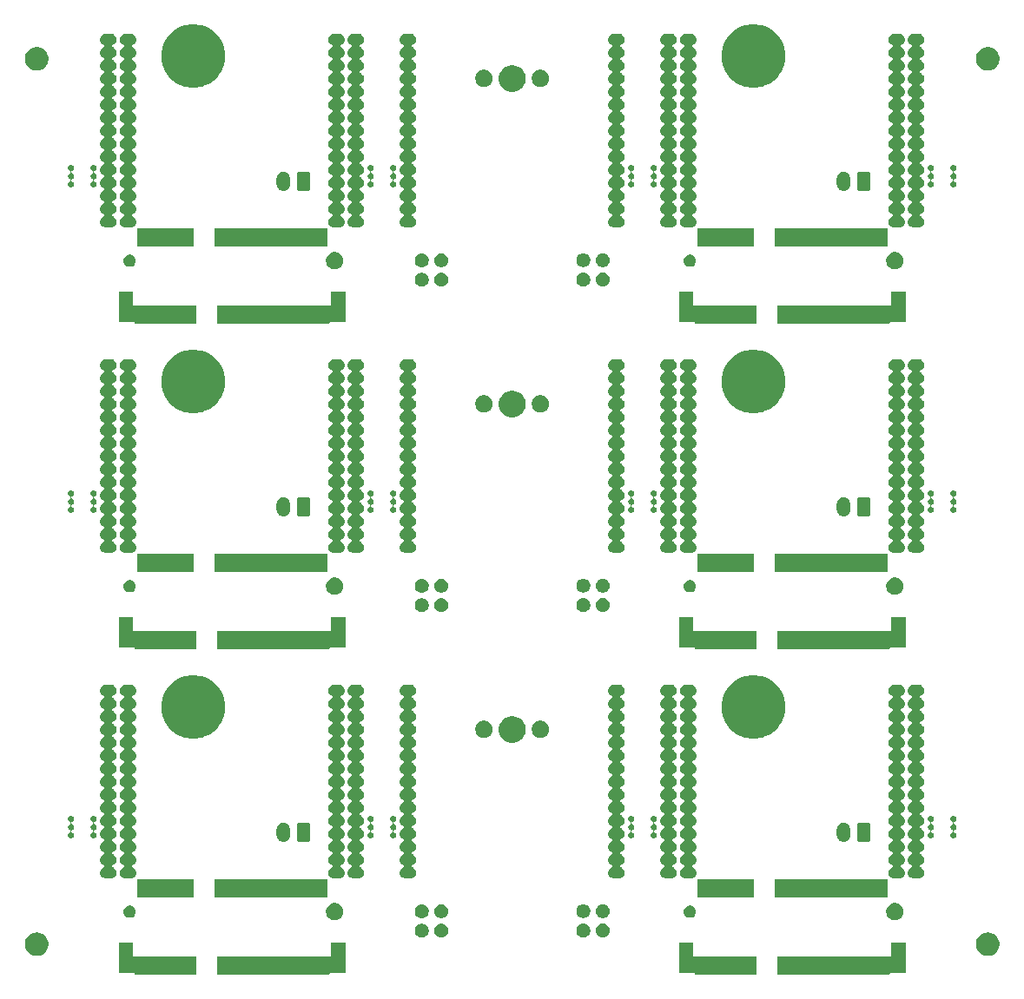
<source format=gbr>
G04 #@! TF.GenerationSoftware,KiCad,Pcbnew,(5.1.2)-2*
G04 #@! TF.CreationDate,2021-03-31T16:43:33-04:00*
G04 #@! TF.ProjectId,MicroMod_tinycar_panelized,4d696372-6f4d-46f6-945f-74696e796361,rev?*
G04 #@! TF.SameCoordinates,Original*
G04 #@! TF.FileFunction,Soldermask,Bot*
G04 #@! TF.FilePolarity,Negative*
%FSLAX46Y46*%
G04 Gerber Fmt 4.6, Leading zero omitted, Abs format (unit mm)*
G04 Created by KiCad (PCBNEW (5.1.2)-2) date 2021-03-31 16:43:33*
%MOMM*%
%LPD*%
G04 APERTURE LIST*
%ADD10C,0.100000*%
G04 APERTURE END LIST*
D10*
G36*
X131065340Y-134246580D02*
G01*
X129640339Y-134246580D01*
X129615953Y-134248982D01*
X129592504Y-134256095D01*
X129570893Y-134267646D01*
X129551951Y-134283191D01*
X129536406Y-134302133D01*
X129524855Y-134323744D01*
X129517742Y-134347193D01*
X129515340Y-134371579D01*
X129515340Y-134421580D01*
X118512140Y-134421580D01*
X118512140Y-132668380D01*
X129537141Y-132668380D01*
X129561527Y-132665978D01*
X129584976Y-132658865D01*
X129606587Y-132647314D01*
X129625529Y-132631769D01*
X129641074Y-132612827D01*
X129652625Y-132591216D01*
X129659738Y-132567767D01*
X129662140Y-132543381D01*
X129662140Y-131293380D01*
X131065340Y-131293380D01*
X131065340Y-134246580D01*
X131065340Y-134246580D01*
G37*
G36*
X185675340Y-134246580D02*
G01*
X184250339Y-134246580D01*
X184225953Y-134248982D01*
X184202504Y-134256095D01*
X184180893Y-134267646D01*
X184161951Y-134283191D01*
X184146406Y-134302133D01*
X184134855Y-134323744D01*
X184127742Y-134347193D01*
X184125340Y-134371579D01*
X184125340Y-134421580D01*
X173122140Y-134421580D01*
X173122140Y-132668380D01*
X184147141Y-132668380D01*
X184171527Y-132665978D01*
X184194976Y-132658865D01*
X184216587Y-132647314D01*
X184235529Y-132631769D01*
X184251074Y-132612827D01*
X184262625Y-132591216D01*
X184269738Y-132567767D01*
X184272140Y-132543381D01*
X184272140Y-131293380D01*
X185675340Y-131293380D01*
X185675340Y-134246580D01*
X185675340Y-134246580D01*
G37*
G36*
X110365340Y-132543381D02*
G01*
X110367742Y-132567767D01*
X110374855Y-132591216D01*
X110386406Y-132612827D01*
X110401951Y-132631769D01*
X110420893Y-132647314D01*
X110442504Y-132658865D01*
X110465953Y-132665978D01*
X110490339Y-132668380D01*
X116515340Y-132668380D01*
X116515340Y-134421580D01*
X110512140Y-134421580D01*
X110512140Y-134371579D01*
X110509738Y-134347193D01*
X110502625Y-134323744D01*
X110491074Y-134302133D01*
X110475529Y-134283191D01*
X110456587Y-134267646D01*
X110434976Y-134256095D01*
X110411527Y-134248982D01*
X110387141Y-134246580D01*
X108962140Y-134246580D01*
X108962140Y-131293380D01*
X110365340Y-131293380D01*
X110365340Y-132543381D01*
X110365340Y-132543381D01*
G37*
G36*
X164975340Y-132543381D02*
G01*
X164977742Y-132567767D01*
X164984855Y-132591216D01*
X164996406Y-132612827D01*
X165011951Y-132631769D01*
X165030893Y-132647314D01*
X165052504Y-132658865D01*
X165075953Y-132665978D01*
X165100339Y-132668380D01*
X171125340Y-132668380D01*
X171125340Y-134421580D01*
X165122140Y-134421580D01*
X165122140Y-134371579D01*
X165119738Y-134347193D01*
X165112625Y-134323744D01*
X165101074Y-134302133D01*
X165085529Y-134283191D01*
X165066587Y-134267646D01*
X165044976Y-134256095D01*
X165021527Y-134248982D01*
X164997141Y-134246580D01*
X163572140Y-134246580D01*
X163572140Y-131293380D01*
X164975340Y-131293380D01*
X164975340Y-132543381D01*
X164975340Y-132543381D01*
G37*
G36*
X101189549Y-130316116D02*
G01*
X101300734Y-130338232D01*
X101510203Y-130424997D01*
X101698720Y-130550960D01*
X101859040Y-130711280D01*
X101890940Y-130759022D01*
X101985004Y-130899799D01*
X102071768Y-131109267D01*
X102108391Y-131293380D01*
X102116000Y-131331636D01*
X102116000Y-131558364D01*
X102071768Y-131780734D01*
X101985003Y-131990203D01*
X101859040Y-132178720D01*
X101698720Y-132339040D01*
X101510203Y-132465003D01*
X101300734Y-132551768D01*
X101220301Y-132567767D01*
X101078365Y-132596000D01*
X100851635Y-132596000D01*
X100709699Y-132567767D01*
X100629266Y-132551768D01*
X100419797Y-132465003D01*
X100231280Y-132339040D01*
X100070960Y-132178720D01*
X99944997Y-131990203D01*
X99858232Y-131780734D01*
X99814000Y-131558364D01*
X99814000Y-131331636D01*
X99821610Y-131293380D01*
X99858232Y-131109267D01*
X99944996Y-130899799D01*
X100039060Y-130759022D01*
X100070960Y-130711280D01*
X100231280Y-130550960D01*
X100419797Y-130424997D01*
X100629266Y-130338232D01*
X100740451Y-130316116D01*
X100851635Y-130294000D01*
X101078365Y-130294000D01*
X101189549Y-130316116D01*
X101189549Y-130316116D01*
G37*
G36*
X193899549Y-130316116D02*
G01*
X194010734Y-130338232D01*
X194220203Y-130424997D01*
X194408720Y-130550960D01*
X194569040Y-130711280D01*
X194600940Y-130759022D01*
X194695004Y-130899799D01*
X194781768Y-131109267D01*
X194818391Y-131293380D01*
X194826000Y-131331636D01*
X194826000Y-131558364D01*
X194781768Y-131780734D01*
X194695003Y-131990203D01*
X194569040Y-132178720D01*
X194408720Y-132339040D01*
X194220203Y-132465003D01*
X194010734Y-132551768D01*
X193930301Y-132567767D01*
X193788365Y-132596000D01*
X193561635Y-132596000D01*
X193419699Y-132567767D01*
X193339266Y-132551768D01*
X193129797Y-132465003D01*
X192941280Y-132339040D01*
X192780960Y-132178720D01*
X192654997Y-131990203D01*
X192568232Y-131780734D01*
X192524000Y-131558364D01*
X192524000Y-131331636D01*
X192531610Y-131293380D01*
X192568232Y-131109267D01*
X192654996Y-130899799D01*
X192749060Y-130759022D01*
X192780960Y-130711280D01*
X192941280Y-130550960D01*
X193129797Y-130424997D01*
X193339266Y-130338232D01*
X193450451Y-130316116D01*
X193561635Y-130294000D01*
X193788365Y-130294000D01*
X193899549Y-130316116D01*
X193899549Y-130316116D01*
G37*
G36*
X140537881Y-129458978D02*
G01*
X140593182Y-129469978D01*
X140716206Y-129520936D01*
X140826925Y-129594916D01*
X140921084Y-129689075D01*
X140995064Y-129799794D01*
X141046022Y-129922818D01*
X141072000Y-130053420D01*
X141072000Y-130186580D01*
X141046022Y-130317182D01*
X140995064Y-130440206D01*
X140921084Y-130550925D01*
X140826925Y-130645084D01*
X140716206Y-130719064D01*
X140593182Y-130770022D01*
X140549648Y-130778681D01*
X140462582Y-130796000D01*
X140329418Y-130796000D01*
X140242352Y-130778681D01*
X140198818Y-130770022D01*
X140075794Y-130719064D01*
X139965075Y-130645084D01*
X139870916Y-130550925D01*
X139796936Y-130440206D01*
X139745978Y-130317182D01*
X139720000Y-130186580D01*
X139720000Y-130053420D01*
X139745978Y-129922818D01*
X139796936Y-129799794D01*
X139870916Y-129689075D01*
X139965075Y-129594916D01*
X140075794Y-129520936D01*
X140198818Y-129469978D01*
X140254119Y-129458978D01*
X140329418Y-129444000D01*
X140462582Y-129444000D01*
X140537881Y-129458978D01*
X140537881Y-129458978D01*
G37*
G36*
X138637881Y-129458978D02*
G01*
X138693182Y-129469978D01*
X138816206Y-129520936D01*
X138926925Y-129594916D01*
X139021084Y-129689075D01*
X139095064Y-129799794D01*
X139146022Y-129922818D01*
X139172000Y-130053420D01*
X139172000Y-130186580D01*
X139146022Y-130317182D01*
X139095064Y-130440206D01*
X139021084Y-130550925D01*
X138926925Y-130645084D01*
X138816206Y-130719064D01*
X138693182Y-130770022D01*
X138649648Y-130778681D01*
X138562582Y-130796000D01*
X138429418Y-130796000D01*
X138342352Y-130778681D01*
X138298818Y-130770022D01*
X138175794Y-130719064D01*
X138065075Y-130645084D01*
X137970916Y-130550925D01*
X137896936Y-130440206D01*
X137845978Y-130317182D01*
X137820000Y-130186580D01*
X137820000Y-130053420D01*
X137845978Y-129922818D01*
X137896936Y-129799794D01*
X137970916Y-129689075D01*
X138065075Y-129594916D01*
X138175794Y-129520936D01*
X138298818Y-129469978D01*
X138354119Y-129458978D01*
X138429418Y-129444000D01*
X138562582Y-129444000D01*
X138637881Y-129458978D01*
X138637881Y-129458978D01*
G37*
G36*
X154397648Y-129450319D02*
G01*
X154441182Y-129458978D01*
X154564206Y-129509936D01*
X154674925Y-129583916D01*
X154769084Y-129678075D01*
X154843064Y-129788794D01*
X154894022Y-129911818D01*
X154920000Y-130042420D01*
X154920000Y-130175580D01*
X154894022Y-130306182D01*
X154843064Y-130429206D01*
X154769084Y-130539925D01*
X154674925Y-130634084D01*
X154564206Y-130708064D01*
X154441182Y-130759022D01*
X154397648Y-130767681D01*
X154310582Y-130785000D01*
X154177418Y-130785000D01*
X154090352Y-130767681D01*
X154046818Y-130759022D01*
X153923794Y-130708064D01*
X153813075Y-130634084D01*
X153718916Y-130539925D01*
X153644936Y-130429206D01*
X153593978Y-130306182D01*
X153568000Y-130175580D01*
X153568000Y-130042420D01*
X153593978Y-129911818D01*
X153644936Y-129788794D01*
X153718916Y-129678075D01*
X153813075Y-129583916D01*
X153923794Y-129509936D01*
X154046818Y-129458978D01*
X154090352Y-129450319D01*
X154177418Y-129433000D01*
X154310582Y-129433000D01*
X154397648Y-129450319D01*
X154397648Y-129450319D01*
G37*
G36*
X156297648Y-129450319D02*
G01*
X156341182Y-129458978D01*
X156464206Y-129509936D01*
X156574925Y-129583916D01*
X156669084Y-129678075D01*
X156743064Y-129788794D01*
X156794022Y-129911818D01*
X156820000Y-130042420D01*
X156820000Y-130175580D01*
X156794022Y-130306182D01*
X156743064Y-130429206D01*
X156669084Y-130539925D01*
X156574925Y-130634084D01*
X156464206Y-130708064D01*
X156341182Y-130759022D01*
X156297648Y-130767681D01*
X156210582Y-130785000D01*
X156077418Y-130785000D01*
X155990352Y-130767681D01*
X155946818Y-130759022D01*
X155823794Y-130708064D01*
X155713075Y-130634084D01*
X155618916Y-130539925D01*
X155544936Y-130429206D01*
X155493978Y-130306182D01*
X155468000Y-130175580D01*
X155468000Y-130042420D01*
X155493978Y-129911818D01*
X155544936Y-129788794D01*
X155618916Y-129678075D01*
X155713075Y-129583916D01*
X155823794Y-129509936D01*
X155946818Y-129458978D01*
X155990352Y-129450319D01*
X156077418Y-129433000D01*
X156210582Y-129433000D01*
X156297648Y-129450319D01*
X156297648Y-129450319D01*
G37*
G36*
X130261968Y-127451683D02*
G01*
X130416840Y-127515833D01*
X130556221Y-127608965D01*
X130674755Y-127727499D01*
X130767887Y-127866880D01*
X130832037Y-128021752D01*
X130864740Y-128186164D01*
X130864740Y-128353796D01*
X130832037Y-128518208D01*
X130767887Y-128673080D01*
X130674755Y-128812461D01*
X130556221Y-128930995D01*
X130416840Y-129024127D01*
X130261968Y-129088277D01*
X130097556Y-129120980D01*
X129929924Y-129120980D01*
X129765512Y-129088277D01*
X129610640Y-129024127D01*
X129471259Y-128930995D01*
X129352725Y-128812461D01*
X129259593Y-128673080D01*
X129195443Y-128518208D01*
X129162740Y-128353796D01*
X129162740Y-128186164D01*
X129195443Y-128021752D01*
X129259593Y-127866880D01*
X129352725Y-127727499D01*
X129471259Y-127608965D01*
X129610640Y-127515833D01*
X129765512Y-127451683D01*
X129929924Y-127418980D01*
X130097556Y-127418980D01*
X130261968Y-127451683D01*
X130261968Y-127451683D01*
G37*
G36*
X184871968Y-127451683D02*
G01*
X185026840Y-127515833D01*
X185166221Y-127608965D01*
X185284755Y-127727499D01*
X185377887Y-127866880D01*
X185442037Y-128021752D01*
X185474740Y-128186164D01*
X185474740Y-128353796D01*
X185442037Y-128518208D01*
X185377887Y-128673080D01*
X185284755Y-128812461D01*
X185166221Y-128930995D01*
X185026840Y-129024127D01*
X184871968Y-129088277D01*
X184707556Y-129120980D01*
X184539924Y-129120980D01*
X184375512Y-129088277D01*
X184220640Y-129024127D01*
X184081259Y-128930995D01*
X183962725Y-128812461D01*
X183869593Y-128673080D01*
X183805443Y-128518208D01*
X183772740Y-128353796D01*
X183772740Y-128186164D01*
X183805443Y-128021752D01*
X183869593Y-127866880D01*
X183962725Y-127727499D01*
X184081259Y-127608965D01*
X184220640Y-127515833D01*
X184375512Y-127451683D01*
X184539924Y-127418980D01*
X184707556Y-127418980D01*
X184871968Y-127451683D01*
X184871968Y-127451683D01*
G37*
G36*
X140537881Y-127558978D02*
G01*
X140593182Y-127569978D01*
X140716206Y-127620936D01*
X140826925Y-127694916D01*
X140921084Y-127789075D01*
X140995064Y-127899794D01*
X141041466Y-128011819D01*
X141046022Y-128022819D01*
X141072000Y-128153418D01*
X141072000Y-128286582D01*
X141058630Y-128353795D01*
X141046022Y-128417182D01*
X140995064Y-128540206D01*
X140921084Y-128650925D01*
X140826925Y-128745084D01*
X140716206Y-128819064D01*
X140593182Y-128870022D01*
X140549648Y-128878681D01*
X140462582Y-128896000D01*
X140329418Y-128896000D01*
X140242352Y-128878681D01*
X140198818Y-128870022D01*
X140075794Y-128819064D01*
X139965075Y-128745084D01*
X139870916Y-128650925D01*
X139796936Y-128540206D01*
X139745978Y-128417182D01*
X139733370Y-128353795D01*
X139720000Y-128286582D01*
X139720000Y-128153418D01*
X139745978Y-128022819D01*
X139750534Y-128011819D01*
X139796936Y-127899794D01*
X139870916Y-127789075D01*
X139965075Y-127694916D01*
X140075794Y-127620936D01*
X140198818Y-127569978D01*
X140254119Y-127558978D01*
X140329418Y-127544000D01*
X140462582Y-127544000D01*
X140537881Y-127558978D01*
X140537881Y-127558978D01*
G37*
G36*
X138637881Y-127558978D02*
G01*
X138693182Y-127569978D01*
X138816206Y-127620936D01*
X138926925Y-127694916D01*
X139021084Y-127789075D01*
X139095064Y-127899794D01*
X139141466Y-128011819D01*
X139146022Y-128022819D01*
X139172000Y-128153418D01*
X139172000Y-128286582D01*
X139158630Y-128353795D01*
X139146022Y-128417182D01*
X139095064Y-128540206D01*
X139021084Y-128650925D01*
X138926925Y-128745084D01*
X138816206Y-128819064D01*
X138693182Y-128870022D01*
X138649648Y-128878681D01*
X138562582Y-128896000D01*
X138429418Y-128896000D01*
X138342352Y-128878681D01*
X138298818Y-128870022D01*
X138175794Y-128819064D01*
X138065075Y-128745084D01*
X137970916Y-128650925D01*
X137896936Y-128540206D01*
X137845978Y-128417182D01*
X137833370Y-128353795D01*
X137820000Y-128286582D01*
X137820000Y-128153418D01*
X137845978Y-128022819D01*
X137850534Y-128011819D01*
X137896936Y-127899794D01*
X137970916Y-127789075D01*
X138065075Y-127694916D01*
X138175794Y-127620936D01*
X138298818Y-127569978D01*
X138354119Y-127558978D01*
X138429418Y-127544000D01*
X138562582Y-127544000D01*
X138637881Y-127558978D01*
X138637881Y-127558978D01*
G37*
G36*
X156297648Y-127550319D02*
G01*
X156341182Y-127558978D01*
X156464206Y-127609936D01*
X156574925Y-127683916D01*
X156669084Y-127778075D01*
X156743064Y-127888794D01*
X156794022Y-128011818D01*
X156794022Y-128011819D01*
X156820000Y-128142418D01*
X156820000Y-128275582D01*
X156804442Y-128353795D01*
X156794022Y-128406182D01*
X156743064Y-128529206D01*
X156669084Y-128639925D01*
X156574925Y-128734084D01*
X156464206Y-128808064D01*
X156341182Y-128859022D01*
X156297648Y-128867681D01*
X156210582Y-128885000D01*
X156077418Y-128885000D01*
X155990352Y-128867681D01*
X155946818Y-128859022D01*
X155823794Y-128808064D01*
X155713075Y-128734084D01*
X155618916Y-128639925D01*
X155544936Y-128529206D01*
X155493978Y-128406182D01*
X155483558Y-128353795D01*
X155468000Y-128275582D01*
X155468000Y-128142418D01*
X155493978Y-128011819D01*
X155493978Y-128011818D01*
X155544936Y-127888794D01*
X155618916Y-127778075D01*
X155713075Y-127683916D01*
X155823794Y-127609936D01*
X155946818Y-127558978D01*
X155990352Y-127550319D01*
X156077418Y-127533000D01*
X156210582Y-127533000D01*
X156297648Y-127550319D01*
X156297648Y-127550319D01*
G37*
G36*
X154397648Y-127550319D02*
G01*
X154441182Y-127558978D01*
X154564206Y-127609936D01*
X154674925Y-127683916D01*
X154769084Y-127778075D01*
X154843064Y-127888794D01*
X154894022Y-128011818D01*
X154894022Y-128011819D01*
X154920000Y-128142418D01*
X154920000Y-128275582D01*
X154904442Y-128353795D01*
X154894022Y-128406182D01*
X154843064Y-128529206D01*
X154769084Y-128639925D01*
X154674925Y-128734084D01*
X154564206Y-128808064D01*
X154441182Y-128859022D01*
X154397648Y-128867681D01*
X154310582Y-128885000D01*
X154177418Y-128885000D01*
X154090352Y-128867681D01*
X154046818Y-128859022D01*
X153923794Y-128808064D01*
X153813075Y-128734084D01*
X153718916Y-128639925D01*
X153644936Y-128529206D01*
X153593978Y-128406182D01*
X153583558Y-128353795D01*
X153568000Y-128275582D01*
X153568000Y-128142418D01*
X153593978Y-128011819D01*
X153593978Y-128011818D01*
X153644936Y-127888794D01*
X153718916Y-127778075D01*
X153813075Y-127683916D01*
X153923794Y-127609936D01*
X154046818Y-127558978D01*
X154090352Y-127550319D01*
X154177418Y-127533000D01*
X154310582Y-127533000D01*
X154397648Y-127550319D01*
X154397648Y-127550319D01*
G37*
G36*
X110148012Y-127683914D02*
G01*
X110189045Y-127692076D01*
X110195896Y-127694914D01*
X110298420Y-127737380D01*
X110396855Y-127803153D01*
X110480567Y-127886865D01*
X110546340Y-127985300D01*
X110591644Y-128094676D01*
X110614740Y-128210785D01*
X110614740Y-128329175D01*
X110591644Y-128445284D01*
X110546340Y-128554660D01*
X110480567Y-128653095D01*
X110396855Y-128736807D01*
X110298420Y-128802580D01*
X110221080Y-128834615D01*
X110189045Y-128847884D01*
X110150341Y-128855583D01*
X110072935Y-128870980D01*
X109954545Y-128870980D01*
X109877139Y-128855583D01*
X109838435Y-128847884D01*
X109806400Y-128834615D01*
X109729060Y-128802580D01*
X109630625Y-128736807D01*
X109546913Y-128653095D01*
X109481140Y-128554660D01*
X109435836Y-128445284D01*
X109412740Y-128329175D01*
X109412740Y-128210785D01*
X109435836Y-128094676D01*
X109481140Y-127985300D01*
X109546913Y-127886865D01*
X109630625Y-127803153D01*
X109729060Y-127737380D01*
X109831584Y-127694914D01*
X109838435Y-127692076D01*
X109879468Y-127683914D01*
X109954545Y-127668980D01*
X110072935Y-127668980D01*
X110148012Y-127683914D01*
X110148012Y-127683914D01*
G37*
G36*
X164758012Y-127683914D02*
G01*
X164799045Y-127692076D01*
X164805896Y-127694914D01*
X164908420Y-127737380D01*
X165006855Y-127803153D01*
X165090567Y-127886865D01*
X165156340Y-127985300D01*
X165201644Y-128094676D01*
X165224740Y-128210785D01*
X165224740Y-128329175D01*
X165201644Y-128445284D01*
X165156340Y-128554660D01*
X165090567Y-128653095D01*
X165006855Y-128736807D01*
X164908420Y-128802580D01*
X164831080Y-128834615D01*
X164799045Y-128847884D01*
X164760341Y-128855583D01*
X164682935Y-128870980D01*
X164564545Y-128870980D01*
X164487139Y-128855583D01*
X164448435Y-128847884D01*
X164416400Y-128834615D01*
X164339060Y-128802580D01*
X164240625Y-128736807D01*
X164156913Y-128653095D01*
X164091140Y-128554660D01*
X164045836Y-128445284D01*
X164022740Y-128329175D01*
X164022740Y-128210785D01*
X164045836Y-128094676D01*
X164091140Y-127985300D01*
X164156913Y-127886865D01*
X164240625Y-127803153D01*
X164339060Y-127737380D01*
X164441584Y-127694914D01*
X164448435Y-127692076D01*
X164489468Y-127683914D01*
X164564545Y-127668980D01*
X164682935Y-127668980D01*
X164758012Y-127683914D01*
X164758012Y-127683914D01*
G37*
G36*
X170875340Y-126871580D02*
G01*
X165372140Y-126871580D01*
X165372140Y-125118380D01*
X170875340Y-125118380D01*
X170875340Y-126871580D01*
X170875340Y-126871580D01*
G37*
G36*
X129265340Y-126871580D02*
G01*
X118262140Y-126871580D01*
X118262140Y-125118380D01*
X129265340Y-125118380D01*
X129265340Y-126871580D01*
X129265340Y-126871580D01*
G37*
G36*
X116265340Y-126871580D02*
G01*
X110762140Y-126871580D01*
X110762140Y-125118380D01*
X116265340Y-125118380D01*
X116265340Y-126871580D01*
X116265340Y-126871580D01*
G37*
G36*
X183875340Y-126871580D02*
G01*
X172872140Y-126871580D01*
X172872140Y-125118380D01*
X183875340Y-125118380D01*
X183875340Y-126871580D01*
X183875340Y-126871580D01*
G37*
G36*
X110213015Y-106136973D02*
G01*
X110316879Y-106168479D01*
X110344055Y-106183005D01*
X110412600Y-106219643D01*
X110496501Y-106288499D01*
X110565357Y-106372400D01*
X110601995Y-106440945D01*
X110616521Y-106468121D01*
X110648027Y-106571985D01*
X110658666Y-106680000D01*
X110648027Y-106788015D01*
X110616521Y-106891879D01*
X110616519Y-106891882D01*
X110565357Y-106987600D01*
X110496501Y-107071501D01*
X110412600Y-107140357D01*
X110344055Y-107176995D01*
X110316879Y-107191521D01*
X110304131Y-107195388D01*
X110281504Y-107204760D01*
X110261130Y-107218374D01*
X110243803Y-107235701D01*
X110230189Y-107256075D01*
X110220812Y-107278714D01*
X110216031Y-107302747D01*
X110216031Y-107327251D01*
X110220811Y-107351285D01*
X110230188Y-107373924D01*
X110243802Y-107394298D01*
X110261129Y-107411625D01*
X110281503Y-107425239D01*
X110304131Y-107434612D01*
X110316879Y-107438479D01*
X110344055Y-107453005D01*
X110412600Y-107489643D01*
X110496501Y-107558499D01*
X110565357Y-107642400D01*
X110601995Y-107710945D01*
X110616521Y-107738121D01*
X110648027Y-107841985D01*
X110658666Y-107950000D01*
X110648027Y-108058015D01*
X110616521Y-108161879D01*
X110616519Y-108161882D01*
X110565357Y-108257600D01*
X110496501Y-108341501D01*
X110412600Y-108410357D01*
X110344055Y-108446995D01*
X110316879Y-108461521D01*
X110304131Y-108465388D01*
X110281504Y-108474760D01*
X110261130Y-108488374D01*
X110243803Y-108505701D01*
X110230189Y-108526075D01*
X110220812Y-108548714D01*
X110216031Y-108572747D01*
X110216031Y-108597251D01*
X110220811Y-108621285D01*
X110230188Y-108643924D01*
X110243802Y-108664298D01*
X110261129Y-108681625D01*
X110281503Y-108695239D01*
X110304131Y-108704612D01*
X110316879Y-108708479D01*
X110344055Y-108723005D01*
X110412600Y-108759643D01*
X110496501Y-108828499D01*
X110565357Y-108912400D01*
X110601995Y-108980945D01*
X110616521Y-109008121D01*
X110648027Y-109111985D01*
X110658666Y-109220000D01*
X110648027Y-109328015D01*
X110616521Y-109431879D01*
X110616519Y-109431882D01*
X110565357Y-109527600D01*
X110496501Y-109611501D01*
X110412600Y-109680357D01*
X110344055Y-109716995D01*
X110316879Y-109731521D01*
X110304131Y-109735388D01*
X110281504Y-109744760D01*
X110261130Y-109758374D01*
X110243803Y-109775701D01*
X110230189Y-109796075D01*
X110220812Y-109818714D01*
X110216031Y-109842747D01*
X110216031Y-109867251D01*
X110220811Y-109891285D01*
X110230188Y-109913924D01*
X110243802Y-109934298D01*
X110261129Y-109951625D01*
X110281503Y-109965239D01*
X110304131Y-109974612D01*
X110316879Y-109978479D01*
X110344055Y-109993005D01*
X110412600Y-110029643D01*
X110496501Y-110098499D01*
X110565357Y-110182400D01*
X110597091Y-110241771D01*
X110616521Y-110278121D01*
X110648027Y-110381985D01*
X110658666Y-110490000D01*
X110648027Y-110598015D01*
X110616521Y-110701879D01*
X110601995Y-110729055D01*
X110565357Y-110797600D01*
X110496501Y-110881501D01*
X110412600Y-110950357D01*
X110344055Y-110986995D01*
X110316879Y-111001521D01*
X110304131Y-111005388D01*
X110281504Y-111014760D01*
X110261130Y-111028374D01*
X110243803Y-111045701D01*
X110230189Y-111066075D01*
X110220812Y-111088714D01*
X110216031Y-111112747D01*
X110216031Y-111137251D01*
X110220811Y-111161285D01*
X110230188Y-111183924D01*
X110243802Y-111204298D01*
X110261129Y-111221625D01*
X110281503Y-111235239D01*
X110304131Y-111244612D01*
X110316879Y-111248479D01*
X110344055Y-111263005D01*
X110412600Y-111299643D01*
X110496501Y-111368499D01*
X110565357Y-111452400D01*
X110591095Y-111500553D01*
X110616521Y-111548121D01*
X110648027Y-111651985D01*
X110658666Y-111760000D01*
X110648027Y-111868015D01*
X110616521Y-111971879D01*
X110616519Y-111971882D01*
X110565357Y-112067600D01*
X110496501Y-112151501D01*
X110412600Y-112220357D01*
X110344055Y-112256995D01*
X110316879Y-112271521D01*
X110304131Y-112275388D01*
X110281504Y-112284760D01*
X110261130Y-112298374D01*
X110243803Y-112315701D01*
X110230189Y-112336075D01*
X110220812Y-112358714D01*
X110216031Y-112382747D01*
X110216031Y-112407251D01*
X110220811Y-112431285D01*
X110230188Y-112453924D01*
X110243802Y-112474298D01*
X110261129Y-112491625D01*
X110281503Y-112505239D01*
X110304131Y-112514612D01*
X110316879Y-112518479D01*
X110344055Y-112533005D01*
X110412600Y-112569643D01*
X110496501Y-112638499D01*
X110565357Y-112722400D01*
X110601995Y-112790945D01*
X110616521Y-112818121D01*
X110648027Y-112921985D01*
X110658666Y-113030000D01*
X110648027Y-113138015D01*
X110616521Y-113241879D01*
X110616519Y-113241882D01*
X110565357Y-113337600D01*
X110496501Y-113421501D01*
X110412600Y-113490357D01*
X110344055Y-113526995D01*
X110316879Y-113541521D01*
X110304131Y-113545388D01*
X110281504Y-113554760D01*
X110261130Y-113568374D01*
X110243803Y-113585701D01*
X110230189Y-113606075D01*
X110220812Y-113628714D01*
X110216031Y-113652747D01*
X110216031Y-113677251D01*
X110220811Y-113701285D01*
X110230188Y-113723924D01*
X110243802Y-113744298D01*
X110261129Y-113761625D01*
X110281503Y-113775239D01*
X110304131Y-113784612D01*
X110316879Y-113788479D01*
X110344055Y-113803005D01*
X110412600Y-113839643D01*
X110496501Y-113908499D01*
X110565357Y-113992400D01*
X110601995Y-114060945D01*
X110616521Y-114088121D01*
X110648027Y-114191985D01*
X110658666Y-114300000D01*
X110648027Y-114408015D01*
X110616521Y-114511879D01*
X110616519Y-114511882D01*
X110565357Y-114607600D01*
X110496501Y-114691501D01*
X110412600Y-114760357D01*
X110344055Y-114796995D01*
X110316879Y-114811521D01*
X110304131Y-114815388D01*
X110281504Y-114824760D01*
X110261130Y-114838374D01*
X110243803Y-114855701D01*
X110230189Y-114876075D01*
X110220812Y-114898714D01*
X110216031Y-114922747D01*
X110216031Y-114947251D01*
X110220811Y-114971285D01*
X110230188Y-114993924D01*
X110243802Y-115014298D01*
X110261129Y-115031625D01*
X110281503Y-115045239D01*
X110304131Y-115054612D01*
X110316879Y-115058479D01*
X110344055Y-115073005D01*
X110412600Y-115109643D01*
X110496501Y-115178499D01*
X110565357Y-115262400D01*
X110601995Y-115330945D01*
X110616521Y-115358121D01*
X110648027Y-115461985D01*
X110658666Y-115570000D01*
X110648027Y-115678015D01*
X110616521Y-115781879D01*
X110616519Y-115781882D01*
X110565357Y-115877600D01*
X110496501Y-115961501D01*
X110412600Y-116030357D01*
X110344055Y-116066995D01*
X110316879Y-116081521D01*
X110304131Y-116085388D01*
X110281504Y-116094760D01*
X110261130Y-116108374D01*
X110243803Y-116125701D01*
X110230189Y-116146075D01*
X110220812Y-116168714D01*
X110216031Y-116192747D01*
X110216031Y-116217251D01*
X110220811Y-116241285D01*
X110230188Y-116263924D01*
X110243802Y-116284298D01*
X110261129Y-116301625D01*
X110281503Y-116315239D01*
X110304131Y-116324612D01*
X110316879Y-116328479D01*
X110344055Y-116343005D01*
X110412600Y-116379643D01*
X110496501Y-116448499D01*
X110565357Y-116532400D01*
X110601995Y-116600945D01*
X110616521Y-116628121D01*
X110648027Y-116731985D01*
X110658666Y-116840000D01*
X110648027Y-116948015D01*
X110616521Y-117051879D01*
X110616519Y-117051882D01*
X110565357Y-117147600D01*
X110496501Y-117231501D01*
X110412600Y-117300357D01*
X110344055Y-117336995D01*
X110316879Y-117351521D01*
X110304131Y-117355388D01*
X110281504Y-117364760D01*
X110261130Y-117378374D01*
X110243803Y-117395701D01*
X110230189Y-117416075D01*
X110220812Y-117438714D01*
X110216031Y-117462747D01*
X110216031Y-117487251D01*
X110220811Y-117511285D01*
X110230188Y-117533924D01*
X110243802Y-117554298D01*
X110261129Y-117571625D01*
X110281503Y-117585239D01*
X110304131Y-117594612D01*
X110316879Y-117598479D01*
X110344055Y-117613005D01*
X110412600Y-117649643D01*
X110496501Y-117718499D01*
X110565357Y-117802400D01*
X110601995Y-117870945D01*
X110616521Y-117898121D01*
X110648027Y-118001985D01*
X110658666Y-118110000D01*
X110648027Y-118218015D01*
X110616521Y-118321879D01*
X110616519Y-118321882D01*
X110565357Y-118417600D01*
X110496501Y-118501501D01*
X110412600Y-118570357D01*
X110344055Y-118606995D01*
X110316879Y-118621521D01*
X110304131Y-118625388D01*
X110281504Y-118634760D01*
X110261130Y-118648374D01*
X110243803Y-118665701D01*
X110230189Y-118686075D01*
X110220812Y-118708714D01*
X110216031Y-118732747D01*
X110216031Y-118757251D01*
X110220811Y-118781285D01*
X110230188Y-118803924D01*
X110243802Y-118824298D01*
X110261129Y-118841625D01*
X110281503Y-118855239D01*
X110304131Y-118864612D01*
X110316879Y-118868479D01*
X110344055Y-118883005D01*
X110412600Y-118919643D01*
X110496501Y-118988499D01*
X110565357Y-119072400D01*
X110601995Y-119140945D01*
X110616521Y-119168121D01*
X110648027Y-119271985D01*
X110658666Y-119380000D01*
X110648027Y-119488015D01*
X110616521Y-119591879D01*
X110605415Y-119612657D01*
X110565357Y-119687600D01*
X110496501Y-119771501D01*
X110412600Y-119840357D01*
X110344055Y-119876995D01*
X110316879Y-119891521D01*
X110304131Y-119895388D01*
X110281504Y-119904760D01*
X110261130Y-119918374D01*
X110243803Y-119935701D01*
X110230189Y-119956075D01*
X110220812Y-119978714D01*
X110216031Y-120002747D01*
X110216031Y-120027251D01*
X110220811Y-120051285D01*
X110230188Y-120073924D01*
X110243802Y-120094298D01*
X110261129Y-120111625D01*
X110281503Y-120125239D01*
X110304131Y-120134612D01*
X110316879Y-120138479D01*
X110344055Y-120153005D01*
X110412600Y-120189643D01*
X110496501Y-120258499D01*
X110565357Y-120342400D01*
X110601995Y-120410945D01*
X110616521Y-120438121D01*
X110648027Y-120541985D01*
X110658666Y-120650000D01*
X110648027Y-120758015D01*
X110616521Y-120861879D01*
X110616519Y-120861882D01*
X110565357Y-120957600D01*
X110496501Y-121041501D01*
X110412600Y-121110357D01*
X110344055Y-121146995D01*
X110316879Y-121161521D01*
X110304131Y-121165388D01*
X110281504Y-121174760D01*
X110261130Y-121188374D01*
X110243803Y-121205701D01*
X110230189Y-121226075D01*
X110220812Y-121248714D01*
X110216031Y-121272747D01*
X110216031Y-121297251D01*
X110220811Y-121321285D01*
X110230188Y-121343924D01*
X110243802Y-121364298D01*
X110261129Y-121381625D01*
X110281503Y-121395239D01*
X110304131Y-121404612D01*
X110316879Y-121408479D01*
X110329219Y-121415075D01*
X110412600Y-121459643D01*
X110496501Y-121528499D01*
X110565357Y-121612400D01*
X110601995Y-121680945D01*
X110616521Y-121708121D01*
X110648027Y-121811985D01*
X110658666Y-121920000D01*
X110648027Y-122028015D01*
X110616521Y-122131879D01*
X110616519Y-122131882D01*
X110565357Y-122227600D01*
X110496501Y-122311501D01*
X110412600Y-122380357D01*
X110344055Y-122416995D01*
X110316879Y-122431521D01*
X110304131Y-122435388D01*
X110281504Y-122444760D01*
X110261130Y-122458374D01*
X110243803Y-122475701D01*
X110230189Y-122496075D01*
X110220812Y-122518714D01*
X110216031Y-122542747D01*
X110216031Y-122567251D01*
X110220811Y-122591285D01*
X110230188Y-122613924D01*
X110243802Y-122634298D01*
X110261129Y-122651625D01*
X110281503Y-122665239D01*
X110304131Y-122674612D01*
X110316879Y-122678479D01*
X110344055Y-122693005D01*
X110412600Y-122729643D01*
X110496501Y-122798499D01*
X110565357Y-122882400D01*
X110601995Y-122950945D01*
X110616521Y-122978121D01*
X110648027Y-123081985D01*
X110658666Y-123190000D01*
X110648027Y-123298015D01*
X110616521Y-123401879D01*
X110616519Y-123401882D01*
X110565357Y-123497600D01*
X110496501Y-123581501D01*
X110412600Y-123650357D01*
X110344055Y-123686995D01*
X110316879Y-123701521D01*
X110304131Y-123705388D01*
X110281504Y-123714760D01*
X110261130Y-123728374D01*
X110243803Y-123745701D01*
X110230189Y-123766075D01*
X110220812Y-123788714D01*
X110216031Y-123812747D01*
X110216031Y-123837251D01*
X110220811Y-123861285D01*
X110230188Y-123883924D01*
X110243802Y-123904298D01*
X110261129Y-123921625D01*
X110281503Y-123935239D01*
X110304131Y-123944612D01*
X110316879Y-123948479D01*
X110344055Y-123963005D01*
X110412600Y-123999643D01*
X110496501Y-124068499D01*
X110565357Y-124152400D01*
X110601995Y-124220945D01*
X110616521Y-124248121D01*
X110648027Y-124351985D01*
X110658666Y-124460000D01*
X110648027Y-124568015D01*
X110616521Y-124671879D01*
X110616519Y-124671882D01*
X110565357Y-124767600D01*
X110496501Y-124851501D01*
X110412600Y-124920357D01*
X110344055Y-124956995D01*
X110316879Y-124971521D01*
X110213015Y-125003027D01*
X110132067Y-125011000D01*
X109577933Y-125011000D01*
X109496985Y-125003027D01*
X109393121Y-124971521D01*
X109365945Y-124956995D01*
X109297400Y-124920357D01*
X109213499Y-124851501D01*
X109144643Y-124767600D01*
X109093481Y-124671882D01*
X109093479Y-124671879D01*
X109061973Y-124568015D01*
X109051334Y-124460000D01*
X109061973Y-124351985D01*
X109093479Y-124248121D01*
X109108005Y-124220945D01*
X109144643Y-124152400D01*
X109213499Y-124068499D01*
X109297400Y-123999643D01*
X109365945Y-123963005D01*
X109393121Y-123948479D01*
X109405869Y-123944612D01*
X109428496Y-123935240D01*
X109448870Y-123921626D01*
X109466197Y-123904299D01*
X109479811Y-123883925D01*
X109489188Y-123861286D01*
X109493969Y-123837253D01*
X109493969Y-123812749D01*
X109489189Y-123788715D01*
X109479812Y-123766076D01*
X109466198Y-123745702D01*
X109448871Y-123728375D01*
X109428497Y-123714761D01*
X109405869Y-123705388D01*
X109393121Y-123701521D01*
X109365945Y-123686995D01*
X109297400Y-123650357D01*
X109213499Y-123581501D01*
X109144643Y-123497600D01*
X109093481Y-123401882D01*
X109093479Y-123401879D01*
X109061973Y-123298015D01*
X109051334Y-123190000D01*
X109061973Y-123081985D01*
X109093479Y-122978121D01*
X109108005Y-122950945D01*
X109144643Y-122882400D01*
X109213499Y-122798499D01*
X109297400Y-122729643D01*
X109365945Y-122693005D01*
X109393121Y-122678479D01*
X109405869Y-122674612D01*
X109428496Y-122665240D01*
X109448870Y-122651626D01*
X109466197Y-122634299D01*
X109479811Y-122613925D01*
X109489188Y-122591286D01*
X109493969Y-122567253D01*
X109493969Y-122542749D01*
X109489189Y-122518715D01*
X109479812Y-122496076D01*
X109466198Y-122475702D01*
X109448871Y-122458375D01*
X109428497Y-122444761D01*
X109405869Y-122435388D01*
X109393121Y-122431521D01*
X109365945Y-122416995D01*
X109297400Y-122380357D01*
X109213499Y-122311501D01*
X109144643Y-122227600D01*
X109093481Y-122131882D01*
X109093479Y-122131879D01*
X109061973Y-122028015D01*
X109051334Y-121920000D01*
X109061973Y-121811985D01*
X109093479Y-121708121D01*
X109108005Y-121680945D01*
X109144643Y-121612400D01*
X109213499Y-121528499D01*
X109297400Y-121459643D01*
X109380781Y-121415075D01*
X109393121Y-121408479D01*
X109405869Y-121404612D01*
X109428496Y-121395240D01*
X109448870Y-121381626D01*
X109466197Y-121364299D01*
X109479811Y-121343925D01*
X109489188Y-121321286D01*
X109493969Y-121297253D01*
X109493969Y-121272749D01*
X109489189Y-121248715D01*
X109479812Y-121226076D01*
X109466198Y-121205702D01*
X109448871Y-121188375D01*
X109428497Y-121174761D01*
X109405869Y-121165388D01*
X109393121Y-121161521D01*
X109365945Y-121146995D01*
X109297400Y-121110357D01*
X109213499Y-121041501D01*
X109144643Y-120957600D01*
X109093481Y-120861882D01*
X109093479Y-120861879D01*
X109061973Y-120758015D01*
X109051334Y-120650000D01*
X109061973Y-120541985D01*
X109093479Y-120438121D01*
X109108005Y-120410945D01*
X109144643Y-120342400D01*
X109213499Y-120258499D01*
X109297400Y-120189643D01*
X109365945Y-120153005D01*
X109393121Y-120138479D01*
X109405869Y-120134612D01*
X109428496Y-120125240D01*
X109448870Y-120111626D01*
X109466197Y-120094299D01*
X109479811Y-120073925D01*
X109489188Y-120051286D01*
X109493969Y-120027253D01*
X109493969Y-120002749D01*
X109489189Y-119978715D01*
X109479812Y-119956076D01*
X109466198Y-119935702D01*
X109448871Y-119918375D01*
X109428497Y-119904761D01*
X109405869Y-119895388D01*
X109393121Y-119891521D01*
X109365945Y-119876995D01*
X109297400Y-119840357D01*
X109213499Y-119771501D01*
X109144643Y-119687600D01*
X109104585Y-119612657D01*
X109093479Y-119591879D01*
X109061973Y-119488015D01*
X109051334Y-119380000D01*
X109061973Y-119271985D01*
X109093479Y-119168121D01*
X109108005Y-119140945D01*
X109144643Y-119072400D01*
X109213499Y-118988499D01*
X109297400Y-118919643D01*
X109365945Y-118883005D01*
X109393121Y-118868479D01*
X109405869Y-118864612D01*
X109428496Y-118855240D01*
X109448870Y-118841626D01*
X109466197Y-118824299D01*
X109479811Y-118803925D01*
X109489188Y-118781286D01*
X109493969Y-118757253D01*
X109493969Y-118732749D01*
X109489189Y-118708715D01*
X109479812Y-118686076D01*
X109466198Y-118665702D01*
X109448871Y-118648375D01*
X109428497Y-118634761D01*
X109405869Y-118625388D01*
X109393121Y-118621521D01*
X109365945Y-118606995D01*
X109297400Y-118570357D01*
X109213499Y-118501501D01*
X109144643Y-118417600D01*
X109093481Y-118321882D01*
X109093479Y-118321879D01*
X109061973Y-118218015D01*
X109051334Y-118110000D01*
X109061973Y-118001985D01*
X109093479Y-117898121D01*
X109108005Y-117870945D01*
X109144643Y-117802400D01*
X109213499Y-117718499D01*
X109297400Y-117649643D01*
X109365945Y-117613005D01*
X109393121Y-117598479D01*
X109405869Y-117594612D01*
X109428496Y-117585240D01*
X109448870Y-117571626D01*
X109466197Y-117554299D01*
X109479811Y-117533925D01*
X109489188Y-117511286D01*
X109493969Y-117487253D01*
X109493969Y-117462749D01*
X109489189Y-117438715D01*
X109479812Y-117416076D01*
X109466198Y-117395702D01*
X109448871Y-117378375D01*
X109428497Y-117364761D01*
X109405869Y-117355388D01*
X109393121Y-117351521D01*
X109365945Y-117336995D01*
X109297400Y-117300357D01*
X109213499Y-117231501D01*
X109144643Y-117147600D01*
X109093481Y-117051882D01*
X109093479Y-117051879D01*
X109061973Y-116948015D01*
X109051334Y-116840000D01*
X109061973Y-116731985D01*
X109093479Y-116628121D01*
X109108005Y-116600945D01*
X109144643Y-116532400D01*
X109213499Y-116448499D01*
X109297400Y-116379643D01*
X109365945Y-116343005D01*
X109393121Y-116328479D01*
X109405869Y-116324612D01*
X109428496Y-116315240D01*
X109448870Y-116301626D01*
X109466197Y-116284299D01*
X109479811Y-116263925D01*
X109489188Y-116241286D01*
X109493969Y-116217253D01*
X109493969Y-116192749D01*
X109489189Y-116168715D01*
X109479812Y-116146076D01*
X109466198Y-116125702D01*
X109448871Y-116108375D01*
X109428497Y-116094761D01*
X109405869Y-116085388D01*
X109393121Y-116081521D01*
X109365945Y-116066995D01*
X109297400Y-116030357D01*
X109213499Y-115961501D01*
X109144643Y-115877600D01*
X109093481Y-115781882D01*
X109093479Y-115781879D01*
X109061973Y-115678015D01*
X109051334Y-115570000D01*
X109061973Y-115461985D01*
X109093479Y-115358121D01*
X109108005Y-115330945D01*
X109144643Y-115262400D01*
X109213499Y-115178499D01*
X109297400Y-115109643D01*
X109365945Y-115073005D01*
X109393121Y-115058479D01*
X109405869Y-115054612D01*
X109428496Y-115045240D01*
X109448870Y-115031626D01*
X109466197Y-115014299D01*
X109479811Y-114993925D01*
X109489188Y-114971286D01*
X109493969Y-114947253D01*
X109493969Y-114922749D01*
X109489189Y-114898715D01*
X109479812Y-114876076D01*
X109466198Y-114855702D01*
X109448871Y-114838375D01*
X109428497Y-114824761D01*
X109405869Y-114815388D01*
X109393121Y-114811521D01*
X109365945Y-114796995D01*
X109297400Y-114760357D01*
X109213499Y-114691501D01*
X109144643Y-114607600D01*
X109093481Y-114511882D01*
X109093479Y-114511879D01*
X109061973Y-114408015D01*
X109051334Y-114300000D01*
X109061973Y-114191985D01*
X109093479Y-114088121D01*
X109108005Y-114060945D01*
X109144643Y-113992400D01*
X109213499Y-113908499D01*
X109297400Y-113839643D01*
X109365945Y-113803005D01*
X109393121Y-113788479D01*
X109405869Y-113784612D01*
X109428496Y-113775240D01*
X109448870Y-113761626D01*
X109466197Y-113744299D01*
X109479811Y-113723925D01*
X109489188Y-113701286D01*
X109493969Y-113677253D01*
X109493969Y-113652749D01*
X109489189Y-113628715D01*
X109479812Y-113606076D01*
X109466198Y-113585702D01*
X109448871Y-113568375D01*
X109428497Y-113554761D01*
X109405869Y-113545388D01*
X109393121Y-113541521D01*
X109365945Y-113526995D01*
X109297400Y-113490357D01*
X109213499Y-113421501D01*
X109144643Y-113337600D01*
X109093481Y-113241882D01*
X109093479Y-113241879D01*
X109061973Y-113138015D01*
X109051334Y-113030000D01*
X109061973Y-112921985D01*
X109093479Y-112818121D01*
X109108005Y-112790945D01*
X109144643Y-112722400D01*
X109213499Y-112638499D01*
X109297400Y-112569643D01*
X109365945Y-112533005D01*
X109393121Y-112518479D01*
X109405869Y-112514612D01*
X109428496Y-112505240D01*
X109448870Y-112491626D01*
X109466197Y-112474299D01*
X109479811Y-112453925D01*
X109489188Y-112431286D01*
X109493969Y-112407253D01*
X109493969Y-112382749D01*
X109489189Y-112358715D01*
X109479812Y-112336076D01*
X109466198Y-112315702D01*
X109448871Y-112298375D01*
X109428497Y-112284761D01*
X109405869Y-112275388D01*
X109393121Y-112271521D01*
X109365945Y-112256995D01*
X109297400Y-112220357D01*
X109213499Y-112151501D01*
X109144643Y-112067600D01*
X109093481Y-111971882D01*
X109093479Y-111971879D01*
X109061973Y-111868015D01*
X109051334Y-111760000D01*
X109061973Y-111651985D01*
X109093479Y-111548121D01*
X109118905Y-111500553D01*
X109144643Y-111452400D01*
X109213499Y-111368499D01*
X109297400Y-111299643D01*
X109365945Y-111263005D01*
X109393121Y-111248479D01*
X109405869Y-111244612D01*
X109428496Y-111235240D01*
X109448870Y-111221626D01*
X109466197Y-111204299D01*
X109479811Y-111183925D01*
X109489188Y-111161286D01*
X109493969Y-111137253D01*
X109493969Y-111112749D01*
X109489189Y-111088715D01*
X109479812Y-111066076D01*
X109466198Y-111045702D01*
X109448871Y-111028375D01*
X109428497Y-111014761D01*
X109405869Y-111005388D01*
X109393121Y-111001521D01*
X109365945Y-110986995D01*
X109297400Y-110950357D01*
X109213499Y-110881501D01*
X109144643Y-110797600D01*
X109108005Y-110729055D01*
X109093479Y-110701879D01*
X109061973Y-110598015D01*
X109051334Y-110490000D01*
X109061973Y-110381985D01*
X109093479Y-110278121D01*
X109112909Y-110241771D01*
X109144643Y-110182400D01*
X109213499Y-110098499D01*
X109297400Y-110029643D01*
X109365945Y-109993005D01*
X109393121Y-109978479D01*
X109405869Y-109974612D01*
X109428496Y-109965240D01*
X109448870Y-109951626D01*
X109466197Y-109934299D01*
X109479811Y-109913925D01*
X109489188Y-109891286D01*
X109493969Y-109867253D01*
X109493969Y-109842749D01*
X109489189Y-109818715D01*
X109479812Y-109796076D01*
X109466198Y-109775702D01*
X109448871Y-109758375D01*
X109428497Y-109744761D01*
X109405869Y-109735388D01*
X109393121Y-109731521D01*
X109365945Y-109716995D01*
X109297400Y-109680357D01*
X109213499Y-109611501D01*
X109144643Y-109527600D01*
X109093481Y-109431882D01*
X109093479Y-109431879D01*
X109061973Y-109328015D01*
X109051334Y-109220000D01*
X109061973Y-109111985D01*
X109093479Y-109008121D01*
X109108005Y-108980945D01*
X109144643Y-108912400D01*
X109213499Y-108828499D01*
X109297400Y-108759643D01*
X109365945Y-108723005D01*
X109393121Y-108708479D01*
X109405869Y-108704612D01*
X109428496Y-108695240D01*
X109448870Y-108681626D01*
X109466197Y-108664299D01*
X109479811Y-108643925D01*
X109489188Y-108621286D01*
X109493969Y-108597253D01*
X109493969Y-108572749D01*
X109489189Y-108548715D01*
X109479812Y-108526076D01*
X109466198Y-108505702D01*
X109448871Y-108488375D01*
X109428497Y-108474761D01*
X109405869Y-108465388D01*
X109393121Y-108461521D01*
X109365945Y-108446995D01*
X109297400Y-108410357D01*
X109213499Y-108341501D01*
X109144643Y-108257600D01*
X109093481Y-108161882D01*
X109093479Y-108161879D01*
X109061973Y-108058015D01*
X109051334Y-107950000D01*
X109061973Y-107841985D01*
X109093479Y-107738121D01*
X109108005Y-107710945D01*
X109144643Y-107642400D01*
X109213499Y-107558499D01*
X109297400Y-107489643D01*
X109365945Y-107453005D01*
X109393121Y-107438479D01*
X109405869Y-107434612D01*
X109428496Y-107425240D01*
X109448870Y-107411626D01*
X109466197Y-107394299D01*
X109479811Y-107373925D01*
X109489188Y-107351286D01*
X109493969Y-107327253D01*
X109493969Y-107302749D01*
X109489189Y-107278715D01*
X109479812Y-107256076D01*
X109466198Y-107235702D01*
X109448871Y-107218375D01*
X109428497Y-107204761D01*
X109405869Y-107195388D01*
X109393121Y-107191521D01*
X109365945Y-107176995D01*
X109297400Y-107140357D01*
X109213499Y-107071501D01*
X109144643Y-106987600D01*
X109093481Y-106891882D01*
X109093479Y-106891879D01*
X109061973Y-106788015D01*
X109051334Y-106680000D01*
X109061973Y-106571985D01*
X109093479Y-106468121D01*
X109108005Y-106440945D01*
X109144643Y-106372400D01*
X109213499Y-106288499D01*
X109297400Y-106219643D01*
X109365945Y-106183005D01*
X109393121Y-106168479D01*
X109496985Y-106136973D01*
X109577933Y-106129000D01*
X110132067Y-106129000D01*
X110213015Y-106136973D01*
X110213015Y-106136973D01*
G37*
G36*
X137518015Y-106136973D02*
G01*
X137621879Y-106168479D01*
X137649055Y-106183005D01*
X137717600Y-106219643D01*
X137801501Y-106288499D01*
X137870357Y-106372400D01*
X137906995Y-106440945D01*
X137921521Y-106468121D01*
X137953027Y-106571985D01*
X137963666Y-106680000D01*
X137953027Y-106788015D01*
X137921521Y-106891879D01*
X137921519Y-106891882D01*
X137870357Y-106987600D01*
X137801501Y-107071501D01*
X137717600Y-107140357D01*
X137649055Y-107176995D01*
X137621879Y-107191521D01*
X137609131Y-107195388D01*
X137586504Y-107204760D01*
X137566130Y-107218374D01*
X137548803Y-107235701D01*
X137535189Y-107256075D01*
X137525812Y-107278714D01*
X137521031Y-107302747D01*
X137521031Y-107327251D01*
X137525811Y-107351285D01*
X137535188Y-107373924D01*
X137548802Y-107394298D01*
X137566129Y-107411625D01*
X137586503Y-107425239D01*
X137609131Y-107434612D01*
X137621879Y-107438479D01*
X137649055Y-107453005D01*
X137717600Y-107489643D01*
X137801501Y-107558499D01*
X137870357Y-107642400D01*
X137906995Y-107710945D01*
X137921521Y-107738121D01*
X137953027Y-107841985D01*
X137963666Y-107950000D01*
X137953027Y-108058015D01*
X137921521Y-108161879D01*
X137921519Y-108161882D01*
X137870357Y-108257600D01*
X137801501Y-108341501D01*
X137717600Y-108410357D01*
X137649055Y-108446995D01*
X137621879Y-108461521D01*
X137609131Y-108465388D01*
X137586504Y-108474760D01*
X137566130Y-108488374D01*
X137548803Y-108505701D01*
X137535189Y-108526075D01*
X137525812Y-108548714D01*
X137521031Y-108572747D01*
X137521031Y-108597251D01*
X137525811Y-108621285D01*
X137535188Y-108643924D01*
X137548802Y-108664298D01*
X137566129Y-108681625D01*
X137586503Y-108695239D01*
X137609131Y-108704612D01*
X137621879Y-108708479D01*
X137649055Y-108723005D01*
X137717600Y-108759643D01*
X137801501Y-108828499D01*
X137870357Y-108912400D01*
X137906995Y-108980945D01*
X137921521Y-109008121D01*
X137953027Y-109111985D01*
X137963666Y-109220000D01*
X137953027Y-109328015D01*
X137921521Y-109431879D01*
X137921519Y-109431882D01*
X137870357Y-109527600D01*
X137801501Y-109611501D01*
X137717600Y-109680357D01*
X137649055Y-109716995D01*
X137621879Y-109731521D01*
X137609131Y-109735388D01*
X137586504Y-109744760D01*
X137566130Y-109758374D01*
X137548803Y-109775701D01*
X137535189Y-109796075D01*
X137525812Y-109818714D01*
X137521031Y-109842747D01*
X137521031Y-109867251D01*
X137525811Y-109891285D01*
X137535188Y-109913924D01*
X137548802Y-109934298D01*
X137566129Y-109951625D01*
X137586503Y-109965239D01*
X137609131Y-109974612D01*
X137621879Y-109978479D01*
X137649055Y-109993005D01*
X137717600Y-110029643D01*
X137801501Y-110098499D01*
X137870357Y-110182400D01*
X137902091Y-110241771D01*
X137921521Y-110278121D01*
X137953027Y-110381985D01*
X137963666Y-110490000D01*
X137953027Y-110598015D01*
X137921521Y-110701879D01*
X137906995Y-110729055D01*
X137870357Y-110797600D01*
X137801501Y-110881501D01*
X137717600Y-110950357D01*
X137649055Y-110986995D01*
X137621879Y-111001521D01*
X137609131Y-111005388D01*
X137586504Y-111014760D01*
X137566130Y-111028374D01*
X137548803Y-111045701D01*
X137535189Y-111066075D01*
X137525812Y-111088714D01*
X137521031Y-111112747D01*
X137521031Y-111137251D01*
X137525811Y-111161285D01*
X137535188Y-111183924D01*
X137548802Y-111204298D01*
X137566129Y-111221625D01*
X137586503Y-111235239D01*
X137609131Y-111244612D01*
X137621879Y-111248479D01*
X137649055Y-111263005D01*
X137717600Y-111299643D01*
X137801501Y-111368499D01*
X137870357Y-111452400D01*
X137896095Y-111500553D01*
X137921521Y-111548121D01*
X137953027Y-111651985D01*
X137963666Y-111760000D01*
X137953027Y-111868015D01*
X137921521Y-111971879D01*
X137921519Y-111971882D01*
X137870357Y-112067600D01*
X137801501Y-112151501D01*
X137717600Y-112220357D01*
X137649055Y-112256995D01*
X137621879Y-112271521D01*
X137609131Y-112275388D01*
X137586504Y-112284760D01*
X137566130Y-112298374D01*
X137548803Y-112315701D01*
X137535189Y-112336075D01*
X137525812Y-112358714D01*
X137521031Y-112382747D01*
X137521031Y-112407251D01*
X137525811Y-112431285D01*
X137535188Y-112453924D01*
X137548802Y-112474298D01*
X137566129Y-112491625D01*
X137586503Y-112505239D01*
X137609131Y-112514612D01*
X137621879Y-112518479D01*
X137649055Y-112533005D01*
X137717600Y-112569643D01*
X137801501Y-112638499D01*
X137870357Y-112722400D01*
X137906995Y-112790945D01*
X137921521Y-112818121D01*
X137953027Y-112921985D01*
X137963666Y-113030000D01*
X137953027Y-113138015D01*
X137921521Y-113241879D01*
X137921519Y-113241882D01*
X137870357Y-113337600D01*
X137801501Y-113421501D01*
X137717600Y-113490357D01*
X137649055Y-113526995D01*
X137621879Y-113541521D01*
X137609131Y-113545388D01*
X137586504Y-113554760D01*
X137566130Y-113568374D01*
X137548803Y-113585701D01*
X137535189Y-113606075D01*
X137525812Y-113628714D01*
X137521031Y-113652747D01*
X137521031Y-113677251D01*
X137525811Y-113701285D01*
X137535188Y-113723924D01*
X137548802Y-113744298D01*
X137566129Y-113761625D01*
X137586503Y-113775239D01*
X137609131Y-113784612D01*
X137621879Y-113788479D01*
X137649055Y-113803005D01*
X137717600Y-113839643D01*
X137801501Y-113908499D01*
X137870357Y-113992400D01*
X137906995Y-114060945D01*
X137921521Y-114088121D01*
X137953027Y-114191985D01*
X137963666Y-114300000D01*
X137953027Y-114408015D01*
X137921521Y-114511879D01*
X137921519Y-114511882D01*
X137870357Y-114607600D01*
X137801501Y-114691501D01*
X137717600Y-114760357D01*
X137649055Y-114796995D01*
X137621879Y-114811521D01*
X137609131Y-114815388D01*
X137586504Y-114824760D01*
X137566130Y-114838374D01*
X137548803Y-114855701D01*
X137535189Y-114876075D01*
X137525812Y-114898714D01*
X137521031Y-114922747D01*
X137521031Y-114947251D01*
X137525811Y-114971285D01*
X137535188Y-114993924D01*
X137548802Y-115014298D01*
X137566129Y-115031625D01*
X137586503Y-115045239D01*
X137609131Y-115054612D01*
X137621879Y-115058479D01*
X137649055Y-115073005D01*
X137717600Y-115109643D01*
X137801501Y-115178499D01*
X137870357Y-115262400D01*
X137906995Y-115330945D01*
X137921521Y-115358121D01*
X137953027Y-115461985D01*
X137963666Y-115570000D01*
X137953027Y-115678015D01*
X137921521Y-115781879D01*
X137921519Y-115781882D01*
X137870357Y-115877600D01*
X137801501Y-115961501D01*
X137717600Y-116030357D01*
X137649055Y-116066995D01*
X137621879Y-116081521D01*
X137609131Y-116085388D01*
X137586504Y-116094760D01*
X137566130Y-116108374D01*
X137548803Y-116125701D01*
X137535189Y-116146075D01*
X137525812Y-116168714D01*
X137521031Y-116192747D01*
X137521031Y-116217251D01*
X137525811Y-116241285D01*
X137535188Y-116263924D01*
X137548802Y-116284298D01*
X137566129Y-116301625D01*
X137586503Y-116315239D01*
X137609131Y-116324612D01*
X137621879Y-116328479D01*
X137649055Y-116343005D01*
X137717600Y-116379643D01*
X137801501Y-116448499D01*
X137870357Y-116532400D01*
X137906995Y-116600945D01*
X137921521Y-116628121D01*
X137953027Y-116731985D01*
X137963666Y-116840000D01*
X137953027Y-116948015D01*
X137921521Y-117051879D01*
X137921519Y-117051882D01*
X137870357Y-117147600D01*
X137801501Y-117231501D01*
X137717600Y-117300357D01*
X137649055Y-117336995D01*
X137621879Y-117351521D01*
X137609131Y-117355388D01*
X137586504Y-117364760D01*
X137566130Y-117378374D01*
X137548803Y-117395701D01*
X137535189Y-117416075D01*
X137525812Y-117438714D01*
X137521031Y-117462747D01*
X137521031Y-117487251D01*
X137525811Y-117511285D01*
X137535188Y-117533924D01*
X137548802Y-117554298D01*
X137566129Y-117571625D01*
X137586503Y-117585239D01*
X137609131Y-117594612D01*
X137621879Y-117598479D01*
X137649055Y-117613005D01*
X137717600Y-117649643D01*
X137801501Y-117718499D01*
X137870357Y-117802400D01*
X137906995Y-117870945D01*
X137921521Y-117898121D01*
X137953027Y-118001985D01*
X137963666Y-118110000D01*
X137953027Y-118218015D01*
X137921521Y-118321879D01*
X137921519Y-118321882D01*
X137870357Y-118417600D01*
X137801501Y-118501501D01*
X137717600Y-118570357D01*
X137649055Y-118606995D01*
X137621879Y-118621521D01*
X137609131Y-118625388D01*
X137586504Y-118634760D01*
X137566130Y-118648374D01*
X137548803Y-118665701D01*
X137535189Y-118686075D01*
X137525812Y-118708714D01*
X137521031Y-118732747D01*
X137521031Y-118757251D01*
X137525811Y-118781285D01*
X137535188Y-118803924D01*
X137548802Y-118824298D01*
X137566129Y-118841625D01*
X137586503Y-118855239D01*
X137609131Y-118864612D01*
X137621879Y-118868479D01*
X137649055Y-118883005D01*
X137717600Y-118919643D01*
X137801501Y-118988499D01*
X137870357Y-119072400D01*
X137906995Y-119140945D01*
X137921521Y-119168121D01*
X137953027Y-119271985D01*
X137963666Y-119380000D01*
X137953027Y-119488015D01*
X137921521Y-119591879D01*
X137910415Y-119612657D01*
X137870357Y-119687600D01*
X137801501Y-119771501D01*
X137717600Y-119840357D01*
X137649055Y-119876995D01*
X137621879Y-119891521D01*
X137609131Y-119895388D01*
X137586504Y-119904760D01*
X137566130Y-119918374D01*
X137548803Y-119935701D01*
X137535189Y-119956075D01*
X137525812Y-119978714D01*
X137521031Y-120002747D01*
X137521031Y-120027251D01*
X137525811Y-120051285D01*
X137535188Y-120073924D01*
X137548802Y-120094298D01*
X137566129Y-120111625D01*
X137586503Y-120125239D01*
X137609131Y-120134612D01*
X137621879Y-120138479D01*
X137649055Y-120153005D01*
X137717600Y-120189643D01*
X137801501Y-120258499D01*
X137870357Y-120342400D01*
X137906995Y-120410945D01*
X137921521Y-120438121D01*
X137953027Y-120541985D01*
X137963666Y-120650000D01*
X137953027Y-120758015D01*
X137921521Y-120861879D01*
X137921519Y-120861882D01*
X137870357Y-120957600D01*
X137801501Y-121041501D01*
X137717600Y-121110357D01*
X137649055Y-121146995D01*
X137621879Y-121161521D01*
X137609131Y-121165388D01*
X137586504Y-121174760D01*
X137566130Y-121188374D01*
X137548803Y-121205701D01*
X137535189Y-121226075D01*
X137525812Y-121248714D01*
X137521031Y-121272747D01*
X137521031Y-121297251D01*
X137525811Y-121321285D01*
X137535188Y-121343924D01*
X137548802Y-121364298D01*
X137566129Y-121381625D01*
X137586503Y-121395239D01*
X137609131Y-121404612D01*
X137621879Y-121408479D01*
X137634219Y-121415075D01*
X137717600Y-121459643D01*
X137801501Y-121528499D01*
X137870357Y-121612400D01*
X137906995Y-121680945D01*
X137921521Y-121708121D01*
X137953027Y-121811985D01*
X137963666Y-121920000D01*
X137953027Y-122028015D01*
X137921521Y-122131879D01*
X137921519Y-122131882D01*
X137870357Y-122227600D01*
X137801501Y-122311501D01*
X137717600Y-122380357D01*
X137649055Y-122416995D01*
X137621879Y-122431521D01*
X137609131Y-122435388D01*
X137586504Y-122444760D01*
X137566130Y-122458374D01*
X137548803Y-122475701D01*
X137535189Y-122496075D01*
X137525812Y-122518714D01*
X137521031Y-122542747D01*
X137521031Y-122567251D01*
X137525811Y-122591285D01*
X137535188Y-122613924D01*
X137548802Y-122634298D01*
X137566129Y-122651625D01*
X137586503Y-122665239D01*
X137609131Y-122674612D01*
X137621879Y-122678479D01*
X137649055Y-122693005D01*
X137717600Y-122729643D01*
X137801501Y-122798499D01*
X137870357Y-122882400D01*
X137906995Y-122950945D01*
X137921521Y-122978121D01*
X137953027Y-123081985D01*
X137963666Y-123190000D01*
X137953027Y-123298015D01*
X137921521Y-123401879D01*
X137921519Y-123401882D01*
X137870357Y-123497600D01*
X137801501Y-123581501D01*
X137717600Y-123650357D01*
X137649055Y-123686995D01*
X137621879Y-123701521D01*
X137609131Y-123705388D01*
X137586504Y-123714760D01*
X137566130Y-123728374D01*
X137548803Y-123745701D01*
X137535189Y-123766075D01*
X137525812Y-123788714D01*
X137521031Y-123812747D01*
X137521031Y-123837251D01*
X137525811Y-123861285D01*
X137535188Y-123883924D01*
X137548802Y-123904298D01*
X137566129Y-123921625D01*
X137586503Y-123935239D01*
X137609131Y-123944612D01*
X137621879Y-123948479D01*
X137649055Y-123963005D01*
X137717600Y-123999643D01*
X137801501Y-124068499D01*
X137870357Y-124152400D01*
X137906995Y-124220945D01*
X137921521Y-124248121D01*
X137953027Y-124351985D01*
X137963666Y-124460000D01*
X137953027Y-124568015D01*
X137921521Y-124671879D01*
X137921519Y-124671882D01*
X137870357Y-124767600D01*
X137801501Y-124851501D01*
X137717600Y-124920357D01*
X137649055Y-124956995D01*
X137621879Y-124971521D01*
X137518015Y-125003027D01*
X137437067Y-125011000D01*
X136882933Y-125011000D01*
X136801985Y-125003027D01*
X136698121Y-124971521D01*
X136670945Y-124956995D01*
X136602400Y-124920357D01*
X136518499Y-124851501D01*
X136449643Y-124767600D01*
X136398481Y-124671882D01*
X136398479Y-124671879D01*
X136366973Y-124568015D01*
X136356334Y-124460000D01*
X136366973Y-124351985D01*
X136398479Y-124248121D01*
X136413005Y-124220945D01*
X136449643Y-124152400D01*
X136518499Y-124068499D01*
X136602400Y-123999643D01*
X136670945Y-123963005D01*
X136698121Y-123948479D01*
X136710869Y-123944612D01*
X136733496Y-123935240D01*
X136753870Y-123921626D01*
X136771197Y-123904299D01*
X136784811Y-123883925D01*
X136794188Y-123861286D01*
X136798969Y-123837253D01*
X136798969Y-123812749D01*
X136794189Y-123788715D01*
X136784812Y-123766076D01*
X136771198Y-123745702D01*
X136753871Y-123728375D01*
X136733497Y-123714761D01*
X136710869Y-123705388D01*
X136698121Y-123701521D01*
X136670945Y-123686995D01*
X136602400Y-123650357D01*
X136518499Y-123581501D01*
X136449643Y-123497600D01*
X136398481Y-123401882D01*
X136398479Y-123401879D01*
X136366973Y-123298015D01*
X136356334Y-123190000D01*
X136366973Y-123081985D01*
X136398479Y-122978121D01*
X136413005Y-122950945D01*
X136449643Y-122882400D01*
X136518499Y-122798499D01*
X136602400Y-122729643D01*
X136670945Y-122693005D01*
X136698121Y-122678479D01*
X136710869Y-122674612D01*
X136733496Y-122665240D01*
X136753870Y-122651626D01*
X136771197Y-122634299D01*
X136784811Y-122613925D01*
X136794188Y-122591286D01*
X136798969Y-122567253D01*
X136798969Y-122542749D01*
X136794189Y-122518715D01*
X136784812Y-122496076D01*
X136771198Y-122475702D01*
X136753871Y-122458375D01*
X136733497Y-122444761D01*
X136710869Y-122435388D01*
X136698121Y-122431521D01*
X136670945Y-122416995D01*
X136602400Y-122380357D01*
X136518499Y-122311501D01*
X136449643Y-122227600D01*
X136398481Y-122131882D01*
X136398479Y-122131879D01*
X136366973Y-122028015D01*
X136356334Y-121920000D01*
X136366973Y-121811985D01*
X136398479Y-121708121D01*
X136413005Y-121680945D01*
X136449643Y-121612400D01*
X136518499Y-121528499D01*
X136602400Y-121459643D01*
X136685781Y-121415075D01*
X136698121Y-121408479D01*
X136710869Y-121404612D01*
X136733496Y-121395240D01*
X136753870Y-121381626D01*
X136771197Y-121364299D01*
X136784811Y-121343925D01*
X136794188Y-121321286D01*
X136798969Y-121297253D01*
X136798969Y-121272749D01*
X136794189Y-121248715D01*
X136784812Y-121226076D01*
X136771198Y-121205702D01*
X136753871Y-121188375D01*
X136733497Y-121174761D01*
X136710869Y-121165388D01*
X136698121Y-121161521D01*
X136670945Y-121146995D01*
X136602400Y-121110357D01*
X136518499Y-121041501D01*
X136449643Y-120957600D01*
X136398481Y-120861882D01*
X136398479Y-120861879D01*
X136366973Y-120758015D01*
X136356334Y-120650000D01*
X136366973Y-120541985D01*
X136398479Y-120438121D01*
X136413005Y-120410945D01*
X136449643Y-120342400D01*
X136518499Y-120258499D01*
X136602400Y-120189643D01*
X136670945Y-120153005D01*
X136698121Y-120138479D01*
X136710869Y-120134612D01*
X136733496Y-120125240D01*
X136753870Y-120111626D01*
X136771197Y-120094299D01*
X136784811Y-120073925D01*
X136794188Y-120051286D01*
X136798969Y-120027253D01*
X136798969Y-120002749D01*
X136794189Y-119978715D01*
X136784812Y-119956076D01*
X136771198Y-119935702D01*
X136753871Y-119918375D01*
X136733497Y-119904761D01*
X136710869Y-119895388D01*
X136698121Y-119891521D01*
X136670945Y-119876995D01*
X136602400Y-119840357D01*
X136518499Y-119771501D01*
X136449643Y-119687600D01*
X136409585Y-119612657D01*
X136398479Y-119591879D01*
X136366973Y-119488015D01*
X136356334Y-119380000D01*
X136366973Y-119271985D01*
X136398479Y-119168121D01*
X136413005Y-119140945D01*
X136449643Y-119072400D01*
X136518499Y-118988499D01*
X136602400Y-118919643D01*
X136670945Y-118883005D01*
X136698121Y-118868479D01*
X136710869Y-118864612D01*
X136733496Y-118855240D01*
X136753870Y-118841626D01*
X136771197Y-118824299D01*
X136784811Y-118803925D01*
X136794188Y-118781286D01*
X136798969Y-118757253D01*
X136798969Y-118732749D01*
X136794189Y-118708715D01*
X136784812Y-118686076D01*
X136771198Y-118665702D01*
X136753871Y-118648375D01*
X136733497Y-118634761D01*
X136710869Y-118625388D01*
X136698121Y-118621521D01*
X136670945Y-118606995D01*
X136602400Y-118570357D01*
X136518499Y-118501501D01*
X136449643Y-118417600D01*
X136398481Y-118321882D01*
X136398479Y-118321879D01*
X136366973Y-118218015D01*
X136356334Y-118110000D01*
X136366973Y-118001985D01*
X136398479Y-117898121D01*
X136413005Y-117870945D01*
X136449643Y-117802400D01*
X136518499Y-117718499D01*
X136602400Y-117649643D01*
X136670945Y-117613005D01*
X136698121Y-117598479D01*
X136710869Y-117594612D01*
X136733496Y-117585240D01*
X136753870Y-117571626D01*
X136771197Y-117554299D01*
X136784811Y-117533925D01*
X136794188Y-117511286D01*
X136798969Y-117487253D01*
X136798969Y-117462749D01*
X136794189Y-117438715D01*
X136784812Y-117416076D01*
X136771198Y-117395702D01*
X136753871Y-117378375D01*
X136733497Y-117364761D01*
X136710869Y-117355388D01*
X136698121Y-117351521D01*
X136670945Y-117336995D01*
X136602400Y-117300357D01*
X136518499Y-117231501D01*
X136449643Y-117147600D01*
X136398481Y-117051882D01*
X136398479Y-117051879D01*
X136366973Y-116948015D01*
X136356334Y-116840000D01*
X136366973Y-116731985D01*
X136398479Y-116628121D01*
X136413005Y-116600945D01*
X136449643Y-116532400D01*
X136518499Y-116448499D01*
X136602400Y-116379643D01*
X136670945Y-116343005D01*
X136698121Y-116328479D01*
X136710869Y-116324612D01*
X136733496Y-116315240D01*
X136753870Y-116301626D01*
X136771197Y-116284299D01*
X136784811Y-116263925D01*
X136794188Y-116241286D01*
X136798969Y-116217253D01*
X136798969Y-116192749D01*
X136794189Y-116168715D01*
X136784812Y-116146076D01*
X136771198Y-116125702D01*
X136753871Y-116108375D01*
X136733497Y-116094761D01*
X136710869Y-116085388D01*
X136698121Y-116081521D01*
X136670945Y-116066995D01*
X136602400Y-116030357D01*
X136518499Y-115961501D01*
X136449643Y-115877600D01*
X136398481Y-115781882D01*
X136398479Y-115781879D01*
X136366973Y-115678015D01*
X136356334Y-115570000D01*
X136366973Y-115461985D01*
X136398479Y-115358121D01*
X136413005Y-115330945D01*
X136449643Y-115262400D01*
X136518499Y-115178499D01*
X136602400Y-115109643D01*
X136670945Y-115073005D01*
X136698121Y-115058479D01*
X136710869Y-115054612D01*
X136733496Y-115045240D01*
X136753870Y-115031626D01*
X136771197Y-115014299D01*
X136784811Y-114993925D01*
X136794188Y-114971286D01*
X136798969Y-114947253D01*
X136798969Y-114922749D01*
X136794189Y-114898715D01*
X136784812Y-114876076D01*
X136771198Y-114855702D01*
X136753871Y-114838375D01*
X136733497Y-114824761D01*
X136710869Y-114815388D01*
X136698121Y-114811521D01*
X136670945Y-114796995D01*
X136602400Y-114760357D01*
X136518499Y-114691501D01*
X136449643Y-114607600D01*
X136398481Y-114511882D01*
X136398479Y-114511879D01*
X136366973Y-114408015D01*
X136356334Y-114300000D01*
X136366973Y-114191985D01*
X136398479Y-114088121D01*
X136413005Y-114060945D01*
X136449643Y-113992400D01*
X136518499Y-113908499D01*
X136602400Y-113839643D01*
X136670945Y-113803005D01*
X136698121Y-113788479D01*
X136710869Y-113784612D01*
X136733496Y-113775240D01*
X136753870Y-113761626D01*
X136771197Y-113744299D01*
X136784811Y-113723925D01*
X136794188Y-113701286D01*
X136798969Y-113677253D01*
X136798969Y-113652749D01*
X136794189Y-113628715D01*
X136784812Y-113606076D01*
X136771198Y-113585702D01*
X136753871Y-113568375D01*
X136733497Y-113554761D01*
X136710869Y-113545388D01*
X136698121Y-113541521D01*
X136670945Y-113526995D01*
X136602400Y-113490357D01*
X136518499Y-113421501D01*
X136449643Y-113337600D01*
X136398481Y-113241882D01*
X136398479Y-113241879D01*
X136366973Y-113138015D01*
X136356334Y-113030000D01*
X136366973Y-112921985D01*
X136398479Y-112818121D01*
X136413005Y-112790945D01*
X136449643Y-112722400D01*
X136518499Y-112638499D01*
X136602400Y-112569643D01*
X136670945Y-112533005D01*
X136698121Y-112518479D01*
X136710869Y-112514612D01*
X136733496Y-112505240D01*
X136753870Y-112491626D01*
X136771197Y-112474299D01*
X136784811Y-112453925D01*
X136794188Y-112431286D01*
X136798969Y-112407253D01*
X136798969Y-112382749D01*
X136794189Y-112358715D01*
X136784812Y-112336076D01*
X136771198Y-112315702D01*
X136753871Y-112298375D01*
X136733497Y-112284761D01*
X136710869Y-112275388D01*
X136698121Y-112271521D01*
X136670945Y-112256995D01*
X136602400Y-112220357D01*
X136518499Y-112151501D01*
X136449643Y-112067600D01*
X136398481Y-111971882D01*
X136398479Y-111971879D01*
X136366973Y-111868015D01*
X136356334Y-111760000D01*
X136366973Y-111651985D01*
X136398479Y-111548121D01*
X136423905Y-111500553D01*
X136449643Y-111452400D01*
X136518499Y-111368499D01*
X136602400Y-111299643D01*
X136670945Y-111263005D01*
X136698121Y-111248479D01*
X136710869Y-111244612D01*
X136733496Y-111235240D01*
X136753870Y-111221626D01*
X136771197Y-111204299D01*
X136784811Y-111183925D01*
X136794188Y-111161286D01*
X136798969Y-111137253D01*
X136798969Y-111112749D01*
X136794189Y-111088715D01*
X136784812Y-111066076D01*
X136771198Y-111045702D01*
X136753871Y-111028375D01*
X136733497Y-111014761D01*
X136710869Y-111005388D01*
X136698121Y-111001521D01*
X136670945Y-110986995D01*
X136602400Y-110950357D01*
X136518499Y-110881501D01*
X136449643Y-110797600D01*
X136413005Y-110729055D01*
X136398479Y-110701879D01*
X136366973Y-110598015D01*
X136356334Y-110490000D01*
X136366973Y-110381985D01*
X136398479Y-110278121D01*
X136417909Y-110241771D01*
X136449643Y-110182400D01*
X136518499Y-110098499D01*
X136602400Y-110029643D01*
X136670945Y-109993005D01*
X136698121Y-109978479D01*
X136710869Y-109974612D01*
X136733496Y-109965240D01*
X136753870Y-109951626D01*
X136771197Y-109934299D01*
X136784811Y-109913925D01*
X136794188Y-109891286D01*
X136798969Y-109867253D01*
X136798969Y-109842749D01*
X136794189Y-109818715D01*
X136784812Y-109796076D01*
X136771198Y-109775702D01*
X136753871Y-109758375D01*
X136733497Y-109744761D01*
X136710869Y-109735388D01*
X136698121Y-109731521D01*
X136670945Y-109716995D01*
X136602400Y-109680357D01*
X136518499Y-109611501D01*
X136449643Y-109527600D01*
X136398481Y-109431882D01*
X136398479Y-109431879D01*
X136366973Y-109328015D01*
X136356334Y-109220000D01*
X136366973Y-109111985D01*
X136398479Y-109008121D01*
X136413005Y-108980945D01*
X136449643Y-108912400D01*
X136518499Y-108828499D01*
X136602400Y-108759643D01*
X136670945Y-108723005D01*
X136698121Y-108708479D01*
X136710869Y-108704612D01*
X136733496Y-108695240D01*
X136753870Y-108681626D01*
X136771197Y-108664299D01*
X136784811Y-108643925D01*
X136794188Y-108621286D01*
X136798969Y-108597253D01*
X136798969Y-108572749D01*
X136794189Y-108548715D01*
X136784812Y-108526076D01*
X136771198Y-108505702D01*
X136753871Y-108488375D01*
X136733497Y-108474761D01*
X136710869Y-108465388D01*
X136698121Y-108461521D01*
X136670945Y-108446995D01*
X136602400Y-108410357D01*
X136518499Y-108341501D01*
X136449643Y-108257600D01*
X136398481Y-108161882D01*
X136398479Y-108161879D01*
X136366973Y-108058015D01*
X136356334Y-107950000D01*
X136366973Y-107841985D01*
X136398479Y-107738121D01*
X136413005Y-107710945D01*
X136449643Y-107642400D01*
X136518499Y-107558499D01*
X136602400Y-107489643D01*
X136670945Y-107453005D01*
X136698121Y-107438479D01*
X136710869Y-107434612D01*
X136733496Y-107425240D01*
X136753870Y-107411626D01*
X136771197Y-107394299D01*
X136784811Y-107373925D01*
X136794188Y-107351286D01*
X136798969Y-107327253D01*
X136798969Y-107302749D01*
X136794189Y-107278715D01*
X136784812Y-107256076D01*
X136771198Y-107235702D01*
X136753871Y-107218375D01*
X136733497Y-107204761D01*
X136710869Y-107195388D01*
X136698121Y-107191521D01*
X136670945Y-107176995D01*
X136602400Y-107140357D01*
X136518499Y-107071501D01*
X136449643Y-106987600D01*
X136398481Y-106891882D01*
X136398479Y-106891879D01*
X136366973Y-106788015D01*
X136356334Y-106680000D01*
X136366973Y-106571985D01*
X136398479Y-106468121D01*
X136413005Y-106440945D01*
X136449643Y-106372400D01*
X136518499Y-106288499D01*
X136602400Y-106219643D01*
X136670945Y-106183005D01*
X136698121Y-106168479D01*
X136801985Y-106136973D01*
X136882933Y-106129000D01*
X137437067Y-106129000D01*
X137518015Y-106136973D01*
X137518015Y-106136973D01*
G37*
G36*
X157838015Y-106136973D02*
G01*
X157941879Y-106168479D01*
X157969055Y-106183005D01*
X158037600Y-106219643D01*
X158121501Y-106288499D01*
X158190357Y-106372400D01*
X158226995Y-106440945D01*
X158241521Y-106468121D01*
X158273027Y-106571985D01*
X158283666Y-106680000D01*
X158273027Y-106788015D01*
X158241521Y-106891879D01*
X158241519Y-106891882D01*
X158190357Y-106987600D01*
X158121501Y-107071501D01*
X158037600Y-107140357D01*
X157969055Y-107176995D01*
X157941879Y-107191521D01*
X157929131Y-107195388D01*
X157906504Y-107204760D01*
X157886130Y-107218374D01*
X157868803Y-107235701D01*
X157855189Y-107256075D01*
X157845812Y-107278714D01*
X157841031Y-107302747D01*
X157841031Y-107327251D01*
X157845811Y-107351285D01*
X157855188Y-107373924D01*
X157868802Y-107394298D01*
X157886129Y-107411625D01*
X157906503Y-107425239D01*
X157929131Y-107434612D01*
X157941879Y-107438479D01*
X157969055Y-107453005D01*
X158037600Y-107489643D01*
X158121501Y-107558499D01*
X158190357Y-107642400D01*
X158226995Y-107710945D01*
X158241521Y-107738121D01*
X158273027Y-107841985D01*
X158283666Y-107950000D01*
X158273027Y-108058015D01*
X158241521Y-108161879D01*
X158241519Y-108161882D01*
X158190357Y-108257600D01*
X158121501Y-108341501D01*
X158037600Y-108410357D01*
X157969055Y-108446995D01*
X157941879Y-108461521D01*
X157929131Y-108465388D01*
X157906504Y-108474760D01*
X157886130Y-108488374D01*
X157868803Y-108505701D01*
X157855189Y-108526075D01*
X157845812Y-108548714D01*
X157841031Y-108572747D01*
X157841031Y-108597251D01*
X157845811Y-108621285D01*
X157855188Y-108643924D01*
X157868802Y-108664298D01*
X157886129Y-108681625D01*
X157906503Y-108695239D01*
X157929131Y-108704612D01*
X157941879Y-108708479D01*
X157969055Y-108723005D01*
X158037600Y-108759643D01*
X158121501Y-108828499D01*
X158190357Y-108912400D01*
X158226995Y-108980945D01*
X158241521Y-109008121D01*
X158273027Y-109111985D01*
X158283666Y-109220000D01*
X158273027Y-109328015D01*
X158241521Y-109431879D01*
X158241519Y-109431882D01*
X158190357Y-109527600D01*
X158121501Y-109611501D01*
X158037600Y-109680357D01*
X157969055Y-109716995D01*
X157941879Y-109731521D01*
X157929131Y-109735388D01*
X157906504Y-109744760D01*
X157886130Y-109758374D01*
X157868803Y-109775701D01*
X157855189Y-109796075D01*
X157845812Y-109818714D01*
X157841031Y-109842747D01*
X157841031Y-109867251D01*
X157845811Y-109891285D01*
X157855188Y-109913924D01*
X157868802Y-109934298D01*
X157886129Y-109951625D01*
X157906503Y-109965239D01*
X157929131Y-109974612D01*
X157941879Y-109978479D01*
X157969055Y-109993005D01*
X158037600Y-110029643D01*
X158121501Y-110098499D01*
X158190357Y-110182400D01*
X158222091Y-110241771D01*
X158241521Y-110278121D01*
X158273027Y-110381985D01*
X158283666Y-110490000D01*
X158273027Y-110598015D01*
X158241521Y-110701879D01*
X158226995Y-110729055D01*
X158190357Y-110797600D01*
X158121501Y-110881501D01*
X158037600Y-110950357D01*
X157969055Y-110986995D01*
X157941879Y-111001521D01*
X157929131Y-111005388D01*
X157906504Y-111014760D01*
X157886130Y-111028374D01*
X157868803Y-111045701D01*
X157855189Y-111066075D01*
X157845812Y-111088714D01*
X157841031Y-111112747D01*
X157841031Y-111137251D01*
X157845811Y-111161285D01*
X157855188Y-111183924D01*
X157868802Y-111204298D01*
X157886129Y-111221625D01*
X157906503Y-111235239D01*
X157929131Y-111244612D01*
X157941879Y-111248479D01*
X157969055Y-111263005D01*
X158037600Y-111299643D01*
X158121501Y-111368499D01*
X158190357Y-111452400D01*
X158216095Y-111500553D01*
X158241521Y-111548121D01*
X158273027Y-111651985D01*
X158283666Y-111760000D01*
X158273027Y-111868015D01*
X158241521Y-111971879D01*
X158241519Y-111971882D01*
X158190357Y-112067600D01*
X158121501Y-112151501D01*
X158037600Y-112220357D01*
X157969055Y-112256995D01*
X157941879Y-112271521D01*
X157929131Y-112275388D01*
X157906504Y-112284760D01*
X157886130Y-112298374D01*
X157868803Y-112315701D01*
X157855189Y-112336075D01*
X157845812Y-112358714D01*
X157841031Y-112382747D01*
X157841031Y-112407251D01*
X157845811Y-112431285D01*
X157855188Y-112453924D01*
X157868802Y-112474298D01*
X157886129Y-112491625D01*
X157906503Y-112505239D01*
X157929131Y-112514612D01*
X157941879Y-112518479D01*
X157969055Y-112533005D01*
X158037600Y-112569643D01*
X158121501Y-112638499D01*
X158190357Y-112722400D01*
X158226995Y-112790945D01*
X158241521Y-112818121D01*
X158273027Y-112921985D01*
X158283666Y-113030000D01*
X158273027Y-113138015D01*
X158241521Y-113241879D01*
X158241519Y-113241882D01*
X158190357Y-113337600D01*
X158121501Y-113421501D01*
X158037600Y-113490357D01*
X157969055Y-113526995D01*
X157941879Y-113541521D01*
X157929131Y-113545388D01*
X157906504Y-113554760D01*
X157886130Y-113568374D01*
X157868803Y-113585701D01*
X157855189Y-113606075D01*
X157845812Y-113628714D01*
X157841031Y-113652747D01*
X157841031Y-113677251D01*
X157845811Y-113701285D01*
X157855188Y-113723924D01*
X157868802Y-113744298D01*
X157886129Y-113761625D01*
X157906503Y-113775239D01*
X157929131Y-113784612D01*
X157941879Y-113788479D01*
X157969055Y-113803005D01*
X158037600Y-113839643D01*
X158121501Y-113908499D01*
X158190357Y-113992400D01*
X158226995Y-114060945D01*
X158241521Y-114088121D01*
X158273027Y-114191985D01*
X158283666Y-114300000D01*
X158273027Y-114408015D01*
X158241521Y-114511879D01*
X158241519Y-114511882D01*
X158190357Y-114607600D01*
X158121501Y-114691501D01*
X158037600Y-114760357D01*
X157969055Y-114796995D01*
X157941879Y-114811521D01*
X157929131Y-114815388D01*
X157906504Y-114824760D01*
X157886130Y-114838374D01*
X157868803Y-114855701D01*
X157855189Y-114876075D01*
X157845812Y-114898714D01*
X157841031Y-114922747D01*
X157841031Y-114947251D01*
X157845811Y-114971285D01*
X157855188Y-114993924D01*
X157868802Y-115014298D01*
X157886129Y-115031625D01*
X157906503Y-115045239D01*
X157929131Y-115054612D01*
X157941879Y-115058479D01*
X157969055Y-115073005D01*
X158037600Y-115109643D01*
X158121501Y-115178499D01*
X158190357Y-115262400D01*
X158226995Y-115330945D01*
X158241521Y-115358121D01*
X158273027Y-115461985D01*
X158283666Y-115570000D01*
X158273027Y-115678015D01*
X158241521Y-115781879D01*
X158241519Y-115781882D01*
X158190357Y-115877600D01*
X158121501Y-115961501D01*
X158037600Y-116030357D01*
X157969055Y-116066995D01*
X157941879Y-116081521D01*
X157929131Y-116085388D01*
X157906504Y-116094760D01*
X157886130Y-116108374D01*
X157868803Y-116125701D01*
X157855189Y-116146075D01*
X157845812Y-116168714D01*
X157841031Y-116192747D01*
X157841031Y-116217251D01*
X157845811Y-116241285D01*
X157855188Y-116263924D01*
X157868802Y-116284298D01*
X157886129Y-116301625D01*
X157906503Y-116315239D01*
X157929131Y-116324612D01*
X157941879Y-116328479D01*
X157969055Y-116343005D01*
X158037600Y-116379643D01*
X158121501Y-116448499D01*
X158190357Y-116532400D01*
X158226995Y-116600945D01*
X158241521Y-116628121D01*
X158273027Y-116731985D01*
X158283666Y-116840000D01*
X158273027Y-116948015D01*
X158241521Y-117051879D01*
X158241519Y-117051882D01*
X158190357Y-117147600D01*
X158121501Y-117231501D01*
X158037600Y-117300357D01*
X157969055Y-117336995D01*
X157941879Y-117351521D01*
X157929131Y-117355388D01*
X157906504Y-117364760D01*
X157886130Y-117378374D01*
X157868803Y-117395701D01*
X157855189Y-117416075D01*
X157845812Y-117438714D01*
X157841031Y-117462747D01*
X157841031Y-117487251D01*
X157845811Y-117511285D01*
X157855188Y-117533924D01*
X157868802Y-117554298D01*
X157886129Y-117571625D01*
X157906503Y-117585239D01*
X157929131Y-117594612D01*
X157941879Y-117598479D01*
X157969055Y-117613005D01*
X158037600Y-117649643D01*
X158121501Y-117718499D01*
X158190357Y-117802400D01*
X158226995Y-117870945D01*
X158241521Y-117898121D01*
X158273027Y-118001985D01*
X158283666Y-118110000D01*
X158273027Y-118218015D01*
X158241521Y-118321879D01*
X158241519Y-118321882D01*
X158190357Y-118417600D01*
X158121501Y-118501501D01*
X158037600Y-118570357D01*
X157969055Y-118606995D01*
X157941879Y-118621521D01*
X157929131Y-118625388D01*
X157906504Y-118634760D01*
X157886130Y-118648374D01*
X157868803Y-118665701D01*
X157855189Y-118686075D01*
X157845812Y-118708714D01*
X157841031Y-118732747D01*
X157841031Y-118757251D01*
X157845811Y-118781285D01*
X157855188Y-118803924D01*
X157868802Y-118824298D01*
X157886129Y-118841625D01*
X157906503Y-118855239D01*
X157929131Y-118864612D01*
X157941879Y-118868479D01*
X157969055Y-118883005D01*
X158037600Y-118919643D01*
X158121501Y-118988499D01*
X158190357Y-119072400D01*
X158226995Y-119140945D01*
X158241521Y-119168121D01*
X158273027Y-119271985D01*
X158283666Y-119380000D01*
X158273027Y-119488015D01*
X158241521Y-119591879D01*
X158230415Y-119612657D01*
X158190357Y-119687600D01*
X158121501Y-119771501D01*
X158037600Y-119840357D01*
X157969055Y-119876995D01*
X157941879Y-119891521D01*
X157929131Y-119895388D01*
X157906504Y-119904760D01*
X157886130Y-119918374D01*
X157868803Y-119935701D01*
X157855189Y-119956075D01*
X157845812Y-119978714D01*
X157841031Y-120002747D01*
X157841031Y-120027251D01*
X157845811Y-120051285D01*
X157855188Y-120073924D01*
X157868802Y-120094298D01*
X157886129Y-120111625D01*
X157906503Y-120125239D01*
X157929131Y-120134612D01*
X157941879Y-120138479D01*
X157969055Y-120153005D01*
X158037600Y-120189643D01*
X158121501Y-120258499D01*
X158190357Y-120342400D01*
X158226995Y-120410945D01*
X158241521Y-120438121D01*
X158273027Y-120541985D01*
X158283666Y-120650000D01*
X158273027Y-120758015D01*
X158241521Y-120861879D01*
X158241519Y-120861882D01*
X158190357Y-120957600D01*
X158121501Y-121041501D01*
X158037600Y-121110357D01*
X157969055Y-121146995D01*
X157941879Y-121161521D01*
X157929131Y-121165388D01*
X157906504Y-121174760D01*
X157886130Y-121188374D01*
X157868803Y-121205701D01*
X157855189Y-121226075D01*
X157845812Y-121248714D01*
X157841031Y-121272747D01*
X157841031Y-121297251D01*
X157845811Y-121321285D01*
X157855188Y-121343924D01*
X157868802Y-121364298D01*
X157886129Y-121381625D01*
X157906503Y-121395239D01*
X157929131Y-121404612D01*
X157941879Y-121408479D01*
X157954219Y-121415075D01*
X158037600Y-121459643D01*
X158121501Y-121528499D01*
X158190357Y-121612400D01*
X158226995Y-121680945D01*
X158241521Y-121708121D01*
X158273027Y-121811985D01*
X158283666Y-121920000D01*
X158273027Y-122028015D01*
X158241521Y-122131879D01*
X158241519Y-122131882D01*
X158190357Y-122227600D01*
X158121501Y-122311501D01*
X158037600Y-122380357D01*
X157969055Y-122416995D01*
X157941879Y-122431521D01*
X157929131Y-122435388D01*
X157906504Y-122444760D01*
X157886130Y-122458374D01*
X157868803Y-122475701D01*
X157855189Y-122496075D01*
X157845812Y-122518714D01*
X157841031Y-122542747D01*
X157841031Y-122567251D01*
X157845811Y-122591285D01*
X157855188Y-122613924D01*
X157868802Y-122634298D01*
X157886129Y-122651625D01*
X157906503Y-122665239D01*
X157929131Y-122674612D01*
X157941879Y-122678479D01*
X157969055Y-122693005D01*
X158037600Y-122729643D01*
X158121501Y-122798499D01*
X158190357Y-122882400D01*
X158226995Y-122950945D01*
X158241521Y-122978121D01*
X158273027Y-123081985D01*
X158283666Y-123190000D01*
X158273027Y-123298015D01*
X158241521Y-123401879D01*
X158241519Y-123401882D01*
X158190357Y-123497600D01*
X158121501Y-123581501D01*
X158037600Y-123650357D01*
X157969055Y-123686995D01*
X157941879Y-123701521D01*
X157929131Y-123705388D01*
X157906504Y-123714760D01*
X157886130Y-123728374D01*
X157868803Y-123745701D01*
X157855189Y-123766075D01*
X157845812Y-123788714D01*
X157841031Y-123812747D01*
X157841031Y-123837251D01*
X157845811Y-123861285D01*
X157855188Y-123883924D01*
X157868802Y-123904298D01*
X157886129Y-123921625D01*
X157906503Y-123935239D01*
X157929131Y-123944612D01*
X157941879Y-123948479D01*
X157969055Y-123963005D01*
X158037600Y-123999643D01*
X158121501Y-124068499D01*
X158190357Y-124152400D01*
X158226995Y-124220945D01*
X158241521Y-124248121D01*
X158273027Y-124351985D01*
X158283666Y-124460000D01*
X158273027Y-124568015D01*
X158241521Y-124671879D01*
X158241519Y-124671882D01*
X158190357Y-124767600D01*
X158121501Y-124851501D01*
X158037600Y-124920357D01*
X157969055Y-124956995D01*
X157941879Y-124971521D01*
X157838015Y-125003027D01*
X157757067Y-125011000D01*
X157202933Y-125011000D01*
X157121985Y-125003027D01*
X157018121Y-124971521D01*
X156990945Y-124956995D01*
X156922400Y-124920357D01*
X156838499Y-124851501D01*
X156769643Y-124767600D01*
X156718481Y-124671882D01*
X156718479Y-124671879D01*
X156686973Y-124568015D01*
X156676334Y-124460000D01*
X156686973Y-124351985D01*
X156718479Y-124248121D01*
X156733005Y-124220945D01*
X156769643Y-124152400D01*
X156838499Y-124068499D01*
X156922400Y-123999643D01*
X156990945Y-123963005D01*
X157018121Y-123948479D01*
X157030869Y-123944612D01*
X157053496Y-123935240D01*
X157073870Y-123921626D01*
X157091197Y-123904299D01*
X157104811Y-123883925D01*
X157114188Y-123861286D01*
X157118969Y-123837253D01*
X157118969Y-123812749D01*
X157114189Y-123788715D01*
X157104812Y-123766076D01*
X157091198Y-123745702D01*
X157073871Y-123728375D01*
X157053497Y-123714761D01*
X157030869Y-123705388D01*
X157018121Y-123701521D01*
X156990945Y-123686995D01*
X156922400Y-123650357D01*
X156838499Y-123581501D01*
X156769643Y-123497600D01*
X156718481Y-123401882D01*
X156718479Y-123401879D01*
X156686973Y-123298015D01*
X156676334Y-123190000D01*
X156686973Y-123081985D01*
X156718479Y-122978121D01*
X156733005Y-122950945D01*
X156769643Y-122882400D01*
X156838499Y-122798499D01*
X156922400Y-122729643D01*
X156990945Y-122693005D01*
X157018121Y-122678479D01*
X157030869Y-122674612D01*
X157053496Y-122665240D01*
X157073870Y-122651626D01*
X157091197Y-122634299D01*
X157104811Y-122613925D01*
X157114188Y-122591286D01*
X157118969Y-122567253D01*
X157118969Y-122542749D01*
X157114189Y-122518715D01*
X157104812Y-122496076D01*
X157091198Y-122475702D01*
X157073871Y-122458375D01*
X157053497Y-122444761D01*
X157030869Y-122435388D01*
X157018121Y-122431521D01*
X156990945Y-122416995D01*
X156922400Y-122380357D01*
X156838499Y-122311501D01*
X156769643Y-122227600D01*
X156718481Y-122131882D01*
X156718479Y-122131879D01*
X156686973Y-122028015D01*
X156676334Y-121920000D01*
X156686973Y-121811985D01*
X156718479Y-121708121D01*
X156733005Y-121680945D01*
X156769643Y-121612400D01*
X156838499Y-121528499D01*
X156922400Y-121459643D01*
X157005781Y-121415075D01*
X157018121Y-121408479D01*
X157030869Y-121404612D01*
X157053496Y-121395240D01*
X157073870Y-121381626D01*
X157091197Y-121364299D01*
X157104811Y-121343925D01*
X157114188Y-121321286D01*
X157118969Y-121297253D01*
X157118969Y-121272749D01*
X157114189Y-121248715D01*
X157104812Y-121226076D01*
X157091198Y-121205702D01*
X157073871Y-121188375D01*
X157053497Y-121174761D01*
X157030869Y-121165388D01*
X157018121Y-121161521D01*
X156990945Y-121146995D01*
X156922400Y-121110357D01*
X156838499Y-121041501D01*
X156769643Y-120957600D01*
X156718481Y-120861882D01*
X156718479Y-120861879D01*
X156686973Y-120758015D01*
X156676334Y-120650000D01*
X156686973Y-120541985D01*
X156718479Y-120438121D01*
X156733005Y-120410945D01*
X156769643Y-120342400D01*
X156838499Y-120258499D01*
X156922400Y-120189643D01*
X156990945Y-120153005D01*
X157018121Y-120138479D01*
X157030869Y-120134612D01*
X157053496Y-120125240D01*
X157073870Y-120111626D01*
X157091197Y-120094299D01*
X157104811Y-120073925D01*
X157114188Y-120051286D01*
X157118969Y-120027253D01*
X157118969Y-120002749D01*
X157114189Y-119978715D01*
X157104812Y-119956076D01*
X157091198Y-119935702D01*
X157073871Y-119918375D01*
X157053497Y-119904761D01*
X157030869Y-119895388D01*
X157018121Y-119891521D01*
X156990945Y-119876995D01*
X156922400Y-119840357D01*
X156838499Y-119771501D01*
X156769643Y-119687600D01*
X156729585Y-119612657D01*
X156718479Y-119591879D01*
X156686973Y-119488015D01*
X156676334Y-119380000D01*
X156686973Y-119271985D01*
X156718479Y-119168121D01*
X156733005Y-119140945D01*
X156769643Y-119072400D01*
X156838499Y-118988499D01*
X156922400Y-118919643D01*
X156990945Y-118883005D01*
X157018121Y-118868479D01*
X157030869Y-118864612D01*
X157053496Y-118855240D01*
X157073870Y-118841626D01*
X157091197Y-118824299D01*
X157104811Y-118803925D01*
X157114188Y-118781286D01*
X157118969Y-118757253D01*
X157118969Y-118732749D01*
X157114189Y-118708715D01*
X157104812Y-118686076D01*
X157091198Y-118665702D01*
X157073871Y-118648375D01*
X157053497Y-118634761D01*
X157030869Y-118625388D01*
X157018121Y-118621521D01*
X156990945Y-118606995D01*
X156922400Y-118570357D01*
X156838499Y-118501501D01*
X156769643Y-118417600D01*
X156718481Y-118321882D01*
X156718479Y-118321879D01*
X156686973Y-118218015D01*
X156676334Y-118110000D01*
X156686973Y-118001985D01*
X156718479Y-117898121D01*
X156733005Y-117870945D01*
X156769643Y-117802400D01*
X156838499Y-117718499D01*
X156922400Y-117649643D01*
X156990945Y-117613005D01*
X157018121Y-117598479D01*
X157030869Y-117594612D01*
X157053496Y-117585240D01*
X157073870Y-117571626D01*
X157091197Y-117554299D01*
X157104811Y-117533925D01*
X157114188Y-117511286D01*
X157118969Y-117487253D01*
X157118969Y-117462749D01*
X157114189Y-117438715D01*
X157104812Y-117416076D01*
X157091198Y-117395702D01*
X157073871Y-117378375D01*
X157053497Y-117364761D01*
X157030869Y-117355388D01*
X157018121Y-117351521D01*
X156990945Y-117336995D01*
X156922400Y-117300357D01*
X156838499Y-117231501D01*
X156769643Y-117147600D01*
X156718481Y-117051882D01*
X156718479Y-117051879D01*
X156686973Y-116948015D01*
X156676334Y-116840000D01*
X156686973Y-116731985D01*
X156718479Y-116628121D01*
X156733005Y-116600945D01*
X156769643Y-116532400D01*
X156838499Y-116448499D01*
X156922400Y-116379643D01*
X156990945Y-116343005D01*
X157018121Y-116328479D01*
X157030869Y-116324612D01*
X157053496Y-116315240D01*
X157073870Y-116301626D01*
X157091197Y-116284299D01*
X157104811Y-116263925D01*
X157114188Y-116241286D01*
X157118969Y-116217253D01*
X157118969Y-116192749D01*
X157114189Y-116168715D01*
X157104812Y-116146076D01*
X157091198Y-116125702D01*
X157073871Y-116108375D01*
X157053497Y-116094761D01*
X157030869Y-116085388D01*
X157018121Y-116081521D01*
X156990945Y-116066995D01*
X156922400Y-116030357D01*
X156838499Y-115961501D01*
X156769643Y-115877600D01*
X156718481Y-115781882D01*
X156718479Y-115781879D01*
X156686973Y-115678015D01*
X156676334Y-115570000D01*
X156686973Y-115461985D01*
X156718479Y-115358121D01*
X156733005Y-115330945D01*
X156769643Y-115262400D01*
X156838499Y-115178499D01*
X156922400Y-115109643D01*
X156990945Y-115073005D01*
X157018121Y-115058479D01*
X157030869Y-115054612D01*
X157053496Y-115045240D01*
X157073870Y-115031626D01*
X157091197Y-115014299D01*
X157104811Y-114993925D01*
X157114188Y-114971286D01*
X157118969Y-114947253D01*
X157118969Y-114922749D01*
X157114189Y-114898715D01*
X157104812Y-114876076D01*
X157091198Y-114855702D01*
X157073871Y-114838375D01*
X157053497Y-114824761D01*
X157030869Y-114815388D01*
X157018121Y-114811521D01*
X156990945Y-114796995D01*
X156922400Y-114760357D01*
X156838499Y-114691501D01*
X156769643Y-114607600D01*
X156718481Y-114511882D01*
X156718479Y-114511879D01*
X156686973Y-114408015D01*
X156676334Y-114300000D01*
X156686973Y-114191985D01*
X156718479Y-114088121D01*
X156733005Y-114060945D01*
X156769643Y-113992400D01*
X156838499Y-113908499D01*
X156922400Y-113839643D01*
X156990945Y-113803005D01*
X157018121Y-113788479D01*
X157030869Y-113784612D01*
X157053496Y-113775240D01*
X157073870Y-113761626D01*
X157091197Y-113744299D01*
X157104811Y-113723925D01*
X157114188Y-113701286D01*
X157118969Y-113677253D01*
X157118969Y-113652749D01*
X157114189Y-113628715D01*
X157104812Y-113606076D01*
X157091198Y-113585702D01*
X157073871Y-113568375D01*
X157053497Y-113554761D01*
X157030869Y-113545388D01*
X157018121Y-113541521D01*
X156990945Y-113526995D01*
X156922400Y-113490357D01*
X156838499Y-113421501D01*
X156769643Y-113337600D01*
X156718481Y-113241882D01*
X156718479Y-113241879D01*
X156686973Y-113138015D01*
X156676334Y-113030000D01*
X156686973Y-112921985D01*
X156718479Y-112818121D01*
X156733005Y-112790945D01*
X156769643Y-112722400D01*
X156838499Y-112638499D01*
X156922400Y-112569643D01*
X156990945Y-112533005D01*
X157018121Y-112518479D01*
X157030869Y-112514612D01*
X157053496Y-112505240D01*
X157073870Y-112491626D01*
X157091197Y-112474299D01*
X157104811Y-112453925D01*
X157114188Y-112431286D01*
X157118969Y-112407253D01*
X157118969Y-112382749D01*
X157114189Y-112358715D01*
X157104812Y-112336076D01*
X157091198Y-112315702D01*
X157073871Y-112298375D01*
X157053497Y-112284761D01*
X157030869Y-112275388D01*
X157018121Y-112271521D01*
X156990945Y-112256995D01*
X156922400Y-112220357D01*
X156838499Y-112151501D01*
X156769643Y-112067600D01*
X156718481Y-111971882D01*
X156718479Y-111971879D01*
X156686973Y-111868015D01*
X156676334Y-111760000D01*
X156686973Y-111651985D01*
X156718479Y-111548121D01*
X156743905Y-111500553D01*
X156769643Y-111452400D01*
X156838499Y-111368499D01*
X156922400Y-111299643D01*
X156990945Y-111263005D01*
X157018121Y-111248479D01*
X157030869Y-111244612D01*
X157053496Y-111235240D01*
X157073870Y-111221626D01*
X157091197Y-111204299D01*
X157104811Y-111183925D01*
X157114188Y-111161286D01*
X157118969Y-111137253D01*
X157118969Y-111112749D01*
X157114189Y-111088715D01*
X157104812Y-111066076D01*
X157091198Y-111045702D01*
X157073871Y-111028375D01*
X157053497Y-111014761D01*
X157030869Y-111005388D01*
X157018121Y-111001521D01*
X156990945Y-110986995D01*
X156922400Y-110950357D01*
X156838499Y-110881501D01*
X156769643Y-110797600D01*
X156733005Y-110729055D01*
X156718479Y-110701879D01*
X156686973Y-110598015D01*
X156676334Y-110490000D01*
X156686973Y-110381985D01*
X156718479Y-110278121D01*
X156737909Y-110241771D01*
X156769643Y-110182400D01*
X156838499Y-110098499D01*
X156922400Y-110029643D01*
X156990945Y-109993005D01*
X157018121Y-109978479D01*
X157030869Y-109974612D01*
X157053496Y-109965240D01*
X157073870Y-109951626D01*
X157091197Y-109934299D01*
X157104811Y-109913925D01*
X157114188Y-109891286D01*
X157118969Y-109867253D01*
X157118969Y-109842749D01*
X157114189Y-109818715D01*
X157104812Y-109796076D01*
X157091198Y-109775702D01*
X157073871Y-109758375D01*
X157053497Y-109744761D01*
X157030869Y-109735388D01*
X157018121Y-109731521D01*
X156990945Y-109716995D01*
X156922400Y-109680357D01*
X156838499Y-109611501D01*
X156769643Y-109527600D01*
X156718481Y-109431882D01*
X156718479Y-109431879D01*
X156686973Y-109328015D01*
X156676334Y-109220000D01*
X156686973Y-109111985D01*
X156718479Y-109008121D01*
X156733005Y-108980945D01*
X156769643Y-108912400D01*
X156838499Y-108828499D01*
X156922400Y-108759643D01*
X156990945Y-108723005D01*
X157018121Y-108708479D01*
X157030869Y-108704612D01*
X157053496Y-108695240D01*
X157073870Y-108681626D01*
X157091197Y-108664299D01*
X157104811Y-108643925D01*
X157114188Y-108621286D01*
X157118969Y-108597253D01*
X157118969Y-108572749D01*
X157114189Y-108548715D01*
X157104812Y-108526076D01*
X157091198Y-108505702D01*
X157073871Y-108488375D01*
X157053497Y-108474761D01*
X157030869Y-108465388D01*
X157018121Y-108461521D01*
X156990945Y-108446995D01*
X156922400Y-108410357D01*
X156838499Y-108341501D01*
X156769643Y-108257600D01*
X156718481Y-108161882D01*
X156718479Y-108161879D01*
X156686973Y-108058015D01*
X156676334Y-107950000D01*
X156686973Y-107841985D01*
X156718479Y-107738121D01*
X156733005Y-107710945D01*
X156769643Y-107642400D01*
X156838499Y-107558499D01*
X156922400Y-107489643D01*
X156990945Y-107453005D01*
X157018121Y-107438479D01*
X157030869Y-107434612D01*
X157053496Y-107425240D01*
X157073870Y-107411626D01*
X157091197Y-107394299D01*
X157104811Y-107373925D01*
X157114188Y-107351286D01*
X157118969Y-107327253D01*
X157118969Y-107302749D01*
X157114189Y-107278715D01*
X157104812Y-107256076D01*
X157091198Y-107235702D01*
X157073871Y-107218375D01*
X157053497Y-107204761D01*
X157030869Y-107195388D01*
X157018121Y-107191521D01*
X156990945Y-107176995D01*
X156922400Y-107140357D01*
X156838499Y-107071501D01*
X156769643Y-106987600D01*
X156718481Y-106891882D01*
X156718479Y-106891879D01*
X156686973Y-106788015D01*
X156676334Y-106680000D01*
X156686973Y-106571985D01*
X156718479Y-106468121D01*
X156733005Y-106440945D01*
X156769643Y-106372400D01*
X156838499Y-106288499D01*
X156922400Y-106219643D01*
X156990945Y-106183005D01*
X157018121Y-106168479D01*
X157121985Y-106136973D01*
X157202933Y-106129000D01*
X157757067Y-106129000D01*
X157838015Y-106136973D01*
X157838015Y-106136973D01*
G37*
G36*
X130533015Y-106136973D02*
G01*
X130636879Y-106168479D01*
X130664055Y-106183005D01*
X130732600Y-106219643D01*
X130816501Y-106288499D01*
X130885357Y-106372400D01*
X130921995Y-106440945D01*
X130936521Y-106468121D01*
X130968027Y-106571985D01*
X130978666Y-106680000D01*
X130968027Y-106788015D01*
X130936521Y-106891879D01*
X130936519Y-106891882D01*
X130885357Y-106987600D01*
X130816501Y-107071501D01*
X130732600Y-107140357D01*
X130664055Y-107176995D01*
X130636879Y-107191521D01*
X130624131Y-107195388D01*
X130601504Y-107204760D01*
X130581130Y-107218374D01*
X130563803Y-107235701D01*
X130550189Y-107256075D01*
X130540812Y-107278714D01*
X130536031Y-107302747D01*
X130536031Y-107327251D01*
X130540811Y-107351285D01*
X130550188Y-107373924D01*
X130563802Y-107394298D01*
X130581129Y-107411625D01*
X130601503Y-107425239D01*
X130624131Y-107434612D01*
X130636879Y-107438479D01*
X130664055Y-107453005D01*
X130732600Y-107489643D01*
X130816501Y-107558499D01*
X130885357Y-107642400D01*
X130921995Y-107710945D01*
X130936521Y-107738121D01*
X130968027Y-107841985D01*
X130978666Y-107950000D01*
X130968027Y-108058015D01*
X130936521Y-108161879D01*
X130936519Y-108161882D01*
X130885357Y-108257600D01*
X130816501Y-108341501D01*
X130732600Y-108410357D01*
X130664055Y-108446995D01*
X130636879Y-108461521D01*
X130624131Y-108465388D01*
X130601504Y-108474760D01*
X130581130Y-108488374D01*
X130563803Y-108505701D01*
X130550189Y-108526075D01*
X130540812Y-108548714D01*
X130536031Y-108572747D01*
X130536031Y-108597251D01*
X130540811Y-108621285D01*
X130550188Y-108643924D01*
X130563802Y-108664298D01*
X130581129Y-108681625D01*
X130601503Y-108695239D01*
X130624131Y-108704612D01*
X130636879Y-108708479D01*
X130664055Y-108723005D01*
X130732600Y-108759643D01*
X130816501Y-108828499D01*
X130885357Y-108912400D01*
X130921995Y-108980945D01*
X130936521Y-109008121D01*
X130968027Y-109111985D01*
X130978666Y-109220000D01*
X130968027Y-109328015D01*
X130936521Y-109431879D01*
X130936519Y-109431882D01*
X130885357Y-109527600D01*
X130816501Y-109611501D01*
X130732600Y-109680357D01*
X130664055Y-109716995D01*
X130636879Y-109731521D01*
X130624131Y-109735388D01*
X130601504Y-109744760D01*
X130581130Y-109758374D01*
X130563803Y-109775701D01*
X130550189Y-109796075D01*
X130540812Y-109818714D01*
X130536031Y-109842747D01*
X130536031Y-109867251D01*
X130540811Y-109891285D01*
X130550188Y-109913924D01*
X130563802Y-109934298D01*
X130581129Y-109951625D01*
X130601503Y-109965239D01*
X130624131Y-109974612D01*
X130636879Y-109978479D01*
X130664055Y-109993005D01*
X130732600Y-110029643D01*
X130816501Y-110098499D01*
X130885357Y-110182400D01*
X130917091Y-110241771D01*
X130936521Y-110278121D01*
X130968027Y-110381985D01*
X130978666Y-110490000D01*
X130968027Y-110598015D01*
X130936521Y-110701879D01*
X130921995Y-110729055D01*
X130885357Y-110797600D01*
X130816501Y-110881501D01*
X130732600Y-110950357D01*
X130664055Y-110986995D01*
X130636879Y-111001521D01*
X130624131Y-111005388D01*
X130601504Y-111014760D01*
X130581130Y-111028374D01*
X130563803Y-111045701D01*
X130550189Y-111066075D01*
X130540812Y-111088714D01*
X130536031Y-111112747D01*
X130536031Y-111137251D01*
X130540811Y-111161285D01*
X130550188Y-111183924D01*
X130563802Y-111204298D01*
X130581129Y-111221625D01*
X130601503Y-111235239D01*
X130624131Y-111244612D01*
X130636879Y-111248479D01*
X130664055Y-111263005D01*
X130732600Y-111299643D01*
X130816501Y-111368499D01*
X130885357Y-111452400D01*
X130911095Y-111500553D01*
X130936521Y-111548121D01*
X130968027Y-111651985D01*
X130978666Y-111760000D01*
X130968027Y-111868015D01*
X130936521Y-111971879D01*
X130936519Y-111971882D01*
X130885357Y-112067600D01*
X130816501Y-112151501D01*
X130732600Y-112220357D01*
X130664055Y-112256995D01*
X130636879Y-112271521D01*
X130624131Y-112275388D01*
X130601504Y-112284760D01*
X130581130Y-112298374D01*
X130563803Y-112315701D01*
X130550189Y-112336075D01*
X130540812Y-112358714D01*
X130536031Y-112382747D01*
X130536031Y-112407251D01*
X130540811Y-112431285D01*
X130550188Y-112453924D01*
X130563802Y-112474298D01*
X130581129Y-112491625D01*
X130601503Y-112505239D01*
X130624131Y-112514612D01*
X130636879Y-112518479D01*
X130664055Y-112533005D01*
X130732600Y-112569643D01*
X130816501Y-112638499D01*
X130885357Y-112722400D01*
X130921995Y-112790945D01*
X130936521Y-112818121D01*
X130968027Y-112921985D01*
X130978666Y-113030000D01*
X130968027Y-113138015D01*
X130936521Y-113241879D01*
X130936519Y-113241882D01*
X130885357Y-113337600D01*
X130816501Y-113421501D01*
X130732600Y-113490357D01*
X130664055Y-113526995D01*
X130636879Y-113541521D01*
X130624131Y-113545388D01*
X130601504Y-113554760D01*
X130581130Y-113568374D01*
X130563803Y-113585701D01*
X130550189Y-113606075D01*
X130540812Y-113628714D01*
X130536031Y-113652747D01*
X130536031Y-113677251D01*
X130540811Y-113701285D01*
X130550188Y-113723924D01*
X130563802Y-113744298D01*
X130581129Y-113761625D01*
X130601503Y-113775239D01*
X130624131Y-113784612D01*
X130636879Y-113788479D01*
X130664055Y-113803005D01*
X130732600Y-113839643D01*
X130816501Y-113908499D01*
X130885357Y-113992400D01*
X130921995Y-114060945D01*
X130936521Y-114088121D01*
X130968027Y-114191985D01*
X130978666Y-114300000D01*
X130968027Y-114408015D01*
X130936521Y-114511879D01*
X130936519Y-114511882D01*
X130885357Y-114607600D01*
X130816501Y-114691501D01*
X130732600Y-114760357D01*
X130664055Y-114796995D01*
X130636879Y-114811521D01*
X130624131Y-114815388D01*
X130601504Y-114824760D01*
X130581130Y-114838374D01*
X130563803Y-114855701D01*
X130550189Y-114876075D01*
X130540812Y-114898714D01*
X130536031Y-114922747D01*
X130536031Y-114947251D01*
X130540811Y-114971285D01*
X130550188Y-114993924D01*
X130563802Y-115014298D01*
X130581129Y-115031625D01*
X130601503Y-115045239D01*
X130624131Y-115054612D01*
X130636879Y-115058479D01*
X130664055Y-115073005D01*
X130732600Y-115109643D01*
X130816501Y-115178499D01*
X130885357Y-115262400D01*
X130921995Y-115330945D01*
X130936521Y-115358121D01*
X130968027Y-115461985D01*
X130978666Y-115570000D01*
X130968027Y-115678015D01*
X130936521Y-115781879D01*
X130936519Y-115781882D01*
X130885357Y-115877600D01*
X130816501Y-115961501D01*
X130732600Y-116030357D01*
X130664055Y-116066995D01*
X130636879Y-116081521D01*
X130624131Y-116085388D01*
X130601504Y-116094760D01*
X130581130Y-116108374D01*
X130563803Y-116125701D01*
X130550189Y-116146075D01*
X130540812Y-116168714D01*
X130536031Y-116192747D01*
X130536031Y-116217251D01*
X130540811Y-116241285D01*
X130550188Y-116263924D01*
X130563802Y-116284298D01*
X130581129Y-116301625D01*
X130601503Y-116315239D01*
X130624131Y-116324612D01*
X130636879Y-116328479D01*
X130664055Y-116343005D01*
X130732600Y-116379643D01*
X130816501Y-116448499D01*
X130885357Y-116532400D01*
X130921995Y-116600945D01*
X130936521Y-116628121D01*
X130968027Y-116731985D01*
X130978666Y-116840000D01*
X130968027Y-116948015D01*
X130936521Y-117051879D01*
X130936519Y-117051882D01*
X130885357Y-117147600D01*
X130816501Y-117231501D01*
X130732600Y-117300357D01*
X130664055Y-117336995D01*
X130636879Y-117351521D01*
X130624131Y-117355388D01*
X130601504Y-117364760D01*
X130581130Y-117378374D01*
X130563803Y-117395701D01*
X130550189Y-117416075D01*
X130540812Y-117438714D01*
X130536031Y-117462747D01*
X130536031Y-117487251D01*
X130540811Y-117511285D01*
X130550188Y-117533924D01*
X130563802Y-117554298D01*
X130581129Y-117571625D01*
X130601503Y-117585239D01*
X130624131Y-117594612D01*
X130636879Y-117598479D01*
X130664055Y-117613005D01*
X130732600Y-117649643D01*
X130816501Y-117718499D01*
X130885357Y-117802400D01*
X130921995Y-117870945D01*
X130936521Y-117898121D01*
X130968027Y-118001985D01*
X130978666Y-118110000D01*
X130968027Y-118218015D01*
X130936521Y-118321879D01*
X130936519Y-118321882D01*
X130885357Y-118417600D01*
X130816501Y-118501501D01*
X130732600Y-118570357D01*
X130664055Y-118606995D01*
X130636879Y-118621521D01*
X130624131Y-118625388D01*
X130601504Y-118634760D01*
X130581130Y-118648374D01*
X130563803Y-118665701D01*
X130550189Y-118686075D01*
X130540812Y-118708714D01*
X130536031Y-118732747D01*
X130536031Y-118757251D01*
X130540811Y-118781285D01*
X130550188Y-118803924D01*
X130563802Y-118824298D01*
X130581129Y-118841625D01*
X130601503Y-118855239D01*
X130624131Y-118864612D01*
X130636879Y-118868479D01*
X130664055Y-118883005D01*
X130732600Y-118919643D01*
X130816501Y-118988499D01*
X130885357Y-119072400D01*
X130921995Y-119140945D01*
X130936521Y-119168121D01*
X130968027Y-119271985D01*
X130978666Y-119380000D01*
X130968027Y-119488015D01*
X130936521Y-119591879D01*
X130925415Y-119612657D01*
X130885357Y-119687600D01*
X130816501Y-119771501D01*
X130732600Y-119840357D01*
X130664055Y-119876995D01*
X130636879Y-119891521D01*
X130624131Y-119895388D01*
X130601504Y-119904760D01*
X130581130Y-119918374D01*
X130563803Y-119935701D01*
X130550189Y-119956075D01*
X130540812Y-119978714D01*
X130536031Y-120002747D01*
X130536031Y-120027251D01*
X130540811Y-120051285D01*
X130550188Y-120073924D01*
X130563802Y-120094298D01*
X130581129Y-120111625D01*
X130601503Y-120125239D01*
X130624131Y-120134612D01*
X130636879Y-120138479D01*
X130664055Y-120153005D01*
X130732600Y-120189643D01*
X130816501Y-120258499D01*
X130885357Y-120342400D01*
X130921995Y-120410945D01*
X130936521Y-120438121D01*
X130968027Y-120541985D01*
X130978666Y-120650000D01*
X130968027Y-120758015D01*
X130936521Y-120861879D01*
X130936519Y-120861882D01*
X130885357Y-120957600D01*
X130816501Y-121041501D01*
X130732600Y-121110357D01*
X130664055Y-121146995D01*
X130636879Y-121161521D01*
X130624131Y-121165388D01*
X130601504Y-121174760D01*
X130581130Y-121188374D01*
X130563803Y-121205701D01*
X130550189Y-121226075D01*
X130540812Y-121248714D01*
X130536031Y-121272747D01*
X130536031Y-121297251D01*
X130540811Y-121321285D01*
X130550188Y-121343924D01*
X130563802Y-121364298D01*
X130581129Y-121381625D01*
X130601503Y-121395239D01*
X130624131Y-121404612D01*
X130636879Y-121408479D01*
X130649219Y-121415075D01*
X130732600Y-121459643D01*
X130816501Y-121528499D01*
X130885357Y-121612400D01*
X130921995Y-121680945D01*
X130936521Y-121708121D01*
X130968027Y-121811985D01*
X130978666Y-121920000D01*
X130968027Y-122028015D01*
X130936521Y-122131879D01*
X130936519Y-122131882D01*
X130885357Y-122227600D01*
X130816501Y-122311501D01*
X130732600Y-122380357D01*
X130664055Y-122416995D01*
X130636879Y-122431521D01*
X130624131Y-122435388D01*
X130601504Y-122444760D01*
X130581130Y-122458374D01*
X130563803Y-122475701D01*
X130550189Y-122496075D01*
X130540812Y-122518714D01*
X130536031Y-122542747D01*
X130536031Y-122567251D01*
X130540811Y-122591285D01*
X130550188Y-122613924D01*
X130563802Y-122634298D01*
X130581129Y-122651625D01*
X130601503Y-122665239D01*
X130624131Y-122674612D01*
X130636879Y-122678479D01*
X130664055Y-122693005D01*
X130732600Y-122729643D01*
X130816501Y-122798499D01*
X130885357Y-122882400D01*
X130921995Y-122950945D01*
X130936521Y-122978121D01*
X130968027Y-123081985D01*
X130978666Y-123190000D01*
X130968027Y-123298015D01*
X130936521Y-123401879D01*
X130936519Y-123401882D01*
X130885357Y-123497600D01*
X130816501Y-123581501D01*
X130732600Y-123650357D01*
X130664055Y-123686995D01*
X130636879Y-123701521D01*
X130624131Y-123705388D01*
X130601504Y-123714760D01*
X130581130Y-123728374D01*
X130563803Y-123745701D01*
X130550189Y-123766075D01*
X130540812Y-123788714D01*
X130536031Y-123812747D01*
X130536031Y-123837251D01*
X130540811Y-123861285D01*
X130550188Y-123883924D01*
X130563802Y-123904298D01*
X130581129Y-123921625D01*
X130601503Y-123935239D01*
X130624131Y-123944612D01*
X130636879Y-123948479D01*
X130664055Y-123963005D01*
X130732600Y-123999643D01*
X130816501Y-124068499D01*
X130885357Y-124152400D01*
X130921995Y-124220945D01*
X130936521Y-124248121D01*
X130968027Y-124351985D01*
X130978666Y-124460000D01*
X130968027Y-124568015D01*
X130936521Y-124671879D01*
X130936519Y-124671882D01*
X130885357Y-124767600D01*
X130816501Y-124851501D01*
X130732600Y-124920357D01*
X130664055Y-124956995D01*
X130636879Y-124971521D01*
X130533015Y-125003027D01*
X130452067Y-125011000D01*
X129897933Y-125011000D01*
X129816985Y-125003027D01*
X129713121Y-124971521D01*
X129685945Y-124956995D01*
X129617400Y-124920357D01*
X129533499Y-124851501D01*
X129464643Y-124767600D01*
X129413481Y-124671882D01*
X129413479Y-124671879D01*
X129381973Y-124568015D01*
X129371334Y-124460000D01*
X129381973Y-124351985D01*
X129413479Y-124248121D01*
X129428005Y-124220945D01*
X129464643Y-124152400D01*
X129533499Y-124068499D01*
X129617400Y-123999643D01*
X129685945Y-123963005D01*
X129713121Y-123948479D01*
X129725869Y-123944612D01*
X129748496Y-123935240D01*
X129768870Y-123921626D01*
X129786197Y-123904299D01*
X129799811Y-123883925D01*
X129809188Y-123861286D01*
X129813969Y-123837253D01*
X129813969Y-123812749D01*
X129809189Y-123788715D01*
X129799812Y-123766076D01*
X129786198Y-123745702D01*
X129768871Y-123728375D01*
X129748497Y-123714761D01*
X129725869Y-123705388D01*
X129713121Y-123701521D01*
X129685945Y-123686995D01*
X129617400Y-123650357D01*
X129533499Y-123581501D01*
X129464643Y-123497600D01*
X129413481Y-123401882D01*
X129413479Y-123401879D01*
X129381973Y-123298015D01*
X129371334Y-123190000D01*
X129381973Y-123081985D01*
X129413479Y-122978121D01*
X129428005Y-122950945D01*
X129464643Y-122882400D01*
X129533499Y-122798499D01*
X129617400Y-122729643D01*
X129685945Y-122693005D01*
X129713121Y-122678479D01*
X129725869Y-122674612D01*
X129748496Y-122665240D01*
X129768870Y-122651626D01*
X129786197Y-122634299D01*
X129799811Y-122613925D01*
X129809188Y-122591286D01*
X129813969Y-122567253D01*
X129813969Y-122542749D01*
X129809189Y-122518715D01*
X129799812Y-122496076D01*
X129786198Y-122475702D01*
X129768871Y-122458375D01*
X129748497Y-122444761D01*
X129725869Y-122435388D01*
X129713121Y-122431521D01*
X129685945Y-122416995D01*
X129617400Y-122380357D01*
X129533499Y-122311501D01*
X129464643Y-122227600D01*
X129413481Y-122131882D01*
X129413479Y-122131879D01*
X129381973Y-122028015D01*
X129371334Y-121920000D01*
X129381973Y-121811985D01*
X129413479Y-121708121D01*
X129428005Y-121680945D01*
X129464643Y-121612400D01*
X129533499Y-121528499D01*
X129617400Y-121459643D01*
X129700781Y-121415075D01*
X129713121Y-121408479D01*
X129725869Y-121404612D01*
X129748496Y-121395240D01*
X129768870Y-121381626D01*
X129786197Y-121364299D01*
X129799811Y-121343925D01*
X129809188Y-121321286D01*
X129813969Y-121297253D01*
X129813969Y-121272749D01*
X129809189Y-121248715D01*
X129799812Y-121226076D01*
X129786198Y-121205702D01*
X129768871Y-121188375D01*
X129748497Y-121174761D01*
X129725869Y-121165388D01*
X129713121Y-121161521D01*
X129685945Y-121146995D01*
X129617400Y-121110357D01*
X129533499Y-121041501D01*
X129464643Y-120957600D01*
X129413481Y-120861882D01*
X129413479Y-120861879D01*
X129381973Y-120758015D01*
X129371334Y-120650000D01*
X129381973Y-120541985D01*
X129413479Y-120438121D01*
X129428005Y-120410945D01*
X129464643Y-120342400D01*
X129533499Y-120258499D01*
X129617400Y-120189643D01*
X129685945Y-120153005D01*
X129713121Y-120138479D01*
X129725869Y-120134612D01*
X129748496Y-120125240D01*
X129768870Y-120111626D01*
X129786197Y-120094299D01*
X129799811Y-120073925D01*
X129809188Y-120051286D01*
X129813969Y-120027253D01*
X129813969Y-120002749D01*
X129809189Y-119978715D01*
X129799812Y-119956076D01*
X129786198Y-119935702D01*
X129768871Y-119918375D01*
X129748497Y-119904761D01*
X129725869Y-119895388D01*
X129713121Y-119891521D01*
X129685945Y-119876995D01*
X129617400Y-119840357D01*
X129533499Y-119771501D01*
X129464643Y-119687600D01*
X129424585Y-119612657D01*
X129413479Y-119591879D01*
X129381973Y-119488015D01*
X129371334Y-119380000D01*
X129381973Y-119271985D01*
X129413479Y-119168121D01*
X129428005Y-119140945D01*
X129464643Y-119072400D01*
X129533499Y-118988499D01*
X129617400Y-118919643D01*
X129685945Y-118883005D01*
X129713121Y-118868479D01*
X129725869Y-118864612D01*
X129748496Y-118855240D01*
X129768870Y-118841626D01*
X129786197Y-118824299D01*
X129799811Y-118803925D01*
X129809188Y-118781286D01*
X129813969Y-118757253D01*
X129813969Y-118732749D01*
X129809189Y-118708715D01*
X129799812Y-118686076D01*
X129786198Y-118665702D01*
X129768871Y-118648375D01*
X129748497Y-118634761D01*
X129725869Y-118625388D01*
X129713121Y-118621521D01*
X129685945Y-118606995D01*
X129617400Y-118570357D01*
X129533499Y-118501501D01*
X129464643Y-118417600D01*
X129413481Y-118321882D01*
X129413479Y-118321879D01*
X129381973Y-118218015D01*
X129371334Y-118110000D01*
X129381973Y-118001985D01*
X129413479Y-117898121D01*
X129428005Y-117870945D01*
X129464643Y-117802400D01*
X129533499Y-117718499D01*
X129617400Y-117649643D01*
X129685945Y-117613005D01*
X129713121Y-117598479D01*
X129725869Y-117594612D01*
X129748496Y-117585240D01*
X129768870Y-117571626D01*
X129786197Y-117554299D01*
X129799811Y-117533925D01*
X129809188Y-117511286D01*
X129813969Y-117487253D01*
X129813969Y-117462749D01*
X129809189Y-117438715D01*
X129799812Y-117416076D01*
X129786198Y-117395702D01*
X129768871Y-117378375D01*
X129748497Y-117364761D01*
X129725869Y-117355388D01*
X129713121Y-117351521D01*
X129685945Y-117336995D01*
X129617400Y-117300357D01*
X129533499Y-117231501D01*
X129464643Y-117147600D01*
X129413481Y-117051882D01*
X129413479Y-117051879D01*
X129381973Y-116948015D01*
X129371334Y-116840000D01*
X129381973Y-116731985D01*
X129413479Y-116628121D01*
X129428005Y-116600945D01*
X129464643Y-116532400D01*
X129533499Y-116448499D01*
X129617400Y-116379643D01*
X129685945Y-116343005D01*
X129713121Y-116328479D01*
X129725869Y-116324612D01*
X129748496Y-116315240D01*
X129768870Y-116301626D01*
X129786197Y-116284299D01*
X129799811Y-116263925D01*
X129809188Y-116241286D01*
X129813969Y-116217253D01*
X129813969Y-116192749D01*
X129809189Y-116168715D01*
X129799812Y-116146076D01*
X129786198Y-116125702D01*
X129768871Y-116108375D01*
X129748497Y-116094761D01*
X129725869Y-116085388D01*
X129713121Y-116081521D01*
X129685945Y-116066995D01*
X129617400Y-116030357D01*
X129533499Y-115961501D01*
X129464643Y-115877600D01*
X129413481Y-115781882D01*
X129413479Y-115781879D01*
X129381973Y-115678015D01*
X129371334Y-115570000D01*
X129381973Y-115461985D01*
X129413479Y-115358121D01*
X129428005Y-115330945D01*
X129464643Y-115262400D01*
X129533499Y-115178499D01*
X129617400Y-115109643D01*
X129685945Y-115073005D01*
X129713121Y-115058479D01*
X129725869Y-115054612D01*
X129748496Y-115045240D01*
X129768870Y-115031626D01*
X129786197Y-115014299D01*
X129799811Y-114993925D01*
X129809188Y-114971286D01*
X129813969Y-114947253D01*
X129813969Y-114922749D01*
X129809189Y-114898715D01*
X129799812Y-114876076D01*
X129786198Y-114855702D01*
X129768871Y-114838375D01*
X129748497Y-114824761D01*
X129725869Y-114815388D01*
X129713121Y-114811521D01*
X129685945Y-114796995D01*
X129617400Y-114760357D01*
X129533499Y-114691501D01*
X129464643Y-114607600D01*
X129413481Y-114511882D01*
X129413479Y-114511879D01*
X129381973Y-114408015D01*
X129371334Y-114300000D01*
X129381973Y-114191985D01*
X129413479Y-114088121D01*
X129428005Y-114060945D01*
X129464643Y-113992400D01*
X129533499Y-113908499D01*
X129617400Y-113839643D01*
X129685945Y-113803005D01*
X129713121Y-113788479D01*
X129725869Y-113784612D01*
X129748496Y-113775240D01*
X129768870Y-113761626D01*
X129786197Y-113744299D01*
X129799811Y-113723925D01*
X129809188Y-113701286D01*
X129813969Y-113677253D01*
X129813969Y-113652749D01*
X129809189Y-113628715D01*
X129799812Y-113606076D01*
X129786198Y-113585702D01*
X129768871Y-113568375D01*
X129748497Y-113554761D01*
X129725869Y-113545388D01*
X129713121Y-113541521D01*
X129685945Y-113526995D01*
X129617400Y-113490357D01*
X129533499Y-113421501D01*
X129464643Y-113337600D01*
X129413481Y-113241882D01*
X129413479Y-113241879D01*
X129381973Y-113138015D01*
X129371334Y-113030000D01*
X129381973Y-112921985D01*
X129413479Y-112818121D01*
X129428005Y-112790945D01*
X129464643Y-112722400D01*
X129533499Y-112638499D01*
X129617400Y-112569643D01*
X129685945Y-112533005D01*
X129713121Y-112518479D01*
X129725869Y-112514612D01*
X129748496Y-112505240D01*
X129768870Y-112491626D01*
X129786197Y-112474299D01*
X129799811Y-112453925D01*
X129809188Y-112431286D01*
X129813969Y-112407253D01*
X129813969Y-112382749D01*
X129809189Y-112358715D01*
X129799812Y-112336076D01*
X129786198Y-112315702D01*
X129768871Y-112298375D01*
X129748497Y-112284761D01*
X129725869Y-112275388D01*
X129713121Y-112271521D01*
X129685945Y-112256995D01*
X129617400Y-112220357D01*
X129533499Y-112151501D01*
X129464643Y-112067600D01*
X129413481Y-111971882D01*
X129413479Y-111971879D01*
X129381973Y-111868015D01*
X129371334Y-111760000D01*
X129381973Y-111651985D01*
X129413479Y-111548121D01*
X129438905Y-111500553D01*
X129464643Y-111452400D01*
X129533499Y-111368499D01*
X129617400Y-111299643D01*
X129685945Y-111263005D01*
X129713121Y-111248479D01*
X129725869Y-111244612D01*
X129748496Y-111235240D01*
X129768870Y-111221626D01*
X129786197Y-111204299D01*
X129799811Y-111183925D01*
X129809188Y-111161286D01*
X129813969Y-111137253D01*
X129813969Y-111112749D01*
X129809189Y-111088715D01*
X129799812Y-111066076D01*
X129786198Y-111045702D01*
X129768871Y-111028375D01*
X129748497Y-111014761D01*
X129725869Y-111005388D01*
X129713121Y-111001521D01*
X129685945Y-110986995D01*
X129617400Y-110950357D01*
X129533499Y-110881501D01*
X129464643Y-110797600D01*
X129428005Y-110729055D01*
X129413479Y-110701879D01*
X129381973Y-110598015D01*
X129371334Y-110490000D01*
X129381973Y-110381985D01*
X129413479Y-110278121D01*
X129432909Y-110241771D01*
X129464643Y-110182400D01*
X129533499Y-110098499D01*
X129617400Y-110029643D01*
X129685945Y-109993005D01*
X129713121Y-109978479D01*
X129725869Y-109974612D01*
X129748496Y-109965240D01*
X129768870Y-109951626D01*
X129786197Y-109934299D01*
X129799811Y-109913925D01*
X129809188Y-109891286D01*
X129813969Y-109867253D01*
X129813969Y-109842749D01*
X129809189Y-109818715D01*
X129799812Y-109796076D01*
X129786198Y-109775702D01*
X129768871Y-109758375D01*
X129748497Y-109744761D01*
X129725869Y-109735388D01*
X129713121Y-109731521D01*
X129685945Y-109716995D01*
X129617400Y-109680357D01*
X129533499Y-109611501D01*
X129464643Y-109527600D01*
X129413481Y-109431882D01*
X129413479Y-109431879D01*
X129381973Y-109328015D01*
X129371334Y-109220000D01*
X129381973Y-109111985D01*
X129413479Y-109008121D01*
X129428005Y-108980945D01*
X129464643Y-108912400D01*
X129533499Y-108828499D01*
X129617400Y-108759643D01*
X129685945Y-108723005D01*
X129713121Y-108708479D01*
X129725869Y-108704612D01*
X129748496Y-108695240D01*
X129768870Y-108681626D01*
X129786197Y-108664299D01*
X129799811Y-108643925D01*
X129809188Y-108621286D01*
X129813969Y-108597253D01*
X129813969Y-108572749D01*
X129809189Y-108548715D01*
X129799812Y-108526076D01*
X129786198Y-108505702D01*
X129768871Y-108488375D01*
X129748497Y-108474761D01*
X129725869Y-108465388D01*
X129713121Y-108461521D01*
X129685945Y-108446995D01*
X129617400Y-108410357D01*
X129533499Y-108341501D01*
X129464643Y-108257600D01*
X129413481Y-108161882D01*
X129413479Y-108161879D01*
X129381973Y-108058015D01*
X129371334Y-107950000D01*
X129381973Y-107841985D01*
X129413479Y-107738121D01*
X129428005Y-107710945D01*
X129464643Y-107642400D01*
X129533499Y-107558499D01*
X129617400Y-107489643D01*
X129685945Y-107453005D01*
X129713121Y-107438479D01*
X129725869Y-107434612D01*
X129748496Y-107425240D01*
X129768870Y-107411626D01*
X129786197Y-107394299D01*
X129799811Y-107373925D01*
X129809188Y-107351286D01*
X129813969Y-107327253D01*
X129813969Y-107302749D01*
X129809189Y-107278715D01*
X129799812Y-107256076D01*
X129786198Y-107235702D01*
X129768871Y-107218375D01*
X129748497Y-107204761D01*
X129725869Y-107195388D01*
X129713121Y-107191521D01*
X129685945Y-107176995D01*
X129617400Y-107140357D01*
X129533499Y-107071501D01*
X129464643Y-106987600D01*
X129413481Y-106891882D01*
X129413479Y-106891879D01*
X129381973Y-106788015D01*
X129371334Y-106680000D01*
X129381973Y-106571985D01*
X129413479Y-106468121D01*
X129428005Y-106440945D01*
X129464643Y-106372400D01*
X129533499Y-106288499D01*
X129617400Y-106219643D01*
X129685945Y-106183005D01*
X129713121Y-106168479D01*
X129816985Y-106136973D01*
X129897933Y-106129000D01*
X130452067Y-106129000D01*
X130533015Y-106136973D01*
X130533015Y-106136973D01*
G37*
G36*
X164823015Y-106136973D02*
G01*
X164926879Y-106168479D01*
X164954055Y-106183005D01*
X165022600Y-106219643D01*
X165106501Y-106288499D01*
X165175357Y-106372400D01*
X165211995Y-106440945D01*
X165226521Y-106468121D01*
X165258027Y-106571985D01*
X165268666Y-106680000D01*
X165258027Y-106788015D01*
X165226521Y-106891879D01*
X165226519Y-106891882D01*
X165175357Y-106987600D01*
X165106501Y-107071501D01*
X165022600Y-107140357D01*
X164954055Y-107176995D01*
X164926879Y-107191521D01*
X164914131Y-107195388D01*
X164891504Y-107204760D01*
X164871130Y-107218374D01*
X164853803Y-107235701D01*
X164840189Y-107256075D01*
X164830812Y-107278714D01*
X164826031Y-107302747D01*
X164826031Y-107327251D01*
X164830811Y-107351285D01*
X164840188Y-107373924D01*
X164853802Y-107394298D01*
X164871129Y-107411625D01*
X164891503Y-107425239D01*
X164914131Y-107434612D01*
X164926879Y-107438479D01*
X164954055Y-107453005D01*
X165022600Y-107489643D01*
X165106501Y-107558499D01*
X165175357Y-107642400D01*
X165211995Y-107710945D01*
X165226521Y-107738121D01*
X165258027Y-107841985D01*
X165268666Y-107950000D01*
X165258027Y-108058015D01*
X165226521Y-108161879D01*
X165226519Y-108161882D01*
X165175357Y-108257600D01*
X165106501Y-108341501D01*
X165022600Y-108410357D01*
X164954055Y-108446995D01*
X164926879Y-108461521D01*
X164914131Y-108465388D01*
X164891504Y-108474760D01*
X164871130Y-108488374D01*
X164853803Y-108505701D01*
X164840189Y-108526075D01*
X164830812Y-108548714D01*
X164826031Y-108572747D01*
X164826031Y-108597251D01*
X164830811Y-108621285D01*
X164840188Y-108643924D01*
X164853802Y-108664298D01*
X164871129Y-108681625D01*
X164891503Y-108695239D01*
X164914131Y-108704612D01*
X164926879Y-108708479D01*
X164954055Y-108723005D01*
X165022600Y-108759643D01*
X165106501Y-108828499D01*
X165175357Y-108912400D01*
X165211995Y-108980945D01*
X165226521Y-109008121D01*
X165258027Y-109111985D01*
X165268666Y-109220000D01*
X165258027Y-109328015D01*
X165226521Y-109431879D01*
X165226519Y-109431882D01*
X165175357Y-109527600D01*
X165106501Y-109611501D01*
X165022600Y-109680357D01*
X164954055Y-109716995D01*
X164926879Y-109731521D01*
X164914131Y-109735388D01*
X164891504Y-109744760D01*
X164871130Y-109758374D01*
X164853803Y-109775701D01*
X164840189Y-109796075D01*
X164830812Y-109818714D01*
X164826031Y-109842747D01*
X164826031Y-109867251D01*
X164830811Y-109891285D01*
X164840188Y-109913924D01*
X164853802Y-109934298D01*
X164871129Y-109951625D01*
X164891503Y-109965239D01*
X164914131Y-109974612D01*
X164926879Y-109978479D01*
X164954055Y-109993005D01*
X165022600Y-110029643D01*
X165106501Y-110098499D01*
X165175357Y-110182400D01*
X165207091Y-110241771D01*
X165226521Y-110278121D01*
X165258027Y-110381985D01*
X165268666Y-110490000D01*
X165258027Y-110598015D01*
X165226521Y-110701879D01*
X165211995Y-110729055D01*
X165175357Y-110797600D01*
X165106501Y-110881501D01*
X165022600Y-110950357D01*
X164954055Y-110986995D01*
X164926879Y-111001521D01*
X164914131Y-111005388D01*
X164891504Y-111014760D01*
X164871130Y-111028374D01*
X164853803Y-111045701D01*
X164840189Y-111066075D01*
X164830812Y-111088714D01*
X164826031Y-111112747D01*
X164826031Y-111137251D01*
X164830811Y-111161285D01*
X164840188Y-111183924D01*
X164853802Y-111204298D01*
X164871129Y-111221625D01*
X164891503Y-111235239D01*
X164914131Y-111244612D01*
X164926879Y-111248479D01*
X164954055Y-111263005D01*
X165022600Y-111299643D01*
X165106501Y-111368499D01*
X165175357Y-111452400D01*
X165201095Y-111500553D01*
X165226521Y-111548121D01*
X165258027Y-111651985D01*
X165268666Y-111760000D01*
X165258027Y-111868015D01*
X165226521Y-111971879D01*
X165226519Y-111971882D01*
X165175357Y-112067600D01*
X165106501Y-112151501D01*
X165022600Y-112220357D01*
X164954055Y-112256995D01*
X164926879Y-112271521D01*
X164914131Y-112275388D01*
X164891504Y-112284760D01*
X164871130Y-112298374D01*
X164853803Y-112315701D01*
X164840189Y-112336075D01*
X164830812Y-112358714D01*
X164826031Y-112382747D01*
X164826031Y-112407251D01*
X164830811Y-112431285D01*
X164840188Y-112453924D01*
X164853802Y-112474298D01*
X164871129Y-112491625D01*
X164891503Y-112505239D01*
X164914131Y-112514612D01*
X164926879Y-112518479D01*
X164954055Y-112533005D01*
X165022600Y-112569643D01*
X165106501Y-112638499D01*
X165175357Y-112722400D01*
X165211995Y-112790945D01*
X165226521Y-112818121D01*
X165258027Y-112921985D01*
X165268666Y-113030000D01*
X165258027Y-113138015D01*
X165226521Y-113241879D01*
X165226519Y-113241882D01*
X165175357Y-113337600D01*
X165106501Y-113421501D01*
X165022600Y-113490357D01*
X164954055Y-113526995D01*
X164926879Y-113541521D01*
X164914131Y-113545388D01*
X164891504Y-113554760D01*
X164871130Y-113568374D01*
X164853803Y-113585701D01*
X164840189Y-113606075D01*
X164830812Y-113628714D01*
X164826031Y-113652747D01*
X164826031Y-113677251D01*
X164830811Y-113701285D01*
X164840188Y-113723924D01*
X164853802Y-113744298D01*
X164871129Y-113761625D01*
X164891503Y-113775239D01*
X164914131Y-113784612D01*
X164926879Y-113788479D01*
X164954055Y-113803005D01*
X165022600Y-113839643D01*
X165106501Y-113908499D01*
X165175357Y-113992400D01*
X165211995Y-114060945D01*
X165226521Y-114088121D01*
X165258027Y-114191985D01*
X165268666Y-114300000D01*
X165258027Y-114408015D01*
X165226521Y-114511879D01*
X165226519Y-114511882D01*
X165175357Y-114607600D01*
X165106501Y-114691501D01*
X165022600Y-114760357D01*
X164954055Y-114796995D01*
X164926879Y-114811521D01*
X164914131Y-114815388D01*
X164891504Y-114824760D01*
X164871130Y-114838374D01*
X164853803Y-114855701D01*
X164840189Y-114876075D01*
X164830812Y-114898714D01*
X164826031Y-114922747D01*
X164826031Y-114947251D01*
X164830811Y-114971285D01*
X164840188Y-114993924D01*
X164853802Y-115014298D01*
X164871129Y-115031625D01*
X164891503Y-115045239D01*
X164914131Y-115054612D01*
X164926879Y-115058479D01*
X164954055Y-115073005D01*
X165022600Y-115109643D01*
X165106501Y-115178499D01*
X165175357Y-115262400D01*
X165211995Y-115330945D01*
X165226521Y-115358121D01*
X165258027Y-115461985D01*
X165268666Y-115570000D01*
X165258027Y-115678015D01*
X165226521Y-115781879D01*
X165226519Y-115781882D01*
X165175357Y-115877600D01*
X165106501Y-115961501D01*
X165022600Y-116030357D01*
X164954055Y-116066995D01*
X164926879Y-116081521D01*
X164914131Y-116085388D01*
X164891504Y-116094760D01*
X164871130Y-116108374D01*
X164853803Y-116125701D01*
X164840189Y-116146075D01*
X164830812Y-116168714D01*
X164826031Y-116192747D01*
X164826031Y-116217251D01*
X164830811Y-116241285D01*
X164840188Y-116263924D01*
X164853802Y-116284298D01*
X164871129Y-116301625D01*
X164891503Y-116315239D01*
X164914131Y-116324612D01*
X164926879Y-116328479D01*
X164954055Y-116343005D01*
X165022600Y-116379643D01*
X165106501Y-116448499D01*
X165175357Y-116532400D01*
X165211995Y-116600945D01*
X165226521Y-116628121D01*
X165258027Y-116731985D01*
X165268666Y-116840000D01*
X165258027Y-116948015D01*
X165226521Y-117051879D01*
X165226519Y-117051882D01*
X165175357Y-117147600D01*
X165106501Y-117231501D01*
X165022600Y-117300357D01*
X164954055Y-117336995D01*
X164926879Y-117351521D01*
X164914131Y-117355388D01*
X164891504Y-117364760D01*
X164871130Y-117378374D01*
X164853803Y-117395701D01*
X164840189Y-117416075D01*
X164830812Y-117438714D01*
X164826031Y-117462747D01*
X164826031Y-117487251D01*
X164830811Y-117511285D01*
X164840188Y-117533924D01*
X164853802Y-117554298D01*
X164871129Y-117571625D01*
X164891503Y-117585239D01*
X164914131Y-117594612D01*
X164926879Y-117598479D01*
X164954055Y-117613005D01*
X165022600Y-117649643D01*
X165106501Y-117718499D01*
X165175357Y-117802400D01*
X165211995Y-117870945D01*
X165226521Y-117898121D01*
X165258027Y-118001985D01*
X165268666Y-118110000D01*
X165258027Y-118218015D01*
X165226521Y-118321879D01*
X165226519Y-118321882D01*
X165175357Y-118417600D01*
X165106501Y-118501501D01*
X165022600Y-118570357D01*
X164954055Y-118606995D01*
X164926879Y-118621521D01*
X164914131Y-118625388D01*
X164891504Y-118634760D01*
X164871130Y-118648374D01*
X164853803Y-118665701D01*
X164840189Y-118686075D01*
X164830812Y-118708714D01*
X164826031Y-118732747D01*
X164826031Y-118757251D01*
X164830811Y-118781285D01*
X164840188Y-118803924D01*
X164853802Y-118824298D01*
X164871129Y-118841625D01*
X164891503Y-118855239D01*
X164914131Y-118864612D01*
X164926879Y-118868479D01*
X164954055Y-118883005D01*
X165022600Y-118919643D01*
X165106501Y-118988499D01*
X165175357Y-119072400D01*
X165211995Y-119140945D01*
X165226521Y-119168121D01*
X165258027Y-119271985D01*
X165268666Y-119380000D01*
X165258027Y-119488015D01*
X165226521Y-119591879D01*
X165215415Y-119612657D01*
X165175357Y-119687600D01*
X165106501Y-119771501D01*
X165022600Y-119840357D01*
X164954055Y-119876995D01*
X164926879Y-119891521D01*
X164914131Y-119895388D01*
X164891504Y-119904760D01*
X164871130Y-119918374D01*
X164853803Y-119935701D01*
X164840189Y-119956075D01*
X164830812Y-119978714D01*
X164826031Y-120002747D01*
X164826031Y-120027251D01*
X164830811Y-120051285D01*
X164840188Y-120073924D01*
X164853802Y-120094298D01*
X164871129Y-120111625D01*
X164891503Y-120125239D01*
X164914131Y-120134612D01*
X164926879Y-120138479D01*
X164954055Y-120153005D01*
X165022600Y-120189643D01*
X165106501Y-120258499D01*
X165175357Y-120342400D01*
X165211995Y-120410945D01*
X165226521Y-120438121D01*
X165258027Y-120541985D01*
X165268666Y-120650000D01*
X165258027Y-120758015D01*
X165226521Y-120861879D01*
X165226519Y-120861882D01*
X165175357Y-120957600D01*
X165106501Y-121041501D01*
X165022600Y-121110357D01*
X164954055Y-121146995D01*
X164926879Y-121161521D01*
X164914131Y-121165388D01*
X164891504Y-121174760D01*
X164871130Y-121188374D01*
X164853803Y-121205701D01*
X164840189Y-121226075D01*
X164830812Y-121248714D01*
X164826031Y-121272747D01*
X164826031Y-121297251D01*
X164830811Y-121321285D01*
X164840188Y-121343924D01*
X164853802Y-121364298D01*
X164871129Y-121381625D01*
X164891503Y-121395239D01*
X164914131Y-121404612D01*
X164926879Y-121408479D01*
X164939219Y-121415075D01*
X165022600Y-121459643D01*
X165106501Y-121528499D01*
X165175357Y-121612400D01*
X165211995Y-121680945D01*
X165226521Y-121708121D01*
X165258027Y-121811985D01*
X165268666Y-121920000D01*
X165258027Y-122028015D01*
X165226521Y-122131879D01*
X165226519Y-122131882D01*
X165175357Y-122227600D01*
X165106501Y-122311501D01*
X165022600Y-122380357D01*
X164954055Y-122416995D01*
X164926879Y-122431521D01*
X164914131Y-122435388D01*
X164891504Y-122444760D01*
X164871130Y-122458374D01*
X164853803Y-122475701D01*
X164840189Y-122496075D01*
X164830812Y-122518714D01*
X164826031Y-122542747D01*
X164826031Y-122567251D01*
X164830811Y-122591285D01*
X164840188Y-122613924D01*
X164853802Y-122634298D01*
X164871129Y-122651625D01*
X164891503Y-122665239D01*
X164914131Y-122674612D01*
X164926879Y-122678479D01*
X164954055Y-122693005D01*
X165022600Y-122729643D01*
X165106501Y-122798499D01*
X165175357Y-122882400D01*
X165211995Y-122950945D01*
X165226521Y-122978121D01*
X165258027Y-123081985D01*
X165268666Y-123190000D01*
X165258027Y-123298015D01*
X165226521Y-123401879D01*
X165226519Y-123401882D01*
X165175357Y-123497600D01*
X165106501Y-123581501D01*
X165022600Y-123650357D01*
X164954055Y-123686995D01*
X164926879Y-123701521D01*
X164914131Y-123705388D01*
X164891504Y-123714760D01*
X164871130Y-123728374D01*
X164853803Y-123745701D01*
X164840189Y-123766075D01*
X164830812Y-123788714D01*
X164826031Y-123812747D01*
X164826031Y-123837251D01*
X164830811Y-123861285D01*
X164840188Y-123883924D01*
X164853802Y-123904298D01*
X164871129Y-123921625D01*
X164891503Y-123935239D01*
X164914131Y-123944612D01*
X164926879Y-123948479D01*
X164954055Y-123963005D01*
X165022600Y-123999643D01*
X165106501Y-124068499D01*
X165175357Y-124152400D01*
X165211995Y-124220945D01*
X165226521Y-124248121D01*
X165258027Y-124351985D01*
X165268666Y-124460000D01*
X165258027Y-124568015D01*
X165226521Y-124671879D01*
X165226519Y-124671882D01*
X165175357Y-124767600D01*
X165106501Y-124851501D01*
X165022600Y-124920357D01*
X164954055Y-124956995D01*
X164926879Y-124971521D01*
X164823015Y-125003027D01*
X164742067Y-125011000D01*
X164187933Y-125011000D01*
X164106985Y-125003027D01*
X164003121Y-124971521D01*
X163975945Y-124956995D01*
X163907400Y-124920357D01*
X163823499Y-124851501D01*
X163754643Y-124767600D01*
X163703481Y-124671882D01*
X163703479Y-124671879D01*
X163671973Y-124568015D01*
X163661334Y-124460000D01*
X163671973Y-124351985D01*
X163703479Y-124248121D01*
X163718005Y-124220945D01*
X163754643Y-124152400D01*
X163823499Y-124068499D01*
X163907400Y-123999643D01*
X163975945Y-123963005D01*
X164003121Y-123948479D01*
X164015869Y-123944612D01*
X164038496Y-123935240D01*
X164058870Y-123921626D01*
X164076197Y-123904299D01*
X164089811Y-123883925D01*
X164099188Y-123861286D01*
X164103969Y-123837253D01*
X164103969Y-123812749D01*
X164099189Y-123788715D01*
X164089812Y-123766076D01*
X164076198Y-123745702D01*
X164058871Y-123728375D01*
X164038497Y-123714761D01*
X164015869Y-123705388D01*
X164003121Y-123701521D01*
X163975945Y-123686995D01*
X163907400Y-123650357D01*
X163823499Y-123581501D01*
X163754643Y-123497600D01*
X163703481Y-123401882D01*
X163703479Y-123401879D01*
X163671973Y-123298015D01*
X163661334Y-123190000D01*
X163671973Y-123081985D01*
X163703479Y-122978121D01*
X163718005Y-122950945D01*
X163754643Y-122882400D01*
X163823499Y-122798499D01*
X163907400Y-122729643D01*
X163975945Y-122693005D01*
X164003121Y-122678479D01*
X164015869Y-122674612D01*
X164038496Y-122665240D01*
X164058870Y-122651626D01*
X164076197Y-122634299D01*
X164089811Y-122613925D01*
X164099188Y-122591286D01*
X164103969Y-122567253D01*
X164103969Y-122542749D01*
X164099189Y-122518715D01*
X164089812Y-122496076D01*
X164076198Y-122475702D01*
X164058871Y-122458375D01*
X164038497Y-122444761D01*
X164015869Y-122435388D01*
X164003121Y-122431521D01*
X163975945Y-122416995D01*
X163907400Y-122380357D01*
X163823499Y-122311501D01*
X163754643Y-122227600D01*
X163703481Y-122131882D01*
X163703479Y-122131879D01*
X163671973Y-122028015D01*
X163661334Y-121920000D01*
X163671973Y-121811985D01*
X163703479Y-121708121D01*
X163718005Y-121680945D01*
X163754643Y-121612400D01*
X163823499Y-121528499D01*
X163907400Y-121459643D01*
X163990781Y-121415075D01*
X164003121Y-121408479D01*
X164015869Y-121404612D01*
X164038496Y-121395240D01*
X164058870Y-121381626D01*
X164076197Y-121364299D01*
X164089811Y-121343925D01*
X164099188Y-121321286D01*
X164103969Y-121297253D01*
X164103969Y-121272749D01*
X164099189Y-121248715D01*
X164089812Y-121226076D01*
X164076198Y-121205702D01*
X164058871Y-121188375D01*
X164038497Y-121174761D01*
X164015869Y-121165388D01*
X164003121Y-121161521D01*
X163975945Y-121146995D01*
X163907400Y-121110357D01*
X163823499Y-121041501D01*
X163754643Y-120957600D01*
X163703481Y-120861882D01*
X163703479Y-120861879D01*
X163671973Y-120758015D01*
X163661334Y-120650000D01*
X163671973Y-120541985D01*
X163703479Y-120438121D01*
X163718005Y-120410945D01*
X163754643Y-120342400D01*
X163823499Y-120258499D01*
X163907400Y-120189643D01*
X163975945Y-120153005D01*
X164003121Y-120138479D01*
X164015869Y-120134612D01*
X164038496Y-120125240D01*
X164058870Y-120111626D01*
X164076197Y-120094299D01*
X164089811Y-120073925D01*
X164099188Y-120051286D01*
X164103969Y-120027253D01*
X164103969Y-120002749D01*
X164099189Y-119978715D01*
X164089812Y-119956076D01*
X164076198Y-119935702D01*
X164058871Y-119918375D01*
X164038497Y-119904761D01*
X164015869Y-119895388D01*
X164003121Y-119891521D01*
X163975945Y-119876995D01*
X163907400Y-119840357D01*
X163823499Y-119771501D01*
X163754643Y-119687600D01*
X163714585Y-119612657D01*
X163703479Y-119591879D01*
X163671973Y-119488015D01*
X163661334Y-119380000D01*
X163671973Y-119271985D01*
X163703479Y-119168121D01*
X163718005Y-119140945D01*
X163754643Y-119072400D01*
X163823499Y-118988499D01*
X163907400Y-118919643D01*
X163975945Y-118883005D01*
X164003121Y-118868479D01*
X164015869Y-118864612D01*
X164038496Y-118855240D01*
X164058870Y-118841626D01*
X164076197Y-118824299D01*
X164089811Y-118803925D01*
X164099188Y-118781286D01*
X164103969Y-118757253D01*
X164103969Y-118732749D01*
X164099189Y-118708715D01*
X164089812Y-118686076D01*
X164076198Y-118665702D01*
X164058871Y-118648375D01*
X164038497Y-118634761D01*
X164015869Y-118625388D01*
X164003121Y-118621521D01*
X163975945Y-118606995D01*
X163907400Y-118570357D01*
X163823499Y-118501501D01*
X163754643Y-118417600D01*
X163703481Y-118321882D01*
X163703479Y-118321879D01*
X163671973Y-118218015D01*
X163661334Y-118110000D01*
X163671973Y-118001985D01*
X163703479Y-117898121D01*
X163718005Y-117870945D01*
X163754643Y-117802400D01*
X163823499Y-117718499D01*
X163907400Y-117649643D01*
X163975945Y-117613005D01*
X164003121Y-117598479D01*
X164015869Y-117594612D01*
X164038496Y-117585240D01*
X164058870Y-117571626D01*
X164076197Y-117554299D01*
X164089811Y-117533925D01*
X164099188Y-117511286D01*
X164103969Y-117487253D01*
X164103969Y-117462749D01*
X164099189Y-117438715D01*
X164089812Y-117416076D01*
X164076198Y-117395702D01*
X164058871Y-117378375D01*
X164038497Y-117364761D01*
X164015869Y-117355388D01*
X164003121Y-117351521D01*
X163975945Y-117336995D01*
X163907400Y-117300357D01*
X163823499Y-117231501D01*
X163754643Y-117147600D01*
X163703481Y-117051882D01*
X163703479Y-117051879D01*
X163671973Y-116948015D01*
X163661334Y-116840000D01*
X163671973Y-116731985D01*
X163703479Y-116628121D01*
X163718005Y-116600945D01*
X163754643Y-116532400D01*
X163823499Y-116448499D01*
X163907400Y-116379643D01*
X163975945Y-116343005D01*
X164003121Y-116328479D01*
X164015869Y-116324612D01*
X164038496Y-116315240D01*
X164058870Y-116301626D01*
X164076197Y-116284299D01*
X164089811Y-116263925D01*
X164099188Y-116241286D01*
X164103969Y-116217253D01*
X164103969Y-116192749D01*
X164099189Y-116168715D01*
X164089812Y-116146076D01*
X164076198Y-116125702D01*
X164058871Y-116108375D01*
X164038497Y-116094761D01*
X164015869Y-116085388D01*
X164003121Y-116081521D01*
X163975945Y-116066995D01*
X163907400Y-116030357D01*
X163823499Y-115961501D01*
X163754643Y-115877600D01*
X163703481Y-115781882D01*
X163703479Y-115781879D01*
X163671973Y-115678015D01*
X163661334Y-115570000D01*
X163671973Y-115461985D01*
X163703479Y-115358121D01*
X163718005Y-115330945D01*
X163754643Y-115262400D01*
X163823499Y-115178499D01*
X163907400Y-115109643D01*
X163975945Y-115073005D01*
X164003121Y-115058479D01*
X164015869Y-115054612D01*
X164038496Y-115045240D01*
X164058870Y-115031626D01*
X164076197Y-115014299D01*
X164089811Y-114993925D01*
X164099188Y-114971286D01*
X164103969Y-114947253D01*
X164103969Y-114922749D01*
X164099189Y-114898715D01*
X164089812Y-114876076D01*
X164076198Y-114855702D01*
X164058871Y-114838375D01*
X164038497Y-114824761D01*
X164015869Y-114815388D01*
X164003121Y-114811521D01*
X163975945Y-114796995D01*
X163907400Y-114760357D01*
X163823499Y-114691501D01*
X163754643Y-114607600D01*
X163703481Y-114511882D01*
X163703479Y-114511879D01*
X163671973Y-114408015D01*
X163661334Y-114300000D01*
X163671973Y-114191985D01*
X163703479Y-114088121D01*
X163718005Y-114060945D01*
X163754643Y-113992400D01*
X163823499Y-113908499D01*
X163907400Y-113839643D01*
X163975945Y-113803005D01*
X164003121Y-113788479D01*
X164015869Y-113784612D01*
X164038496Y-113775240D01*
X164058870Y-113761626D01*
X164076197Y-113744299D01*
X164089811Y-113723925D01*
X164099188Y-113701286D01*
X164103969Y-113677253D01*
X164103969Y-113652749D01*
X164099189Y-113628715D01*
X164089812Y-113606076D01*
X164076198Y-113585702D01*
X164058871Y-113568375D01*
X164038497Y-113554761D01*
X164015869Y-113545388D01*
X164003121Y-113541521D01*
X163975945Y-113526995D01*
X163907400Y-113490357D01*
X163823499Y-113421501D01*
X163754643Y-113337600D01*
X163703481Y-113241882D01*
X163703479Y-113241879D01*
X163671973Y-113138015D01*
X163661334Y-113030000D01*
X163671973Y-112921985D01*
X163703479Y-112818121D01*
X163718005Y-112790945D01*
X163754643Y-112722400D01*
X163823499Y-112638499D01*
X163907400Y-112569643D01*
X163975945Y-112533005D01*
X164003121Y-112518479D01*
X164015869Y-112514612D01*
X164038496Y-112505240D01*
X164058870Y-112491626D01*
X164076197Y-112474299D01*
X164089811Y-112453925D01*
X164099188Y-112431286D01*
X164103969Y-112407253D01*
X164103969Y-112382749D01*
X164099189Y-112358715D01*
X164089812Y-112336076D01*
X164076198Y-112315702D01*
X164058871Y-112298375D01*
X164038497Y-112284761D01*
X164015869Y-112275388D01*
X164003121Y-112271521D01*
X163975945Y-112256995D01*
X163907400Y-112220357D01*
X163823499Y-112151501D01*
X163754643Y-112067600D01*
X163703481Y-111971882D01*
X163703479Y-111971879D01*
X163671973Y-111868015D01*
X163661334Y-111760000D01*
X163671973Y-111651985D01*
X163703479Y-111548121D01*
X163728905Y-111500553D01*
X163754643Y-111452400D01*
X163823499Y-111368499D01*
X163907400Y-111299643D01*
X163975945Y-111263005D01*
X164003121Y-111248479D01*
X164015869Y-111244612D01*
X164038496Y-111235240D01*
X164058870Y-111221626D01*
X164076197Y-111204299D01*
X164089811Y-111183925D01*
X164099188Y-111161286D01*
X164103969Y-111137253D01*
X164103969Y-111112749D01*
X164099189Y-111088715D01*
X164089812Y-111066076D01*
X164076198Y-111045702D01*
X164058871Y-111028375D01*
X164038497Y-111014761D01*
X164015869Y-111005388D01*
X164003121Y-111001521D01*
X163975945Y-110986995D01*
X163907400Y-110950357D01*
X163823499Y-110881501D01*
X163754643Y-110797600D01*
X163718005Y-110729055D01*
X163703479Y-110701879D01*
X163671973Y-110598015D01*
X163661334Y-110490000D01*
X163671973Y-110381985D01*
X163703479Y-110278121D01*
X163722909Y-110241771D01*
X163754643Y-110182400D01*
X163823499Y-110098499D01*
X163907400Y-110029643D01*
X163975945Y-109993005D01*
X164003121Y-109978479D01*
X164015869Y-109974612D01*
X164038496Y-109965240D01*
X164058870Y-109951626D01*
X164076197Y-109934299D01*
X164089811Y-109913925D01*
X164099188Y-109891286D01*
X164103969Y-109867253D01*
X164103969Y-109842749D01*
X164099189Y-109818715D01*
X164089812Y-109796076D01*
X164076198Y-109775702D01*
X164058871Y-109758375D01*
X164038497Y-109744761D01*
X164015869Y-109735388D01*
X164003121Y-109731521D01*
X163975945Y-109716995D01*
X163907400Y-109680357D01*
X163823499Y-109611501D01*
X163754643Y-109527600D01*
X163703481Y-109431882D01*
X163703479Y-109431879D01*
X163671973Y-109328015D01*
X163661334Y-109220000D01*
X163671973Y-109111985D01*
X163703479Y-109008121D01*
X163718005Y-108980945D01*
X163754643Y-108912400D01*
X163823499Y-108828499D01*
X163907400Y-108759643D01*
X163975945Y-108723005D01*
X164003121Y-108708479D01*
X164015869Y-108704612D01*
X164038496Y-108695240D01*
X164058870Y-108681626D01*
X164076197Y-108664299D01*
X164089811Y-108643925D01*
X164099188Y-108621286D01*
X164103969Y-108597253D01*
X164103969Y-108572749D01*
X164099189Y-108548715D01*
X164089812Y-108526076D01*
X164076198Y-108505702D01*
X164058871Y-108488375D01*
X164038497Y-108474761D01*
X164015869Y-108465388D01*
X164003121Y-108461521D01*
X163975945Y-108446995D01*
X163907400Y-108410357D01*
X163823499Y-108341501D01*
X163754643Y-108257600D01*
X163703481Y-108161882D01*
X163703479Y-108161879D01*
X163671973Y-108058015D01*
X163661334Y-107950000D01*
X163671973Y-107841985D01*
X163703479Y-107738121D01*
X163718005Y-107710945D01*
X163754643Y-107642400D01*
X163823499Y-107558499D01*
X163907400Y-107489643D01*
X163975945Y-107453005D01*
X164003121Y-107438479D01*
X164015869Y-107434612D01*
X164038496Y-107425240D01*
X164058870Y-107411626D01*
X164076197Y-107394299D01*
X164089811Y-107373925D01*
X164099188Y-107351286D01*
X164103969Y-107327253D01*
X164103969Y-107302749D01*
X164099189Y-107278715D01*
X164089812Y-107256076D01*
X164076198Y-107235702D01*
X164058871Y-107218375D01*
X164038497Y-107204761D01*
X164015869Y-107195388D01*
X164003121Y-107191521D01*
X163975945Y-107176995D01*
X163907400Y-107140357D01*
X163823499Y-107071501D01*
X163754643Y-106987600D01*
X163703481Y-106891882D01*
X163703479Y-106891879D01*
X163671973Y-106788015D01*
X163661334Y-106680000D01*
X163671973Y-106571985D01*
X163703479Y-106468121D01*
X163718005Y-106440945D01*
X163754643Y-106372400D01*
X163823499Y-106288499D01*
X163907400Y-106219643D01*
X163975945Y-106183005D01*
X164003121Y-106168479D01*
X164106985Y-106136973D01*
X164187933Y-106129000D01*
X164742067Y-106129000D01*
X164823015Y-106136973D01*
X164823015Y-106136973D01*
G37*
G36*
X185143015Y-106136973D02*
G01*
X185246879Y-106168479D01*
X185274055Y-106183005D01*
X185342600Y-106219643D01*
X185426501Y-106288499D01*
X185495357Y-106372400D01*
X185531995Y-106440945D01*
X185546521Y-106468121D01*
X185578027Y-106571985D01*
X185588666Y-106680000D01*
X185578027Y-106788015D01*
X185546521Y-106891879D01*
X185546519Y-106891882D01*
X185495357Y-106987600D01*
X185426501Y-107071501D01*
X185342600Y-107140357D01*
X185274055Y-107176995D01*
X185246879Y-107191521D01*
X185234131Y-107195388D01*
X185211504Y-107204760D01*
X185191130Y-107218374D01*
X185173803Y-107235701D01*
X185160189Y-107256075D01*
X185150812Y-107278714D01*
X185146031Y-107302747D01*
X185146031Y-107327251D01*
X185150811Y-107351285D01*
X185160188Y-107373924D01*
X185173802Y-107394298D01*
X185191129Y-107411625D01*
X185211503Y-107425239D01*
X185234131Y-107434612D01*
X185246879Y-107438479D01*
X185274055Y-107453005D01*
X185342600Y-107489643D01*
X185426501Y-107558499D01*
X185495357Y-107642400D01*
X185531995Y-107710945D01*
X185546521Y-107738121D01*
X185578027Y-107841985D01*
X185588666Y-107950000D01*
X185578027Y-108058015D01*
X185546521Y-108161879D01*
X185546519Y-108161882D01*
X185495357Y-108257600D01*
X185426501Y-108341501D01*
X185342600Y-108410357D01*
X185274055Y-108446995D01*
X185246879Y-108461521D01*
X185234131Y-108465388D01*
X185211504Y-108474760D01*
X185191130Y-108488374D01*
X185173803Y-108505701D01*
X185160189Y-108526075D01*
X185150812Y-108548714D01*
X185146031Y-108572747D01*
X185146031Y-108597251D01*
X185150811Y-108621285D01*
X185160188Y-108643924D01*
X185173802Y-108664298D01*
X185191129Y-108681625D01*
X185211503Y-108695239D01*
X185234131Y-108704612D01*
X185246879Y-108708479D01*
X185274055Y-108723005D01*
X185342600Y-108759643D01*
X185426501Y-108828499D01*
X185495357Y-108912400D01*
X185531995Y-108980945D01*
X185546521Y-109008121D01*
X185578027Y-109111985D01*
X185588666Y-109220000D01*
X185578027Y-109328015D01*
X185546521Y-109431879D01*
X185546519Y-109431882D01*
X185495357Y-109527600D01*
X185426501Y-109611501D01*
X185342600Y-109680357D01*
X185274055Y-109716995D01*
X185246879Y-109731521D01*
X185234131Y-109735388D01*
X185211504Y-109744760D01*
X185191130Y-109758374D01*
X185173803Y-109775701D01*
X185160189Y-109796075D01*
X185150812Y-109818714D01*
X185146031Y-109842747D01*
X185146031Y-109867251D01*
X185150811Y-109891285D01*
X185160188Y-109913924D01*
X185173802Y-109934298D01*
X185191129Y-109951625D01*
X185211503Y-109965239D01*
X185234131Y-109974612D01*
X185246879Y-109978479D01*
X185274055Y-109993005D01*
X185342600Y-110029643D01*
X185426501Y-110098499D01*
X185495357Y-110182400D01*
X185527091Y-110241771D01*
X185546521Y-110278121D01*
X185578027Y-110381985D01*
X185588666Y-110490000D01*
X185578027Y-110598015D01*
X185546521Y-110701879D01*
X185531995Y-110729055D01*
X185495357Y-110797600D01*
X185426501Y-110881501D01*
X185342600Y-110950357D01*
X185274055Y-110986995D01*
X185246879Y-111001521D01*
X185234131Y-111005388D01*
X185211504Y-111014760D01*
X185191130Y-111028374D01*
X185173803Y-111045701D01*
X185160189Y-111066075D01*
X185150812Y-111088714D01*
X185146031Y-111112747D01*
X185146031Y-111137251D01*
X185150811Y-111161285D01*
X185160188Y-111183924D01*
X185173802Y-111204298D01*
X185191129Y-111221625D01*
X185211503Y-111235239D01*
X185234131Y-111244612D01*
X185246879Y-111248479D01*
X185274055Y-111263005D01*
X185342600Y-111299643D01*
X185426501Y-111368499D01*
X185495357Y-111452400D01*
X185521095Y-111500553D01*
X185546521Y-111548121D01*
X185578027Y-111651985D01*
X185588666Y-111760000D01*
X185578027Y-111868015D01*
X185546521Y-111971879D01*
X185546519Y-111971882D01*
X185495357Y-112067600D01*
X185426501Y-112151501D01*
X185342600Y-112220357D01*
X185274055Y-112256995D01*
X185246879Y-112271521D01*
X185234131Y-112275388D01*
X185211504Y-112284760D01*
X185191130Y-112298374D01*
X185173803Y-112315701D01*
X185160189Y-112336075D01*
X185150812Y-112358714D01*
X185146031Y-112382747D01*
X185146031Y-112407251D01*
X185150811Y-112431285D01*
X185160188Y-112453924D01*
X185173802Y-112474298D01*
X185191129Y-112491625D01*
X185211503Y-112505239D01*
X185234131Y-112514612D01*
X185246879Y-112518479D01*
X185274055Y-112533005D01*
X185342600Y-112569643D01*
X185426501Y-112638499D01*
X185495357Y-112722400D01*
X185531995Y-112790945D01*
X185546521Y-112818121D01*
X185578027Y-112921985D01*
X185588666Y-113030000D01*
X185578027Y-113138015D01*
X185546521Y-113241879D01*
X185546519Y-113241882D01*
X185495357Y-113337600D01*
X185426501Y-113421501D01*
X185342600Y-113490357D01*
X185274055Y-113526995D01*
X185246879Y-113541521D01*
X185234131Y-113545388D01*
X185211504Y-113554760D01*
X185191130Y-113568374D01*
X185173803Y-113585701D01*
X185160189Y-113606075D01*
X185150812Y-113628714D01*
X185146031Y-113652747D01*
X185146031Y-113677251D01*
X185150811Y-113701285D01*
X185160188Y-113723924D01*
X185173802Y-113744298D01*
X185191129Y-113761625D01*
X185211503Y-113775239D01*
X185234131Y-113784612D01*
X185246879Y-113788479D01*
X185274055Y-113803005D01*
X185342600Y-113839643D01*
X185426501Y-113908499D01*
X185495357Y-113992400D01*
X185531995Y-114060945D01*
X185546521Y-114088121D01*
X185578027Y-114191985D01*
X185588666Y-114300000D01*
X185578027Y-114408015D01*
X185546521Y-114511879D01*
X185546519Y-114511882D01*
X185495357Y-114607600D01*
X185426501Y-114691501D01*
X185342600Y-114760357D01*
X185274055Y-114796995D01*
X185246879Y-114811521D01*
X185234131Y-114815388D01*
X185211504Y-114824760D01*
X185191130Y-114838374D01*
X185173803Y-114855701D01*
X185160189Y-114876075D01*
X185150812Y-114898714D01*
X185146031Y-114922747D01*
X185146031Y-114947251D01*
X185150811Y-114971285D01*
X185160188Y-114993924D01*
X185173802Y-115014298D01*
X185191129Y-115031625D01*
X185211503Y-115045239D01*
X185234131Y-115054612D01*
X185246879Y-115058479D01*
X185274055Y-115073005D01*
X185342600Y-115109643D01*
X185426501Y-115178499D01*
X185495357Y-115262400D01*
X185531995Y-115330945D01*
X185546521Y-115358121D01*
X185578027Y-115461985D01*
X185588666Y-115570000D01*
X185578027Y-115678015D01*
X185546521Y-115781879D01*
X185546519Y-115781882D01*
X185495357Y-115877600D01*
X185426501Y-115961501D01*
X185342600Y-116030357D01*
X185274055Y-116066995D01*
X185246879Y-116081521D01*
X185234131Y-116085388D01*
X185211504Y-116094760D01*
X185191130Y-116108374D01*
X185173803Y-116125701D01*
X185160189Y-116146075D01*
X185150812Y-116168714D01*
X185146031Y-116192747D01*
X185146031Y-116217251D01*
X185150811Y-116241285D01*
X185160188Y-116263924D01*
X185173802Y-116284298D01*
X185191129Y-116301625D01*
X185211503Y-116315239D01*
X185234131Y-116324612D01*
X185246879Y-116328479D01*
X185274055Y-116343005D01*
X185342600Y-116379643D01*
X185426501Y-116448499D01*
X185495357Y-116532400D01*
X185531995Y-116600945D01*
X185546521Y-116628121D01*
X185578027Y-116731985D01*
X185588666Y-116840000D01*
X185578027Y-116948015D01*
X185546521Y-117051879D01*
X185546519Y-117051882D01*
X185495357Y-117147600D01*
X185426501Y-117231501D01*
X185342600Y-117300357D01*
X185274055Y-117336995D01*
X185246879Y-117351521D01*
X185234131Y-117355388D01*
X185211504Y-117364760D01*
X185191130Y-117378374D01*
X185173803Y-117395701D01*
X185160189Y-117416075D01*
X185150812Y-117438714D01*
X185146031Y-117462747D01*
X185146031Y-117487251D01*
X185150811Y-117511285D01*
X185160188Y-117533924D01*
X185173802Y-117554298D01*
X185191129Y-117571625D01*
X185211503Y-117585239D01*
X185234131Y-117594612D01*
X185246879Y-117598479D01*
X185274055Y-117613005D01*
X185342600Y-117649643D01*
X185426501Y-117718499D01*
X185495357Y-117802400D01*
X185531995Y-117870945D01*
X185546521Y-117898121D01*
X185578027Y-118001985D01*
X185588666Y-118110000D01*
X185578027Y-118218015D01*
X185546521Y-118321879D01*
X185546519Y-118321882D01*
X185495357Y-118417600D01*
X185426501Y-118501501D01*
X185342600Y-118570357D01*
X185274055Y-118606995D01*
X185246879Y-118621521D01*
X185234131Y-118625388D01*
X185211504Y-118634760D01*
X185191130Y-118648374D01*
X185173803Y-118665701D01*
X185160189Y-118686075D01*
X185150812Y-118708714D01*
X185146031Y-118732747D01*
X185146031Y-118757251D01*
X185150811Y-118781285D01*
X185160188Y-118803924D01*
X185173802Y-118824298D01*
X185191129Y-118841625D01*
X185211503Y-118855239D01*
X185234131Y-118864612D01*
X185246879Y-118868479D01*
X185274055Y-118883005D01*
X185342600Y-118919643D01*
X185426501Y-118988499D01*
X185495357Y-119072400D01*
X185531995Y-119140945D01*
X185546521Y-119168121D01*
X185578027Y-119271985D01*
X185588666Y-119380000D01*
X185578027Y-119488015D01*
X185546521Y-119591879D01*
X185535415Y-119612657D01*
X185495357Y-119687600D01*
X185426501Y-119771501D01*
X185342600Y-119840357D01*
X185274055Y-119876995D01*
X185246879Y-119891521D01*
X185234131Y-119895388D01*
X185211504Y-119904760D01*
X185191130Y-119918374D01*
X185173803Y-119935701D01*
X185160189Y-119956075D01*
X185150812Y-119978714D01*
X185146031Y-120002747D01*
X185146031Y-120027251D01*
X185150811Y-120051285D01*
X185160188Y-120073924D01*
X185173802Y-120094298D01*
X185191129Y-120111625D01*
X185211503Y-120125239D01*
X185234131Y-120134612D01*
X185246879Y-120138479D01*
X185274055Y-120153005D01*
X185342600Y-120189643D01*
X185426501Y-120258499D01*
X185495357Y-120342400D01*
X185531995Y-120410945D01*
X185546521Y-120438121D01*
X185578027Y-120541985D01*
X185588666Y-120650000D01*
X185578027Y-120758015D01*
X185546521Y-120861879D01*
X185546519Y-120861882D01*
X185495357Y-120957600D01*
X185426501Y-121041501D01*
X185342600Y-121110357D01*
X185274055Y-121146995D01*
X185246879Y-121161521D01*
X185234131Y-121165388D01*
X185211504Y-121174760D01*
X185191130Y-121188374D01*
X185173803Y-121205701D01*
X185160189Y-121226075D01*
X185150812Y-121248714D01*
X185146031Y-121272747D01*
X185146031Y-121297251D01*
X185150811Y-121321285D01*
X185160188Y-121343924D01*
X185173802Y-121364298D01*
X185191129Y-121381625D01*
X185211503Y-121395239D01*
X185234131Y-121404612D01*
X185246879Y-121408479D01*
X185259219Y-121415075D01*
X185342600Y-121459643D01*
X185426501Y-121528499D01*
X185495357Y-121612400D01*
X185531995Y-121680945D01*
X185546521Y-121708121D01*
X185578027Y-121811985D01*
X185588666Y-121920000D01*
X185578027Y-122028015D01*
X185546521Y-122131879D01*
X185546519Y-122131882D01*
X185495357Y-122227600D01*
X185426501Y-122311501D01*
X185342600Y-122380357D01*
X185274055Y-122416995D01*
X185246879Y-122431521D01*
X185234131Y-122435388D01*
X185211504Y-122444760D01*
X185191130Y-122458374D01*
X185173803Y-122475701D01*
X185160189Y-122496075D01*
X185150812Y-122518714D01*
X185146031Y-122542747D01*
X185146031Y-122567251D01*
X185150811Y-122591285D01*
X185160188Y-122613924D01*
X185173802Y-122634298D01*
X185191129Y-122651625D01*
X185211503Y-122665239D01*
X185234131Y-122674612D01*
X185246879Y-122678479D01*
X185274055Y-122693005D01*
X185342600Y-122729643D01*
X185426501Y-122798499D01*
X185495357Y-122882400D01*
X185531995Y-122950945D01*
X185546521Y-122978121D01*
X185578027Y-123081985D01*
X185588666Y-123190000D01*
X185578027Y-123298015D01*
X185546521Y-123401879D01*
X185546519Y-123401882D01*
X185495357Y-123497600D01*
X185426501Y-123581501D01*
X185342600Y-123650357D01*
X185274055Y-123686995D01*
X185246879Y-123701521D01*
X185234131Y-123705388D01*
X185211504Y-123714760D01*
X185191130Y-123728374D01*
X185173803Y-123745701D01*
X185160189Y-123766075D01*
X185150812Y-123788714D01*
X185146031Y-123812747D01*
X185146031Y-123837251D01*
X185150811Y-123861285D01*
X185160188Y-123883924D01*
X185173802Y-123904298D01*
X185191129Y-123921625D01*
X185211503Y-123935239D01*
X185234131Y-123944612D01*
X185246879Y-123948479D01*
X185274055Y-123963005D01*
X185342600Y-123999643D01*
X185426501Y-124068499D01*
X185495357Y-124152400D01*
X185531995Y-124220945D01*
X185546521Y-124248121D01*
X185578027Y-124351985D01*
X185588666Y-124460000D01*
X185578027Y-124568015D01*
X185546521Y-124671879D01*
X185546519Y-124671882D01*
X185495357Y-124767600D01*
X185426501Y-124851501D01*
X185342600Y-124920357D01*
X185274055Y-124956995D01*
X185246879Y-124971521D01*
X185143015Y-125003027D01*
X185062067Y-125011000D01*
X184507933Y-125011000D01*
X184426985Y-125003027D01*
X184323121Y-124971521D01*
X184295945Y-124956995D01*
X184227400Y-124920357D01*
X184143499Y-124851501D01*
X184074643Y-124767600D01*
X184023481Y-124671882D01*
X184023479Y-124671879D01*
X183991973Y-124568015D01*
X183981334Y-124460000D01*
X183991973Y-124351985D01*
X184023479Y-124248121D01*
X184038005Y-124220945D01*
X184074643Y-124152400D01*
X184143499Y-124068499D01*
X184227400Y-123999643D01*
X184295945Y-123963005D01*
X184323121Y-123948479D01*
X184335869Y-123944612D01*
X184358496Y-123935240D01*
X184378870Y-123921626D01*
X184396197Y-123904299D01*
X184409811Y-123883925D01*
X184419188Y-123861286D01*
X184423969Y-123837253D01*
X184423969Y-123812749D01*
X184419189Y-123788715D01*
X184409812Y-123766076D01*
X184396198Y-123745702D01*
X184378871Y-123728375D01*
X184358497Y-123714761D01*
X184335869Y-123705388D01*
X184323121Y-123701521D01*
X184295945Y-123686995D01*
X184227400Y-123650357D01*
X184143499Y-123581501D01*
X184074643Y-123497600D01*
X184023481Y-123401882D01*
X184023479Y-123401879D01*
X183991973Y-123298015D01*
X183981334Y-123190000D01*
X183991973Y-123081985D01*
X184023479Y-122978121D01*
X184038005Y-122950945D01*
X184074643Y-122882400D01*
X184143499Y-122798499D01*
X184227400Y-122729643D01*
X184295945Y-122693005D01*
X184323121Y-122678479D01*
X184335869Y-122674612D01*
X184358496Y-122665240D01*
X184378870Y-122651626D01*
X184396197Y-122634299D01*
X184409811Y-122613925D01*
X184419188Y-122591286D01*
X184423969Y-122567253D01*
X184423969Y-122542749D01*
X184419189Y-122518715D01*
X184409812Y-122496076D01*
X184396198Y-122475702D01*
X184378871Y-122458375D01*
X184358497Y-122444761D01*
X184335869Y-122435388D01*
X184323121Y-122431521D01*
X184295945Y-122416995D01*
X184227400Y-122380357D01*
X184143499Y-122311501D01*
X184074643Y-122227600D01*
X184023481Y-122131882D01*
X184023479Y-122131879D01*
X183991973Y-122028015D01*
X183981334Y-121920000D01*
X183991973Y-121811985D01*
X184023479Y-121708121D01*
X184038005Y-121680945D01*
X184074643Y-121612400D01*
X184143499Y-121528499D01*
X184227400Y-121459643D01*
X184310781Y-121415075D01*
X184323121Y-121408479D01*
X184335869Y-121404612D01*
X184358496Y-121395240D01*
X184378870Y-121381626D01*
X184396197Y-121364299D01*
X184409811Y-121343925D01*
X184419188Y-121321286D01*
X184423969Y-121297253D01*
X184423969Y-121272749D01*
X184419189Y-121248715D01*
X184409812Y-121226076D01*
X184396198Y-121205702D01*
X184378871Y-121188375D01*
X184358497Y-121174761D01*
X184335869Y-121165388D01*
X184323121Y-121161521D01*
X184295945Y-121146995D01*
X184227400Y-121110357D01*
X184143499Y-121041501D01*
X184074643Y-120957600D01*
X184023481Y-120861882D01*
X184023479Y-120861879D01*
X183991973Y-120758015D01*
X183981334Y-120650000D01*
X183991973Y-120541985D01*
X184023479Y-120438121D01*
X184038005Y-120410945D01*
X184074643Y-120342400D01*
X184143499Y-120258499D01*
X184227400Y-120189643D01*
X184295945Y-120153005D01*
X184323121Y-120138479D01*
X184335869Y-120134612D01*
X184358496Y-120125240D01*
X184378870Y-120111626D01*
X184396197Y-120094299D01*
X184409811Y-120073925D01*
X184419188Y-120051286D01*
X184423969Y-120027253D01*
X184423969Y-120002749D01*
X184419189Y-119978715D01*
X184409812Y-119956076D01*
X184396198Y-119935702D01*
X184378871Y-119918375D01*
X184358497Y-119904761D01*
X184335869Y-119895388D01*
X184323121Y-119891521D01*
X184295945Y-119876995D01*
X184227400Y-119840357D01*
X184143499Y-119771501D01*
X184074643Y-119687600D01*
X184034585Y-119612657D01*
X184023479Y-119591879D01*
X183991973Y-119488015D01*
X183981334Y-119380000D01*
X183991973Y-119271985D01*
X184023479Y-119168121D01*
X184038005Y-119140945D01*
X184074643Y-119072400D01*
X184143499Y-118988499D01*
X184227400Y-118919643D01*
X184295945Y-118883005D01*
X184323121Y-118868479D01*
X184335869Y-118864612D01*
X184358496Y-118855240D01*
X184378870Y-118841626D01*
X184396197Y-118824299D01*
X184409811Y-118803925D01*
X184419188Y-118781286D01*
X184423969Y-118757253D01*
X184423969Y-118732749D01*
X184419189Y-118708715D01*
X184409812Y-118686076D01*
X184396198Y-118665702D01*
X184378871Y-118648375D01*
X184358497Y-118634761D01*
X184335869Y-118625388D01*
X184323121Y-118621521D01*
X184295945Y-118606995D01*
X184227400Y-118570357D01*
X184143499Y-118501501D01*
X184074643Y-118417600D01*
X184023481Y-118321882D01*
X184023479Y-118321879D01*
X183991973Y-118218015D01*
X183981334Y-118110000D01*
X183991973Y-118001985D01*
X184023479Y-117898121D01*
X184038005Y-117870945D01*
X184074643Y-117802400D01*
X184143499Y-117718499D01*
X184227400Y-117649643D01*
X184295945Y-117613005D01*
X184323121Y-117598479D01*
X184335869Y-117594612D01*
X184358496Y-117585240D01*
X184378870Y-117571626D01*
X184396197Y-117554299D01*
X184409811Y-117533925D01*
X184419188Y-117511286D01*
X184423969Y-117487253D01*
X184423969Y-117462749D01*
X184419189Y-117438715D01*
X184409812Y-117416076D01*
X184396198Y-117395702D01*
X184378871Y-117378375D01*
X184358497Y-117364761D01*
X184335869Y-117355388D01*
X184323121Y-117351521D01*
X184295945Y-117336995D01*
X184227400Y-117300357D01*
X184143499Y-117231501D01*
X184074643Y-117147600D01*
X184023481Y-117051882D01*
X184023479Y-117051879D01*
X183991973Y-116948015D01*
X183981334Y-116840000D01*
X183991973Y-116731985D01*
X184023479Y-116628121D01*
X184038005Y-116600945D01*
X184074643Y-116532400D01*
X184143499Y-116448499D01*
X184227400Y-116379643D01*
X184295945Y-116343005D01*
X184323121Y-116328479D01*
X184335869Y-116324612D01*
X184358496Y-116315240D01*
X184378870Y-116301626D01*
X184396197Y-116284299D01*
X184409811Y-116263925D01*
X184419188Y-116241286D01*
X184423969Y-116217253D01*
X184423969Y-116192749D01*
X184419189Y-116168715D01*
X184409812Y-116146076D01*
X184396198Y-116125702D01*
X184378871Y-116108375D01*
X184358497Y-116094761D01*
X184335869Y-116085388D01*
X184323121Y-116081521D01*
X184295945Y-116066995D01*
X184227400Y-116030357D01*
X184143499Y-115961501D01*
X184074643Y-115877600D01*
X184023481Y-115781882D01*
X184023479Y-115781879D01*
X183991973Y-115678015D01*
X183981334Y-115570000D01*
X183991973Y-115461985D01*
X184023479Y-115358121D01*
X184038005Y-115330945D01*
X184074643Y-115262400D01*
X184143499Y-115178499D01*
X184227400Y-115109643D01*
X184295945Y-115073005D01*
X184323121Y-115058479D01*
X184335869Y-115054612D01*
X184358496Y-115045240D01*
X184378870Y-115031626D01*
X184396197Y-115014299D01*
X184409811Y-114993925D01*
X184419188Y-114971286D01*
X184423969Y-114947253D01*
X184423969Y-114922749D01*
X184419189Y-114898715D01*
X184409812Y-114876076D01*
X184396198Y-114855702D01*
X184378871Y-114838375D01*
X184358497Y-114824761D01*
X184335869Y-114815388D01*
X184323121Y-114811521D01*
X184295945Y-114796995D01*
X184227400Y-114760357D01*
X184143499Y-114691501D01*
X184074643Y-114607600D01*
X184023481Y-114511882D01*
X184023479Y-114511879D01*
X183991973Y-114408015D01*
X183981334Y-114300000D01*
X183991973Y-114191985D01*
X184023479Y-114088121D01*
X184038005Y-114060945D01*
X184074643Y-113992400D01*
X184143499Y-113908499D01*
X184227400Y-113839643D01*
X184295945Y-113803005D01*
X184323121Y-113788479D01*
X184335869Y-113784612D01*
X184358496Y-113775240D01*
X184378870Y-113761626D01*
X184396197Y-113744299D01*
X184409811Y-113723925D01*
X184419188Y-113701286D01*
X184423969Y-113677253D01*
X184423969Y-113652749D01*
X184419189Y-113628715D01*
X184409812Y-113606076D01*
X184396198Y-113585702D01*
X184378871Y-113568375D01*
X184358497Y-113554761D01*
X184335869Y-113545388D01*
X184323121Y-113541521D01*
X184295945Y-113526995D01*
X184227400Y-113490357D01*
X184143499Y-113421501D01*
X184074643Y-113337600D01*
X184023481Y-113241882D01*
X184023479Y-113241879D01*
X183991973Y-113138015D01*
X183981334Y-113030000D01*
X183991973Y-112921985D01*
X184023479Y-112818121D01*
X184038005Y-112790945D01*
X184074643Y-112722400D01*
X184143499Y-112638499D01*
X184227400Y-112569643D01*
X184295945Y-112533005D01*
X184323121Y-112518479D01*
X184335869Y-112514612D01*
X184358496Y-112505240D01*
X184378870Y-112491626D01*
X184396197Y-112474299D01*
X184409811Y-112453925D01*
X184419188Y-112431286D01*
X184423969Y-112407253D01*
X184423969Y-112382749D01*
X184419189Y-112358715D01*
X184409812Y-112336076D01*
X184396198Y-112315702D01*
X184378871Y-112298375D01*
X184358497Y-112284761D01*
X184335869Y-112275388D01*
X184323121Y-112271521D01*
X184295945Y-112256995D01*
X184227400Y-112220357D01*
X184143499Y-112151501D01*
X184074643Y-112067600D01*
X184023481Y-111971882D01*
X184023479Y-111971879D01*
X183991973Y-111868015D01*
X183981334Y-111760000D01*
X183991973Y-111651985D01*
X184023479Y-111548121D01*
X184048905Y-111500553D01*
X184074643Y-111452400D01*
X184143499Y-111368499D01*
X184227400Y-111299643D01*
X184295945Y-111263005D01*
X184323121Y-111248479D01*
X184335869Y-111244612D01*
X184358496Y-111235240D01*
X184378870Y-111221626D01*
X184396197Y-111204299D01*
X184409811Y-111183925D01*
X184419188Y-111161286D01*
X184423969Y-111137253D01*
X184423969Y-111112749D01*
X184419189Y-111088715D01*
X184409812Y-111066076D01*
X184396198Y-111045702D01*
X184378871Y-111028375D01*
X184358497Y-111014761D01*
X184335869Y-111005388D01*
X184323121Y-111001521D01*
X184295945Y-110986995D01*
X184227400Y-110950357D01*
X184143499Y-110881501D01*
X184074643Y-110797600D01*
X184038005Y-110729055D01*
X184023479Y-110701879D01*
X183991973Y-110598015D01*
X183981334Y-110490000D01*
X183991973Y-110381985D01*
X184023479Y-110278121D01*
X184042909Y-110241771D01*
X184074643Y-110182400D01*
X184143499Y-110098499D01*
X184227400Y-110029643D01*
X184295945Y-109993005D01*
X184323121Y-109978479D01*
X184335869Y-109974612D01*
X184358496Y-109965240D01*
X184378870Y-109951626D01*
X184396197Y-109934299D01*
X184409811Y-109913925D01*
X184419188Y-109891286D01*
X184423969Y-109867253D01*
X184423969Y-109842749D01*
X184419189Y-109818715D01*
X184409812Y-109796076D01*
X184396198Y-109775702D01*
X184378871Y-109758375D01*
X184358497Y-109744761D01*
X184335869Y-109735388D01*
X184323121Y-109731521D01*
X184295945Y-109716995D01*
X184227400Y-109680357D01*
X184143499Y-109611501D01*
X184074643Y-109527600D01*
X184023481Y-109431882D01*
X184023479Y-109431879D01*
X183991973Y-109328015D01*
X183981334Y-109220000D01*
X183991973Y-109111985D01*
X184023479Y-109008121D01*
X184038005Y-108980945D01*
X184074643Y-108912400D01*
X184143499Y-108828499D01*
X184227400Y-108759643D01*
X184295945Y-108723005D01*
X184323121Y-108708479D01*
X184335869Y-108704612D01*
X184358496Y-108695240D01*
X184378870Y-108681626D01*
X184396197Y-108664299D01*
X184409811Y-108643925D01*
X184419188Y-108621286D01*
X184423969Y-108597253D01*
X184423969Y-108572749D01*
X184419189Y-108548715D01*
X184409812Y-108526076D01*
X184396198Y-108505702D01*
X184378871Y-108488375D01*
X184358497Y-108474761D01*
X184335869Y-108465388D01*
X184323121Y-108461521D01*
X184295945Y-108446995D01*
X184227400Y-108410357D01*
X184143499Y-108341501D01*
X184074643Y-108257600D01*
X184023481Y-108161882D01*
X184023479Y-108161879D01*
X183991973Y-108058015D01*
X183981334Y-107950000D01*
X183991973Y-107841985D01*
X184023479Y-107738121D01*
X184038005Y-107710945D01*
X184074643Y-107642400D01*
X184143499Y-107558499D01*
X184227400Y-107489643D01*
X184295945Y-107453005D01*
X184323121Y-107438479D01*
X184335869Y-107434612D01*
X184358496Y-107425240D01*
X184378870Y-107411626D01*
X184396197Y-107394299D01*
X184409811Y-107373925D01*
X184419188Y-107351286D01*
X184423969Y-107327253D01*
X184423969Y-107302749D01*
X184419189Y-107278715D01*
X184409812Y-107256076D01*
X184396198Y-107235702D01*
X184378871Y-107218375D01*
X184358497Y-107204761D01*
X184335869Y-107195388D01*
X184323121Y-107191521D01*
X184295945Y-107176995D01*
X184227400Y-107140357D01*
X184143499Y-107071501D01*
X184074643Y-106987600D01*
X184023481Y-106891882D01*
X184023479Y-106891879D01*
X183991973Y-106788015D01*
X183981334Y-106680000D01*
X183991973Y-106571985D01*
X184023479Y-106468121D01*
X184038005Y-106440945D01*
X184074643Y-106372400D01*
X184143499Y-106288499D01*
X184227400Y-106219643D01*
X184295945Y-106183005D01*
X184323121Y-106168479D01*
X184426985Y-106136973D01*
X184507933Y-106129000D01*
X185062067Y-106129000D01*
X185143015Y-106136973D01*
X185143015Y-106136973D01*
G37*
G36*
X132436755Y-106136953D02*
G01*
X132540619Y-106168459D01*
X132567795Y-106182985D01*
X132636340Y-106219623D01*
X132720241Y-106288479D01*
X132789097Y-106372380D01*
X132825735Y-106440925D01*
X132840261Y-106468101D01*
X132871767Y-106571965D01*
X132882406Y-106679980D01*
X132871767Y-106787995D01*
X132840261Y-106891859D01*
X132825735Y-106919035D01*
X132789097Y-106987580D01*
X132720241Y-107071481D01*
X132636340Y-107140337D01*
X132567795Y-107176975D01*
X132540619Y-107191501D01*
X132527871Y-107195368D01*
X132505244Y-107204740D01*
X132484870Y-107218354D01*
X132467543Y-107235681D01*
X132453929Y-107256055D01*
X132444552Y-107278694D01*
X132439771Y-107302727D01*
X132439771Y-107327231D01*
X132444551Y-107351265D01*
X132453928Y-107373904D01*
X132467542Y-107394278D01*
X132484869Y-107411605D01*
X132505243Y-107425219D01*
X132527871Y-107434592D01*
X132540619Y-107438459D01*
X132567795Y-107452985D01*
X132636340Y-107489623D01*
X132720241Y-107558479D01*
X132789097Y-107642380D01*
X132825735Y-107710925D01*
X132840261Y-107738101D01*
X132871767Y-107841965D01*
X132882406Y-107949980D01*
X132871767Y-108057995D01*
X132840261Y-108161859D01*
X132825735Y-108189035D01*
X132789097Y-108257580D01*
X132720241Y-108341481D01*
X132636340Y-108410337D01*
X132567795Y-108446975D01*
X132540619Y-108461501D01*
X132527871Y-108465368D01*
X132505244Y-108474740D01*
X132484870Y-108488354D01*
X132467543Y-108505681D01*
X132453929Y-108526055D01*
X132444552Y-108548694D01*
X132439771Y-108572727D01*
X132439771Y-108597231D01*
X132444551Y-108621265D01*
X132453928Y-108643904D01*
X132467542Y-108664278D01*
X132484869Y-108681605D01*
X132505243Y-108695219D01*
X132527871Y-108704592D01*
X132540619Y-108708459D01*
X132567795Y-108722985D01*
X132636340Y-108759623D01*
X132720241Y-108828479D01*
X132789097Y-108912380D01*
X132825735Y-108980925D01*
X132840261Y-109008101D01*
X132871767Y-109111965D01*
X132882406Y-109219980D01*
X132871767Y-109327995D01*
X132840261Y-109431859D01*
X132825735Y-109459035D01*
X132789097Y-109527580D01*
X132720241Y-109611481D01*
X132636340Y-109680337D01*
X132567795Y-109716975D01*
X132540619Y-109731501D01*
X132527871Y-109735368D01*
X132505244Y-109744740D01*
X132484870Y-109758354D01*
X132467543Y-109775681D01*
X132453929Y-109796055D01*
X132444552Y-109818694D01*
X132439771Y-109842727D01*
X132439771Y-109867231D01*
X132444551Y-109891265D01*
X132453928Y-109913904D01*
X132467542Y-109934278D01*
X132484869Y-109951605D01*
X132505243Y-109965219D01*
X132527871Y-109974592D01*
X132540619Y-109978459D01*
X132567795Y-109992985D01*
X132636340Y-110029623D01*
X132720241Y-110098479D01*
X132789097Y-110182380D01*
X132820842Y-110241771D01*
X132840261Y-110278101D01*
X132871767Y-110381965D01*
X132882406Y-110489980D01*
X132871767Y-110597995D01*
X132840261Y-110701859D01*
X132837433Y-110707150D01*
X132789097Y-110797580D01*
X132720241Y-110881481D01*
X132636340Y-110950337D01*
X132567795Y-110986975D01*
X132540619Y-111001501D01*
X132527871Y-111005368D01*
X132505244Y-111014740D01*
X132484870Y-111028354D01*
X132467543Y-111045681D01*
X132453929Y-111066055D01*
X132444552Y-111088694D01*
X132439771Y-111112727D01*
X132439771Y-111137231D01*
X132444551Y-111161265D01*
X132453928Y-111183904D01*
X132467542Y-111204278D01*
X132484869Y-111221605D01*
X132505243Y-111235219D01*
X132527871Y-111244592D01*
X132540619Y-111248459D01*
X132567795Y-111262985D01*
X132636340Y-111299623D01*
X132720241Y-111368479D01*
X132789097Y-111452380D01*
X132814846Y-111500553D01*
X132840261Y-111548101D01*
X132871767Y-111651965D01*
X132882406Y-111759980D01*
X132871767Y-111867995D01*
X132840261Y-111971859D01*
X132825735Y-111999035D01*
X132789097Y-112067580D01*
X132720241Y-112151481D01*
X132636340Y-112220337D01*
X132567795Y-112256975D01*
X132540619Y-112271501D01*
X132527871Y-112275368D01*
X132505244Y-112284740D01*
X132484870Y-112298354D01*
X132467543Y-112315681D01*
X132453929Y-112336055D01*
X132444552Y-112358694D01*
X132439771Y-112382727D01*
X132439771Y-112407231D01*
X132444551Y-112431265D01*
X132453928Y-112453904D01*
X132467542Y-112474278D01*
X132484869Y-112491605D01*
X132505243Y-112505219D01*
X132527871Y-112514592D01*
X132540619Y-112518459D01*
X132567795Y-112532985D01*
X132636340Y-112569623D01*
X132720241Y-112638479D01*
X132789097Y-112722380D01*
X132825735Y-112790925D01*
X132840261Y-112818101D01*
X132871767Y-112921965D01*
X132882406Y-113029980D01*
X132871767Y-113137995D01*
X132840261Y-113241859D01*
X132825735Y-113269035D01*
X132789097Y-113337580D01*
X132720241Y-113421481D01*
X132636340Y-113490337D01*
X132567795Y-113526975D01*
X132540619Y-113541501D01*
X132527871Y-113545368D01*
X132505244Y-113554740D01*
X132484870Y-113568354D01*
X132467543Y-113585681D01*
X132453929Y-113606055D01*
X132444552Y-113628694D01*
X132439771Y-113652727D01*
X132439771Y-113677231D01*
X132444551Y-113701265D01*
X132453928Y-113723904D01*
X132467542Y-113744278D01*
X132484869Y-113761605D01*
X132505243Y-113775219D01*
X132527871Y-113784592D01*
X132540619Y-113788459D01*
X132567795Y-113802985D01*
X132636340Y-113839623D01*
X132720241Y-113908479D01*
X132789097Y-113992380D01*
X132825735Y-114060925D01*
X132840261Y-114088101D01*
X132871767Y-114191965D01*
X132882406Y-114299980D01*
X132871767Y-114407995D01*
X132840261Y-114511859D01*
X132825735Y-114539035D01*
X132789097Y-114607580D01*
X132720241Y-114691481D01*
X132636340Y-114760337D01*
X132567795Y-114796975D01*
X132540619Y-114811501D01*
X132527871Y-114815368D01*
X132505244Y-114824740D01*
X132484870Y-114838354D01*
X132467543Y-114855681D01*
X132453929Y-114876055D01*
X132444552Y-114898694D01*
X132439771Y-114922727D01*
X132439771Y-114947231D01*
X132444551Y-114971265D01*
X132453928Y-114993904D01*
X132467542Y-115014278D01*
X132484869Y-115031605D01*
X132505243Y-115045219D01*
X132527871Y-115054592D01*
X132540619Y-115058459D01*
X132567795Y-115072985D01*
X132636340Y-115109623D01*
X132720241Y-115178479D01*
X132789097Y-115262380D01*
X132825735Y-115330925D01*
X132840261Y-115358101D01*
X132871767Y-115461965D01*
X132882406Y-115569980D01*
X132871767Y-115677995D01*
X132840261Y-115781859D01*
X132825735Y-115809035D01*
X132789097Y-115877580D01*
X132720241Y-115961481D01*
X132636340Y-116030337D01*
X132567795Y-116066975D01*
X132540619Y-116081501D01*
X132527871Y-116085368D01*
X132505244Y-116094740D01*
X132484870Y-116108354D01*
X132467543Y-116125681D01*
X132453929Y-116146055D01*
X132444552Y-116168694D01*
X132439771Y-116192727D01*
X132439771Y-116217231D01*
X132444551Y-116241265D01*
X132453928Y-116263904D01*
X132467542Y-116284278D01*
X132484869Y-116301605D01*
X132505243Y-116315219D01*
X132527871Y-116324592D01*
X132540619Y-116328459D01*
X132567795Y-116342985D01*
X132636340Y-116379623D01*
X132720241Y-116448479D01*
X132789097Y-116532380D01*
X132825735Y-116600925D01*
X132840261Y-116628101D01*
X132871767Y-116731965D01*
X132882406Y-116839980D01*
X132871767Y-116947995D01*
X132840261Y-117051859D01*
X132825735Y-117079035D01*
X132789097Y-117147580D01*
X132720241Y-117231481D01*
X132636340Y-117300337D01*
X132567795Y-117336975D01*
X132540619Y-117351501D01*
X132527871Y-117355368D01*
X132505244Y-117364740D01*
X132484870Y-117378354D01*
X132467543Y-117395681D01*
X132453929Y-117416055D01*
X132444552Y-117438694D01*
X132439771Y-117462727D01*
X132439771Y-117487231D01*
X132444551Y-117511265D01*
X132453928Y-117533904D01*
X132467542Y-117554278D01*
X132484869Y-117571605D01*
X132505243Y-117585219D01*
X132527871Y-117594592D01*
X132540619Y-117598459D01*
X132567795Y-117612985D01*
X132636340Y-117649623D01*
X132720241Y-117718479D01*
X132789097Y-117802380D01*
X132825735Y-117870925D01*
X132840261Y-117898101D01*
X132871767Y-118001965D01*
X132882406Y-118109980D01*
X132871767Y-118217995D01*
X132840261Y-118321859D01*
X132825735Y-118349035D01*
X132789097Y-118417580D01*
X132720241Y-118501481D01*
X132636340Y-118570337D01*
X132567795Y-118606975D01*
X132540619Y-118621501D01*
X132527871Y-118625368D01*
X132505244Y-118634740D01*
X132484870Y-118648354D01*
X132467543Y-118665681D01*
X132453929Y-118686055D01*
X132444552Y-118708694D01*
X132439771Y-118732727D01*
X132439771Y-118757231D01*
X132444551Y-118781265D01*
X132453928Y-118803904D01*
X132467542Y-118824278D01*
X132484869Y-118841605D01*
X132505243Y-118855219D01*
X132527871Y-118864592D01*
X132540619Y-118868459D01*
X132567795Y-118882985D01*
X132636340Y-118919623D01*
X132720241Y-118988479D01*
X132789097Y-119072380D01*
X132818400Y-119127202D01*
X132840261Y-119168101D01*
X132871767Y-119271965D01*
X132882406Y-119379980D01*
X132871767Y-119487995D01*
X132840261Y-119591859D01*
X132839196Y-119593851D01*
X132789097Y-119687580D01*
X132720241Y-119771481D01*
X132636340Y-119840337D01*
X132584120Y-119868249D01*
X132540619Y-119891501D01*
X132527871Y-119895368D01*
X132505244Y-119904740D01*
X132484870Y-119918354D01*
X132467543Y-119935681D01*
X132453929Y-119956055D01*
X132444552Y-119978694D01*
X132439771Y-120002727D01*
X132439771Y-120027231D01*
X132444551Y-120051265D01*
X132453928Y-120073904D01*
X132467542Y-120094278D01*
X132484869Y-120111605D01*
X132505243Y-120125219D01*
X132527871Y-120134592D01*
X132540619Y-120138459D01*
X132567795Y-120152985D01*
X132636340Y-120189623D01*
X132720241Y-120258479D01*
X132789097Y-120342380D01*
X132814878Y-120390613D01*
X132840261Y-120438101D01*
X132871767Y-120541965D01*
X132882406Y-120649980D01*
X132871767Y-120757995D01*
X132840261Y-120861859D01*
X132825735Y-120889035D01*
X132789097Y-120957580D01*
X132720241Y-121041481D01*
X132636340Y-121110337D01*
X132567795Y-121146975D01*
X132540619Y-121161501D01*
X132527871Y-121165368D01*
X132505244Y-121174740D01*
X132484870Y-121188354D01*
X132467543Y-121205681D01*
X132453929Y-121226055D01*
X132444552Y-121248694D01*
X132439771Y-121272727D01*
X132439771Y-121297231D01*
X132444551Y-121321265D01*
X132453928Y-121343904D01*
X132467542Y-121364278D01*
X132484869Y-121381605D01*
X132505243Y-121395219D01*
X132527871Y-121404592D01*
X132540619Y-121408459D01*
X132552996Y-121415075D01*
X132636340Y-121459623D01*
X132720241Y-121528479D01*
X132789097Y-121612380D01*
X132825735Y-121680925D01*
X132840261Y-121708101D01*
X132871767Y-121811965D01*
X132882406Y-121919980D01*
X132871767Y-122027995D01*
X132840261Y-122131859D01*
X132825735Y-122159035D01*
X132789097Y-122227580D01*
X132720241Y-122311481D01*
X132636340Y-122380337D01*
X132567795Y-122416975D01*
X132540619Y-122431501D01*
X132527871Y-122435368D01*
X132505244Y-122444740D01*
X132484870Y-122458354D01*
X132467543Y-122475681D01*
X132453929Y-122496055D01*
X132444552Y-122518694D01*
X132439771Y-122542727D01*
X132439771Y-122567231D01*
X132444551Y-122591265D01*
X132453928Y-122613904D01*
X132467542Y-122634278D01*
X132484869Y-122651605D01*
X132505243Y-122665219D01*
X132527871Y-122674592D01*
X132540619Y-122678459D01*
X132567795Y-122692985D01*
X132636340Y-122729623D01*
X132720241Y-122798479D01*
X132789097Y-122882380D01*
X132825735Y-122950925D01*
X132840261Y-122978101D01*
X132871767Y-123081965D01*
X132882406Y-123189980D01*
X132871767Y-123297995D01*
X132840261Y-123401859D01*
X132825735Y-123429035D01*
X132789097Y-123497580D01*
X132720241Y-123581481D01*
X132636340Y-123650337D01*
X132567795Y-123686975D01*
X132540619Y-123701501D01*
X132527871Y-123705368D01*
X132505244Y-123714740D01*
X132484870Y-123728354D01*
X132467543Y-123745681D01*
X132453929Y-123766055D01*
X132444552Y-123788694D01*
X132439771Y-123812727D01*
X132439771Y-123837231D01*
X132444551Y-123861265D01*
X132453928Y-123883904D01*
X132467542Y-123904278D01*
X132484869Y-123921605D01*
X132505243Y-123935219D01*
X132527871Y-123944592D01*
X132540619Y-123948459D01*
X132567795Y-123962985D01*
X132636340Y-123999623D01*
X132720241Y-124068479D01*
X132789097Y-124152380D01*
X132825735Y-124220925D01*
X132840261Y-124248101D01*
X132871767Y-124351965D01*
X132882406Y-124459980D01*
X132871767Y-124567995D01*
X132840261Y-124671859D01*
X132825735Y-124699035D01*
X132789097Y-124767580D01*
X132720241Y-124851481D01*
X132636340Y-124920337D01*
X132567795Y-124956975D01*
X132540619Y-124971501D01*
X132436755Y-125003007D01*
X132355807Y-125010980D01*
X131801673Y-125010980D01*
X131720725Y-125003007D01*
X131616861Y-124971501D01*
X131589685Y-124956975D01*
X131521140Y-124920337D01*
X131437239Y-124851481D01*
X131368383Y-124767580D01*
X131331745Y-124699035D01*
X131317219Y-124671859D01*
X131285713Y-124567995D01*
X131275074Y-124459980D01*
X131285713Y-124351965D01*
X131317219Y-124248101D01*
X131331745Y-124220925D01*
X131368383Y-124152380D01*
X131437239Y-124068479D01*
X131521140Y-123999623D01*
X131589685Y-123962985D01*
X131616861Y-123948459D01*
X131629609Y-123944592D01*
X131652236Y-123935220D01*
X131672610Y-123921606D01*
X131689937Y-123904279D01*
X131703551Y-123883905D01*
X131712928Y-123861266D01*
X131717709Y-123837233D01*
X131717709Y-123812729D01*
X131712929Y-123788695D01*
X131703552Y-123766056D01*
X131689938Y-123745682D01*
X131672611Y-123728355D01*
X131652237Y-123714741D01*
X131629609Y-123705368D01*
X131616861Y-123701501D01*
X131589685Y-123686975D01*
X131521140Y-123650337D01*
X131437239Y-123581481D01*
X131368383Y-123497580D01*
X131331745Y-123429035D01*
X131317219Y-123401859D01*
X131285713Y-123297995D01*
X131275074Y-123189980D01*
X131285713Y-123081965D01*
X131317219Y-122978101D01*
X131331745Y-122950925D01*
X131368383Y-122882380D01*
X131437239Y-122798479D01*
X131521140Y-122729623D01*
X131589685Y-122692985D01*
X131616861Y-122678459D01*
X131629609Y-122674592D01*
X131652236Y-122665220D01*
X131672610Y-122651606D01*
X131689937Y-122634279D01*
X131703551Y-122613905D01*
X131712928Y-122591266D01*
X131717709Y-122567233D01*
X131717709Y-122542729D01*
X131712929Y-122518695D01*
X131703552Y-122496056D01*
X131689938Y-122475682D01*
X131672611Y-122458355D01*
X131652237Y-122444741D01*
X131629609Y-122435368D01*
X131616861Y-122431501D01*
X131589685Y-122416975D01*
X131521140Y-122380337D01*
X131437239Y-122311481D01*
X131368383Y-122227580D01*
X131331745Y-122159035D01*
X131317219Y-122131859D01*
X131285713Y-122027995D01*
X131275074Y-121919980D01*
X131285713Y-121811965D01*
X131317219Y-121708101D01*
X131331745Y-121680925D01*
X131368383Y-121612380D01*
X131437239Y-121528479D01*
X131521140Y-121459623D01*
X131604484Y-121415075D01*
X131616861Y-121408459D01*
X131629609Y-121404592D01*
X131652236Y-121395220D01*
X131672610Y-121381606D01*
X131689937Y-121364279D01*
X131703551Y-121343905D01*
X131712928Y-121321266D01*
X131717709Y-121297233D01*
X131717709Y-121272729D01*
X131712929Y-121248695D01*
X131703552Y-121226056D01*
X131689938Y-121205682D01*
X131672611Y-121188355D01*
X131652237Y-121174741D01*
X131629609Y-121165368D01*
X131616861Y-121161501D01*
X131589685Y-121146975D01*
X131521140Y-121110337D01*
X131437239Y-121041481D01*
X131368383Y-120957580D01*
X131331745Y-120889035D01*
X131317219Y-120861859D01*
X131285713Y-120757995D01*
X131275074Y-120649980D01*
X131285713Y-120541965D01*
X131317219Y-120438101D01*
X131342602Y-120390613D01*
X131368383Y-120342380D01*
X131437239Y-120258479D01*
X131521140Y-120189623D01*
X131589685Y-120152985D01*
X131616861Y-120138459D01*
X131629609Y-120134592D01*
X131652236Y-120125220D01*
X131672610Y-120111606D01*
X131689937Y-120094279D01*
X131703551Y-120073905D01*
X131712928Y-120051266D01*
X131717709Y-120027233D01*
X131717709Y-120002729D01*
X131712929Y-119978695D01*
X131703552Y-119956056D01*
X131689938Y-119935682D01*
X131672611Y-119918355D01*
X131652237Y-119904741D01*
X131629609Y-119895368D01*
X131616861Y-119891501D01*
X131573360Y-119868249D01*
X131521140Y-119840337D01*
X131437239Y-119771481D01*
X131368383Y-119687580D01*
X131318284Y-119593851D01*
X131317219Y-119591859D01*
X131285713Y-119487995D01*
X131275074Y-119379980D01*
X131285713Y-119271965D01*
X131317219Y-119168101D01*
X131339080Y-119127202D01*
X131368383Y-119072380D01*
X131437239Y-118988479D01*
X131521140Y-118919623D01*
X131589685Y-118882985D01*
X131616861Y-118868459D01*
X131629609Y-118864592D01*
X131652236Y-118855220D01*
X131672610Y-118841606D01*
X131689937Y-118824279D01*
X131703551Y-118803905D01*
X131712928Y-118781266D01*
X131717709Y-118757233D01*
X131717709Y-118732729D01*
X131712929Y-118708695D01*
X131703552Y-118686056D01*
X131689938Y-118665682D01*
X131672611Y-118648355D01*
X131652237Y-118634741D01*
X131629609Y-118625368D01*
X131616861Y-118621501D01*
X131589685Y-118606975D01*
X131521140Y-118570337D01*
X131437239Y-118501481D01*
X131368383Y-118417580D01*
X131331745Y-118349035D01*
X131317219Y-118321859D01*
X131285713Y-118217995D01*
X131275074Y-118109980D01*
X131285713Y-118001965D01*
X131317219Y-117898101D01*
X131331745Y-117870925D01*
X131368383Y-117802380D01*
X131437239Y-117718479D01*
X131521140Y-117649623D01*
X131589685Y-117612985D01*
X131616861Y-117598459D01*
X131629609Y-117594592D01*
X131652236Y-117585220D01*
X131672610Y-117571606D01*
X131689937Y-117554279D01*
X131703551Y-117533905D01*
X131712928Y-117511266D01*
X131717709Y-117487233D01*
X131717709Y-117462729D01*
X131712929Y-117438695D01*
X131703552Y-117416056D01*
X131689938Y-117395682D01*
X131672611Y-117378355D01*
X131652237Y-117364741D01*
X131629609Y-117355368D01*
X131616861Y-117351501D01*
X131589685Y-117336975D01*
X131521140Y-117300337D01*
X131437239Y-117231481D01*
X131368383Y-117147580D01*
X131331745Y-117079035D01*
X131317219Y-117051859D01*
X131285713Y-116947995D01*
X131275074Y-116839980D01*
X131285713Y-116731965D01*
X131317219Y-116628101D01*
X131331745Y-116600925D01*
X131368383Y-116532380D01*
X131437239Y-116448479D01*
X131521140Y-116379623D01*
X131589685Y-116342985D01*
X131616861Y-116328459D01*
X131629609Y-116324592D01*
X131652236Y-116315220D01*
X131672610Y-116301606D01*
X131689937Y-116284279D01*
X131703551Y-116263905D01*
X131712928Y-116241266D01*
X131717709Y-116217233D01*
X131717709Y-116192729D01*
X131712929Y-116168695D01*
X131703552Y-116146056D01*
X131689938Y-116125682D01*
X131672611Y-116108355D01*
X131652237Y-116094741D01*
X131629609Y-116085368D01*
X131616861Y-116081501D01*
X131589685Y-116066975D01*
X131521140Y-116030337D01*
X131437239Y-115961481D01*
X131368383Y-115877580D01*
X131331745Y-115809035D01*
X131317219Y-115781859D01*
X131285713Y-115677995D01*
X131275074Y-115569980D01*
X131285713Y-115461965D01*
X131317219Y-115358101D01*
X131331745Y-115330925D01*
X131368383Y-115262380D01*
X131437239Y-115178479D01*
X131521140Y-115109623D01*
X131589685Y-115072985D01*
X131616861Y-115058459D01*
X131629609Y-115054592D01*
X131652236Y-115045220D01*
X131672610Y-115031606D01*
X131689937Y-115014279D01*
X131703551Y-114993905D01*
X131712928Y-114971266D01*
X131717709Y-114947233D01*
X131717709Y-114922729D01*
X131712929Y-114898695D01*
X131703552Y-114876056D01*
X131689938Y-114855682D01*
X131672611Y-114838355D01*
X131652237Y-114824741D01*
X131629609Y-114815368D01*
X131616861Y-114811501D01*
X131589685Y-114796975D01*
X131521140Y-114760337D01*
X131437239Y-114691481D01*
X131368383Y-114607580D01*
X131331745Y-114539035D01*
X131317219Y-114511859D01*
X131285713Y-114407995D01*
X131275074Y-114299980D01*
X131285713Y-114191965D01*
X131317219Y-114088101D01*
X131331745Y-114060925D01*
X131368383Y-113992380D01*
X131437239Y-113908479D01*
X131521140Y-113839623D01*
X131589685Y-113802985D01*
X131616861Y-113788459D01*
X131629609Y-113784592D01*
X131652236Y-113775220D01*
X131672610Y-113761606D01*
X131689937Y-113744279D01*
X131703551Y-113723905D01*
X131712928Y-113701266D01*
X131717709Y-113677233D01*
X131717709Y-113652729D01*
X131712929Y-113628695D01*
X131703552Y-113606056D01*
X131689938Y-113585682D01*
X131672611Y-113568355D01*
X131652237Y-113554741D01*
X131629609Y-113545368D01*
X131616861Y-113541501D01*
X131589685Y-113526975D01*
X131521140Y-113490337D01*
X131437239Y-113421481D01*
X131368383Y-113337580D01*
X131331745Y-113269035D01*
X131317219Y-113241859D01*
X131285713Y-113137995D01*
X131275074Y-113029980D01*
X131285713Y-112921965D01*
X131317219Y-112818101D01*
X131331745Y-112790925D01*
X131368383Y-112722380D01*
X131437239Y-112638479D01*
X131521140Y-112569623D01*
X131589685Y-112532985D01*
X131616861Y-112518459D01*
X131629609Y-112514592D01*
X131652236Y-112505220D01*
X131672610Y-112491606D01*
X131689937Y-112474279D01*
X131703551Y-112453905D01*
X131712928Y-112431266D01*
X131717709Y-112407233D01*
X131717709Y-112382729D01*
X131712929Y-112358695D01*
X131703552Y-112336056D01*
X131689938Y-112315682D01*
X131672611Y-112298355D01*
X131652237Y-112284741D01*
X131629609Y-112275368D01*
X131616861Y-112271501D01*
X131589685Y-112256975D01*
X131521140Y-112220337D01*
X131437239Y-112151481D01*
X131368383Y-112067580D01*
X131331745Y-111999035D01*
X131317219Y-111971859D01*
X131285713Y-111867995D01*
X131275074Y-111759980D01*
X131285713Y-111651965D01*
X131317219Y-111548101D01*
X131342634Y-111500553D01*
X131368383Y-111452380D01*
X131437239Y-111368479D01*
X131521140Y-111299623D01*
X131589685Y-111262985D01*
X131616861Y-111248459D01*
X131629609Y-111244592D01*
X131652236Y-111235220D01*
X131672610Y-111221606D01*
X131689937Y-111204279D01*
X131703551Y-111183905D01*
X131712928Y-111161266D01*
X131717709Y-111137233D01*
X131717709Y-111112729D01*
X131712929Y-111088695D01*
X131703552Y-111066056D01*
X131689938Y-111045682D01*
X131672611Y-111028355D01*
X131652237Y-111014741D01*
X131629609Y-111005368D01*
X131616861Y-111001501D01*
X131589685Y-110986975D01*
X131521140Y-110950337D01*
X131437239Y-110881481D01*
X131368383Y-110797580D01*
X131320047Y-110707150D01*
X131317219Y-110701859D01*
X131285713Y-110597995D01*
X131275074Y-110489980D01*
X131285713Y-110381965D01*
X131317219Y-110278101D01*
X131336638Y-110241771D01*
X131368383Y-110182380D01*
X131437239Y-110098479D01*
X131521140Y-110029623D01*
X131589685Y-109992985D01*
X131616861Y-109978459D01*
X131629609Y-109974592D01*
X131652236Y-109965220D01*
X131672610Y-109951606D01*
X131689937Y-109934279D01*
X131703551Y-109913905D01*
X131712928Y-109891266D01*
X131717709Y-109867233D01*
X131717709Y-109842729D01*
X131712929Y-109818695D01*
X131703552Y-109796056D01*
X131689938Y-109775682D01*
X131672611Y-109758355D01*
X131652237Y-109744741D01*
X131629609Y-109735368D01*
X131616861Y-109731501D01*
X131589685Y-109716975D01*
X131521140Y-109680337D01*
X131437239Y-109611481D01*
X131368383Y-109527580D01*
X131331745Y-109459035D01*
X131317219Y-109431859D01*
X131285713Y-109327995D01*
X131275074Y-109219980D01*
X131285713Y-109111965D01*
X131317219Y-109008101D01*
X131331745Y-108980925D01*
X131368383Y-108912380D01*
X131437239Y-108828479D01*
X131521140Y-108759623D01*
X131589685Y-108722985D01*
X131616861Y-108708459D01*
X131629609Y-108704592D01*
X131652236Y-108695220D01*
X131672610Y-108681606D01*
X131689937Y-108664279D01*
X131703551Y-108643905D01*
X131712928Y-108621266D01*
X131717709Y-108597233D01*
X131717709Y-108572729D01*
X131712929Y-108548695D01*
X131703552Y-108526056D01*
X131689938Y-108505682D01*
X131672611Y-108488355D01*
X131652237Y-108474741D01*
X131629609Y-108465368D01*
X131616861Y-108461501D01*
X131589685Y-108446975D01*
X131521140Y-108410337D01*
X131437239Y-108341481D01*
X131368383Y-108257580D01*
X131331745Y-108189035D01*
X131317219Y-108161859D01*
X131285713Y-108057995D01*
X131275074Y-107949980D01*
X131285713Y-107841965D01*
X131317219Y-107738101D01*
X131331745Y-107710925D01*
X131368383Y-107642380D01*
X131437239Y-107558479D01*
X131521140Y-107489623D01*
X131589685Y-107452985D01*
X131616861Y-107438459D01*
X131629609Y-107434592D01*
X131652236Y-107425220D01*
X131672610Y-107411606D01*
X131689937Y-107394279D01*
X131703551Y-107373905D01*
X131712928Y-107351266D01*
X131717709Y-107327233D01*
X131717709Y-107302729D01*
X131712929Y-107278695D01*
X131703552Y-107256056D01*
X131689938Y-107235682D01*
X131672611Y-107218355D01*
X131652237Y-107204741D01*
X131629609Y-107195368D01*
X131616861Y-107191501D01*
X131589685Y-107176975D01*
X131521140Y-107140337D01*
X131437239Y-107071481D01*
X131368383Y-106987580D01*
X131331745Y-106919035D01*
X131317219Y-106891859D01*
X131285713Y-106787995D01*
X131275074Y-106679980D01*
X131285713Y-106571965D01*
X131317219Y-106468101D01*
X131331745Y-106440925D01*
X131368383Y-106372380D01*
X131437239Y-106288479D01*
X131521140Y-106219623D01*
X131589685Y-106182985D01*
X131616861Y-106168459D01*
X131720725Y-106136953D01*
X131801673Y-106128980D01*
X132355807Y-106128980D01*
X132436755Y-106136953D01*
X132436755Y-106136953D01*
G37*
G36*
X187046755Y-106136953D02*
G01*
X187150619Y-106168459D01*
X187177795Y-106182985D01*
X187246340Y-106219623D01*
X187330241Y-106288479D01*
X187399097Y-106372380D01*
X187435735Y-106440925D01*
X187450261Y-106468101D01*
X187481767Y-106571965D01*
X187492406Y-106679980D01*
X187481767Y-106787995D01*
X187450261Y-106891859D01*
X187435735Y-106919035D01*
X187399097Y-106987580D01*
X187330241Y-107071481D01*
X187246340Y-107140337D01*
X187177795Y-107176975D01*
X187150619Y-107191501D01*
X187137871Y-107195368D01*
X187115244Y-107204740D01*
X187094870Y-107218354D01*
X187077543Y-107235681D01*
X187063929Y-107256055D01*
X187054552Y-107278694D01*
X187049771Y-107302727D01*
X187049771Y-107327231D01*
X187054551Y-107351265D01*
X187063928Y-107373904D01*
X187077542Y-107394278D01*
X187094869Y-107411605D01*
X187115243Y-107425219D01*
X187137871Y-107434592D01*
X187150619Y-107438459D01*
X187177795Y-107452985D01*
X187246340Y-107489623D01*
X187330241Y-107558479D01*
X187399097Y-107642380D01*
X187435735Y-107710925D01*
X187450261Y-107738101D01*
X187481767Y-107841965D01*
X187492406Y-107949980D01*
X187481767Y-108057995D01*
X187450261Y-108161859D01*
X187435735Y-108189035D01*
X187399097Y-108257580D01*
X187330241Y-108341481D01*
X187246340Y-108410337D01*
X187177795Y-108446975D01*
X187150619Y-108461501D01*
X187137871Y-108465368D01*
X187115244Y-108474740D01*
X187094870Y-108488354D01*
X187077543Y-108505681D01*
X187063929Y-108526055D01*
X187054552Y-108548694D01*
X187049771Y-108572727D01*
X187049771Y-108597231D01*
X187054551Y-108621265D01*
X187063928Y-108643904D01*
X187077542Y-108664278D01*
X187094869Y-108681605D01*
X187115243Y-108695219D01*
X187137871Y-108704592D01*
X187150619Y-108708459D01*
X187177795Y-108722985D01*
X187246340Y-108759623D01*
X187330241Y-108828479D01*
X187399097Y-108912380D01*
X187435735Y-108980925D01*
X187450261Y-109008101D01*
X187481767Y-109111965D01*
X187492406Y-109219980D01*
X187481767Y-109327995D01*
X187450261Y-109431859D01*
X187435735Y-109459035D01*
X187399097Y-109527580D01*
X187330241Y-109611481D01*
X187246340Y-109680337D01*
X187177795Y-109716975D01*
X187150619Y-109731501D01*
X187137871Y-109735368D01*
X187115244Y-109744740D01*
X187094870Y-109758354D01*
X187077543Y-109775681D01*
X187063929Y-109796055D01*
X187054552Y-109818694D01*
X187049771Y-109842727D01*
X187049771Y-109867231D01*
X187054551Y-109891265D01*
X187063928Y-109913904D01*
X187077542Y-109934278D01*
X187094869Y-109951605D01*
X187115243Y-109965219D01*
X187137871Y-109974592D01*
X187150619Y-109978459D01*
X187177795Y-109992985D01*
X187246340Y-110029623D01*
X187330241Y-110098479D01*
X187399097Y-110182380D01*
X187430842Y-110241771D01*
X187450261Y-110278101D01*
X187481767Y-110381965D01*
X187492406Y-110489980D01*
X187481767Y-110597995D01*
X187450261Y-110701859D01*
X187447433Y-110707150D01*
X187399097Y-110797580D01*
X187330241Y-110881481D01*
X187246340Y-110950337D01*
X187177795Y-110986975D01*
X187150619Y-111001501D01*
X187137871Y-111005368D01*
X187115244Y-111014740D01*
X187094870Y-111028354D01*
X187077543Y-111045681D01*
X187063929Y-111066055D01*
X187054552Y-111088694D01*
X187049771Y-111112727D01*
X187049771Y-111137231D01*
X187054551Y-111161265D01*
X187063928Y-111183904D01*
X187077542Y-111204278D01*
X187094869Y-111221605D01*
X187115243Y-111235219D01*
X187137871Y-111244592D01*
X187150619Y-111248459D01*
X187177795Y-111262985D01*
X187246340Y-111299623D01*
X187330241Y-111368479D01*
X187399097Y-111452380D01*
X187424846Y-111500553D01*
X187450261Y-111548101D01*
X187481767Y-111651965D01*
X187492406Y-111759980D01*
X187481767Y-111867995D01*
X187450261Y-111971859D01*
X187435735Y-111999035D01*
X187399097Y-112067580D01*
X187330241Y-112151481D01*
X187246340Y-112220337D01*
X187177795Y-112256975D01*
X187150619Y-112271501D01*
X187137871Y-112275368D01*
X187115244Y-112284740D01*
X187094870Y-112298354D01*
X187077543Y-112315681D01*
X187063929Y-112336055D01*
X187054552Y-112358694D01*
X187049771Y-112382727D01*
X187049771Y-112407231D01*
X187054551Y-112431265D01*
X187063928Y-112453904D01*
X187077542Y-112474278D01*
X187094869Y-112491605D01*
X187115243Y-112505219D01*
X187137871Y-112514592D01*
X187150619Y-112518459D01*
X187177795Y-112532985D01*
X187246340Y-112569623D01*
X187330241Y-112638479D01*
X187399097Y-112722380D01*
X187435735Y-112790925D01*
X187450261Y-112818101D01*
X187481767Y-112921965D01*
X187492406Y-113029980D01*
X187481767Y-113137995D01*
X187450261Y-113241859D01*
X187435735Y-113269035D01*
X187399097Y-113337580D01*
X187330241Y-113421481D01*
X187246340Y-113490337D01*
X187177795Y-113526975D01*
X187150619Y-113541501D01*
X187137871Y-113545368D01*
X187115244Y-113554740D01*
X187094870Y-113568354D01*
X187077543Y-113585681D01*
X187063929Y-113606055D01*
X187054552Y-113628694D01*
X187049771Y-113652727D01*
X187049771Y-113677231D01*
X187054551Y-113701265D01*
X187063928Y-113723904D01*
X187077542Y-113744278D01*
X187094869Y-113761605D01*
X187115243Y-113775219D01*
X187137871Y-113784592D01*
X187150619Y-113788459D01*
X187177795Y-113802985D01*
X187246340Y-113839623D01*
X187330241Y-113908479D01*
X187399097Y-113992380D01*
X187435735Y-114060925D01*
X187450261Y-114088101D01*
X187481767Y-114191965D01*
X187492406Y-114299980D01*
X187481767Y-114407995D01*
X187450261Y-114511859D01*
X187435735Y-114539035D01*
X187399097Y-114607580D01*
X187330241Y-114691481D01*
X187246340Y-114760337D01*
X187177795Y-114796975D01*
X187150619Y-114811501D01*
X187137871Y-114815368D01*
X187115244Y-114824740D01*
X187094870Y-114838354D01*
X187077543Y-114855681D01*
X187063929Y-114876055D01*
X187054552Y-114898694D01*
X187049771Y-114922727D01*
X187049771Y-114947231D01*
X187054551Y-114971265D01*
X187063928Y-114993904D01*
X187077542Y-115014278D01*
X187094869Y-115031605D01*
X187115243Y-115045219D01*
X187137871Y-115054592D01*
X187150619Y-115058459D01*
X187177795Y-115072985D01*
X187246340Y-115109623D01*
X187330241Y-115178479D01*
X187399097Y-115262380D01*
X187435735Y-115330925D01*
X187450261Y-115358101D01*
X187481767Y-115461965D01*
X187492406Y-115569980D01*
X187481767Y-115677995D01*
X187450261Y-115781859D01*
X187435735Y-115809035D01*
X187399097Y-115877580D01*
X187330241Y-115961481D01*
X187246340Y-116030337D01*
X187177795Y-116066975D01*
X187150619Y-116081501D01*
X187137871Y-116085368D01*
X187115244Y-116094740D01*
X187094870Y-116108354D01*
X187077543Y-116125681D01*
X187063929Y-116146055D01*
X187054552Y-116168694D01*
X187049771Y-116192727D01*
X187049771Y-116217231D01*
X187054551Y-116241265D01*
X187063928Y-116263904D01*
X187077542Y-116284278D01*
X187094869Y-116301605D01*
X187115243Y-116315219D01*
X187137871Y-116324592D01*
X187150619Y-116328459D01*
X187177795Y-116342985D01*
X187246340Y-116379623D01*
X187330241Y-116448479D01*
X187399097Y-116532380D01*
X187435735Y-116600925D01*
X187450261Y-116628101D01*
X187481767Y-116731965D01*
X187492406Y-116839980D01*
X187481767Y-116947995D01*
X187450261Y-117051859D01*
X187435735Y-117079035D01*
X187399097Y-117147580D01*
X187330241Y-117231481D01*
X187246340Y-117300337D01*
X187177795Y-117336975D01*
X187150619Y-117351501D01*
X187137871Y-117355368D01*
X187115244Y-117364740D01*
X187094870Y-117378354D01*
X187077543Y-117395681D01*
X187063929Y-117416055D01*
X187054552Y-117438694D01*
X187049771Y-117462727D01*
X187049771Y-117487231D01*
X187054551Y-117511265D01*
X187063928Y-117533904D01*
X187077542Y-117554278D01*
X187094869Y-117571605D01*
X187115243Y-117585219D01*
X187137871Y-117594592D01*
X187150619Y-117598459D01*
X187177795Y-117612985D01*
X187246340Y-117649623D01*
X187330241Y-117718479D01*
X187399097Y-117802380D01*
X187435735Y-117870925D01*
X187450261Y-117898101D01*
X187481767Y-118001965D01*
X187492406Y-118109980D01*
X187481767Y-118217995D01*
X187450261Y-118321859D01*
X187435735Y-118349035D01*
X187399097Y-118417580D01*
X187330241Y-118501481D01*
X187246340Y-118570337D01*
X187177795Y-118606975D01*
X187150619Y-118621501D01*
X187137871Y-118625368D01*
X187115244Y-118634740D01*
X187094870Y-11864
... [711660 chars truncated]
</source>
